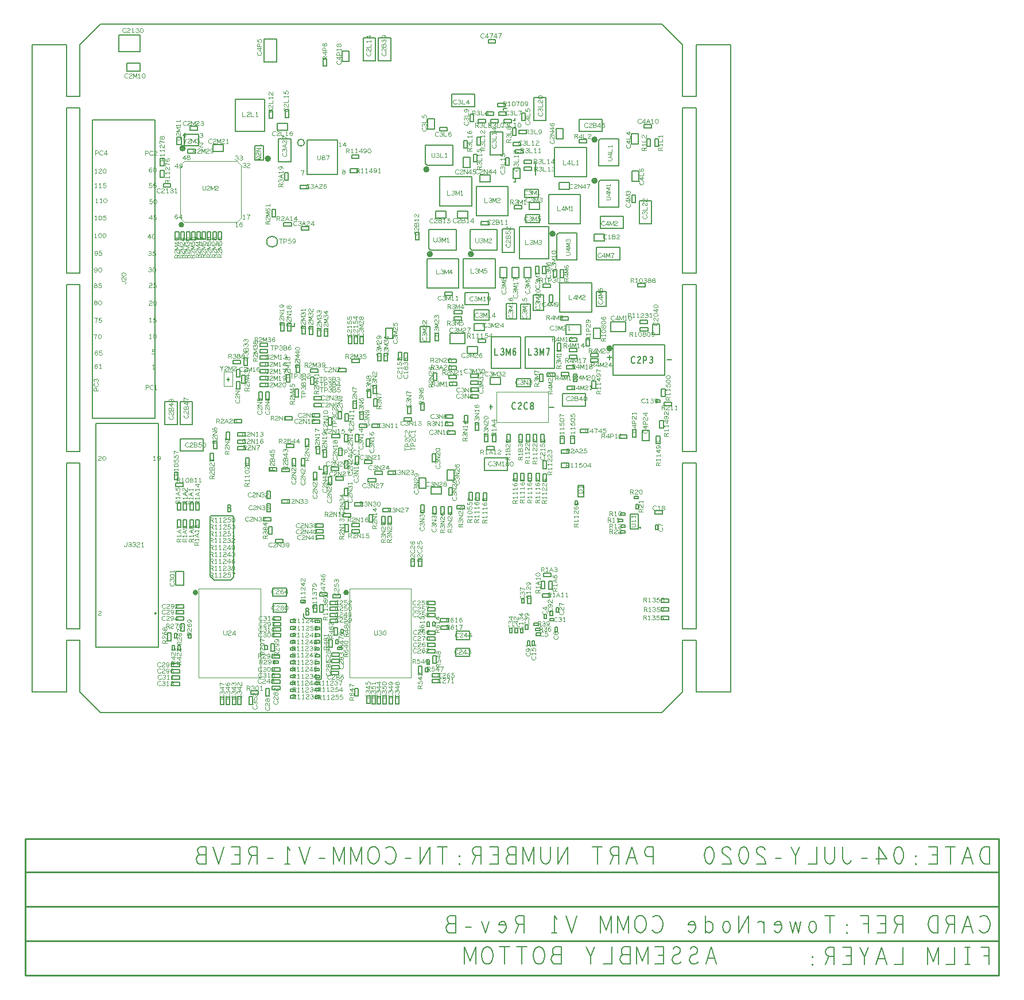
<source format=gbr>
G04 ================== begin FILE IDENTIFICATION RECORD ==================*
G04 Layout Name:  E:/CAD/CAD/FACEBOOK/COM V1/WORK/22-12-20/COM_V1_P2_21-12-2020_4.brd*
G04 Film Name:    COM_V1_P2-ASB.gbr*
G04 File Format:  Gerber RS274X*
G04 File Origin:  Cadence Allegro 16.6-2015-S108*
G04 Origin Date:  Fri Dec 25 11:50:53 2020*
G04 *
G04 Layer:  DRAWING FORMAT/FILM_LABEL_OUTLINE*
G04 Layer:  REF DES/ASSEMBLY_BOTTOM*
G04 Layer:  PACKAGE GEOMETRY/ASSEMBLY_BOTTOM*
G04 Layer:  DRAWING FORMAT/OUTLINE*
G04 Layer:  BOARD GEOMETRY/OUTLINE*
G04 *
G04 Offset:    (0.000 0.000)*
G04 Mirror:    Yes*
G04 Mode:      Positive*
G04 Rotation:  0*
G04 FullContactRelief:  No*
G04 UndefLineWidth:     6.000*
G04 ================== end FILE IDENTIFICATION RECORD ====================*
%FSLAX55Y55*MOIN*%
%IR0*IPPOS*OFA0.00000B0.00000*MIA1B0*SFA1.00000B1.00000*%
%ADD10C,.002*%
%ADD11C,.004*%
%ADD12C,.005*%
%ADD13C,.006*%
%ADD14C,.005906*%
%ADD15C,.007098*%
%ADD16C,.001969*%
%ADD17C,.01*%
%ADD18C,.0157*%
%ADD19C,.015748*%
G75*
%LPD*%
G75*
G36*
G01X306889Y57534D02*
G03I-723J0D01*
G37*
G54D10*
G01X291687Y287328D02*
Y318028D01*
X289317Y320398D01*
X258617D01*
X256247Y318028D01*
Y287328D01*
X258617Y284958D01*
X289317D01*
X291687Y287328D01*
G54D11*
G01X15397Y119971D02*
X15647Y120096D01*
X15939Y120180D01*
X16272D01*
X16647Y120055D01*
X16939Y119846D01*
X17147Y119596D01*
X17314Y119180D01*
X17355Y118805D01*
X17272Y118430D01*
X17147Y118180D01*
X16897Y117930D01*
X16605Y117763D01*
X16314Y117680D01*
X16022D01*
X15730Y117763D01*
X15480Y117888D01*
X15272Y118055D01*
G01X13814Y117680D02*
Y120180D01*
X14314Y119680D01*
G01Y117680D02*
X13314D01*
G01X11314D02*
X11022Y117721D01*
X10689Y117846D01*
X10480Y118055D01*
X10397Y118346D01*
X10480Y118638D01*
X10730Y118888D01*
X11105Y119013D01*
X11522D01*
X11772Y119096D01*
X11980Y119305D01*
X12064Y119596D01*
X11939Y119888D01*
X11647Y120096D01*
X11314Y120180D01*
X10980Y120096D01*
X10689Y119888D01*
X10564Y119596D01*
X10647Y119305D01*
X10855Y119096D01*
X11105Y119013D01*
X11522D01*
X11897Y118888D01*
X12147Y118638D01*
X12230Y118346D01*
X12147Y118055D01*
X11939Y117846D01*
X11605Y117721D01*
X11314Y117680D01*
G01X90572Y68319D02*
X90697Y68069D01*
X90780Y67777D01*
Y67444D01*
X90655Y67069D01*
X90447Y66777D01*
X90197Y66569D01*
X89780Y66402D01*
X89405Y66361D01*
X89030Y66444D01*
X88780Y66569D01*
X88530Y66819D01*
X88364Y67111D01*
X88280Y67402D01*
Y67694D01*
X88364Y67986D01*
X88489Y68236D01*
X88655Y68444D01*
G01X88280Y69902D02*
X90780D01*
X90280Y69402D01*
G01X88280D02*
Y70402D01*
G01X90364Y71611D02*
X90614Y71861D01*
X90739Y72152D01*
X90780Y72486D01*
X90697Y72902D01*
X90489Y73194D01*
X90239Y73277D01*
X89989Y73236D01*
X89780Y73069D01*
X89364Y72236D01*
X89072Y71861D01*
X88655Y71611D01*
X88280Y71527D01*
Y73277D01*
G01X88572Y74194D02*
X88364Y74486D01*
X88280Y74819D01*
X88364Y75152D01*
X88614Y75444D01*
X88989Y75652D01*
X89364Y75736D01*
X89822D01*
X90197Y75652D01*
X90530Y75444D01*
X90697Y75194D01*
X90780Y74902D01*
X90697Y74569D01*
X90530Y74319D01*
X90280Y74152D01*
X89947Y74069D01*
X89655Y74152D01*
X89364Y74361D01*
X89197Y74611D01*
X89155Y74902D01*
X89239Y75236D01*
X89447Y75486D01*
X89822Y75736D01*
G01X73019Y70707D02*
X75519D01*
Y71749D01*
X75394Y72082D01*
X75228Y72290D01*
X74894Y72374D01*
X74561Y72290D01*
X74353Y72040D01*
X74228Y71749D01*
Y70707D01*
G01Y71749D02*
X73019Y72374D01*
G01Y74040D02*
X75519D01*
X75019Y73540D01*
G01X73019D02*
Y74540D01*
G01Y75499D02*
X75519Y76540D01*
X73019Y77582D01*
G01X73894Y77207D02*
Y75874D01*
G01X74061Y78249D02*
X74353Y78540D01*
X74519Y78790D01*
X74602Y79124D01*
X74519Y79415D01*
X74353Y79624D01*
X74102Y79790D01*
X73811Y79832D01*
X73561Y79790D01*
X73311Y79624D01*
X73102Y79374D01*
X73019Y79082D01*
X73102Y78749D01*
X73352Y78457D01*
X73728Y78290D01*
X74144Y78249D01*
X74686Y78332D01*
X74978Y78457D01*
X75269Y78665D01*
X75478Y78957D01*
X75519Y79249D01*
X75436Y79540D01*
X75228Y79749D01*
G01X82198Y81828D02*
Y84328D01*
X81157D01*
X80823Y84203D01*
X80615Y84036D01*
X80532Y83703D01*
X80615Y83370D01*
X80865Y83162D01*
X81157Y83036D01*
X82198D01*
G01X81157D02*
X80532Y81828D01*
G01X78865D02*
Y84328D01*
X79365Y83828D01*
G01Y81828D02*
X78365D01*
G01X77407D02*
X76365Y84328D01*
X75323Y81828D01*
G01X75698Y82703D02*
X77032D01*
G01X74782Y82328D02*
X74532Y82036D01*
X74198Y81870D01*
X73823Y81828D01*
X73490Y81870D01*
X73156Y82078D01*
X72948Y82328D01*
X72907Y82578D01*
X72990Y82870D01*
X73282Y83078D01*
X73573Y83162D01*
X73948D01*
G01X73573D02*
X73323Y83286D01*
X73115Y83495D01*
X73032Y83745D01*
X73115Y83995D01*
X73323Y84203D01*
X73698Y84328D01*
X74073Y84286D01*
X74448Y84120D01*
G01X78142Y67129D02*
Y69629D01*
X77100D01*
X76767Y69504D01*
X76558Y69338D01*
X76475Y69004D01*
X76558Y68671D01*
X76808Y68463D01*
X77100Y68338D01*
X78142D01*
G01X77100D02*
X76475Y67129D01*
G01X74808D02*
Y69629D01*
X75308Y69129D01*
G01Y67129D02*
X74309D01*
G01X73350D02*
X72308Y69629D01*
X71267Y67129D01*
G01X71642Y68004D02*
X72975D01*
G01X69808Y67129D02*
Y69629D01*
X70308Y69129D01*
G01Y67129D02*
X69308D01*
G01X67308D02*
Y69629D01*
X67808Y69129D01*
G01Y67129D02*
X66808D01*
G01X82871Y69457D02*
X85371D01*
Y70499D01*
X85246Y70832D01*
X85079Y71040D01*
X84746Y71124D01*
X84412Y71040D01*
X84204Y70790D01*
X84079Y70499D01*
Y69457D01*
G01Y70499D02*
X82871Y71124D01*
G01Y72790D02*
X85371D01*
X84871Y72290D01*
G01X82871D02*
Y73290D01*
G01Y74249D02*
X85371Y75290D01*
X82871Y76332D01*
G01X83746Y75957D02*
Y74624D01*
G01X82871Y77790D02*
X85371D01*
X84871Y77290D01*
G01X82871D02*
Y78290D01*
G01X85371Y80290D02*
X85288Y79957D01*
X85079Y79707D01*
X84829Y79540D01*
X84496Y79415D01*
X84121Y79374D01*
X83746Y79415D01*
X83412Y79540D01*
X83162Y79707D01*
X82954Y79957D01*
X82871Y80290D01*
X82954Y80624D01*
X83162Y80874D01*
X83412Y81040D01*
X83746Y81165D01*
X84121Y81207D01*
X84496Y81165D01*
X84829Y81040D01*
X85079Y80874D01*
X85288Y80624D01*
X85371Y80290D01*
G01X75998Y138362D02*
X78498D01*
Y139404D01*
X78373Y139737D01*
X78206Y139946D01*
X77873Y140029D01*
X77540Y139946D01*
X77331Y139696D01*
X77206Y139404D01*
Y138362D01*
G01Y139404D02*
X75998Y140029D01*
G01Y141696D02*
X78498D01*
X77998Y141196D01*
G01X75998D02*
Y142196D01*
G01Y144196D02*
X78498D01*
X77998Y143696D01*
G01X75998D02*
Y144696D01*
G01X78081Y145904D02*
X78331Y146154D01*
X78456Y146446D01*
X78498Y146779D01*
X78415Y147196D01*
X78206Y147487D01*
X77956Y147571D01*
X77706Y147529D01*
X77498Y147362D01*
X77081Y146529D01*
X76790Y146154D01*
X76373Y145904D01*
X75998Y145821D01*
Y147571D01*
G01X78081Y148404D02*
X78331Y148654D01*
X78456Y148946D01*
X78498Y149279D01*
X78415Y149696D01*
X78206Y149987D01*
X77956Y150071D01*
X77706Y150029D01*
X77498Y149862D01*
X77081Y149029D01*
X76790Y148654D01*
X76373Y148404D01*
X75998Y148321D01*
Y150071D01*
G01X76498Y150779D02*
X76206Y151029D01*
X76040Y151362D01*
X75998Y151737D01*
X76040Y152071D01*
X76248Y152404D01*
X76498Y152612D01*
X76748Y152654D01*
X77040Y152571D01*
X77248Y152279D01*
X77331Y151987D01*
Y151612D01*
G01Y151987D02*
X77456Y152237D01*
X77665Y152446D01*
X77915Y152529D01*
X78165Y152446D01*
X78373Y152237D01*
X78498Y151862D01*
X78456Y151487D01*
X78290Y151112D01*
G01X91916Y122110D02*
X94416D01*
Y123152D01*
X94291Y123485D01*
X94125Y123693D01*
X93791Y123777D01*
X93458Y123693D01*
X93250Y123443D01*
X93125Y123152D01*
Y122110D01*
G01Y123152D02*
X91916Y123777D01*
G01Y125443D02*
X94416D01*
X93916Y124943D01*
G01X91916D02*
Y125943D01*
G01Y127943D02*
X94416D01*
X93916Y127443D01*
G01X91916D02*
Y128443D01*
G01Y130443D02*
X94416D01*
X93916Y129943D01*
G01X91916D02*
Y130943D01*
G01X92958Y132152D02*
X93250Y132443D01*
X93416Y132693D01*
X93500Y133027D01*
X93416Y133318D01*
X93250Y133527D01*
X93000Y133693D01*
X92708Y133735D01*
X92458Y133693D01*
X92208Y133527D01*
X92000Y133277D01*
X91916Y132985D01*
X92000Y132652D01*
X92250Y132360D01*
X92625Y132193D01*
X93041Y132152D01*
X93583Y132235D01*
X93875Y132360D01*
X94166Y132568D01*
X94375Y132860D01*
X94416Y133152D01*
X94333Y133443D01*
X94125Y133652D01*
G01X91916Y135443D02*
X94416D01*
X93916Y134943D01*
G01X91916D02*
Y135943D01*
G01X87686Y121943D02*
X90186D01*
Y122984D01*
X90061Y123318D01*
X89895Y123526D01*
X89561Y123609D01*
X89228Y123526D01*
X89020Y123276D01*
X88895Y122984D01*
Y121943D01*
G01Y122984D02*
X87686Y123609D01*
G01Y125276D02*
X90186D01*
X89686Y124776D01*
G01X87686D02*
Y125776D01*
G01Y127776D02*
X90186D01*
X89686Y127276D01*
G01X87686D02*
Y128276D01*
G01Y130276D02*
X90186D01*
X89686Y129776D01*
G01X87686D02*
Y130776D01*
G01X88728Y131984D02*
X89020Y132276D01*
X89186Y132526D01*
X89270Y132859D01*
X89186Y133151D01*
X89020Y133359D01*
X88770Y133526D01*
X88478Y133568D01*
X88228Y133526D01*
X87978Y133359D01*
X87770Y133109D01*
X87686Y132818D01*
X87770Y132484D01*
X88020Y132193D01*
X88395Y132026D01*
X88811Y131984D01*
X89353Y132068D01*
X89645Y132193D01*
X89936Y132401D01*
X90145Y132693D01*
X90186Y132984D01*
X90103Y133276D01*
X89895Y133484D01*
G01X90186Y135276D02*
X90103Y134943D01*
X89895Y134693D01*
X89645Y134526D01*
X89311Y134401D01*
X88936Y134359D01*
X88561Y134401D01*
X88228Y134526D01*
X87978Y134693D01*
X87770Y134943D01*
X87686Y135276D01*
X87770Y135609D01*
X87978Y135859D01*
X88228Y136026D01*
X88561Y136151D01*
X88936Y136193D01*
X89311Y136151D01*
X89645Y136026D01*
X89895Y135859D01*
X90103Y135609D01*
X90186Y135276D01*
G01X113874Y110393D02*
X116374D01*
Y111435D01*
X116249Y111768D01*
X116082Y111976D01*
X115749Y112060D01*
X115415Y111976D01*
X115207Y111726D01*
X115082Y111435D01*
Y110393D01*
G01Y111435D02*
X113874Y112060D01*
G01Y113726D02*
X116374D01*
X115874Y113226D01*
G01X113874D02*
Y114226D01*
G01Y116226D02*
X116374D01*
X115874Y115726D01*
G01X113874D02*
Y116726D01*
G01Y118726D02*
X116374D01*
X115874Y118226D01*
G01X113874D02*
Y119226D01*
G01X114915Y120435D02*
X115207Y120726D01*
X115374Y120976D01*
X115457Y121310D01*
X115374Y121601D01*
X115207Y121810D01*
X114957Y121976D01*
X114665Y122018D01*
X114415Y121976D01*
X114165Y121810D01*
X113957Y121560D01*
X113874Y121268D01*
X113957Y120935D01*
X114207Y120643D01*
X114582Y120476D01*
X114999Y120435D01*
X115540Y120518D01*
X115832Y120643D01*
X116124Y120851D01*
X116332Y121143D01*
X116374Y121435D01*
X116290Y121726D01*
X116082Y121935D01*
G01X114248Y122810D02*
X114040Y123060D01*
X113915Y123351D01*
X113874Y123726D01*
X113957Y124101D01*
X114124Y124393D01*
X114415Y124601D01*
X114749Y124643D01*
X115082Y124560D01*
X115290Y124351D01*
X115457Y124060D01*
X115499Y123768D01*
X115457Y123476D01*
X115290Y123101D01*
X116374Y123226D01*
Y124351D01*
G01X79115Y121609D02*
X81615D01*
Y122650D01*
X81490Y122984D01*
X81323Y123192D01*
X80990Y123275D01*
X80656Y123192D01*
X80448Y122942D01*
X80323Y122650D01*
Y121609D01*
G01Y122650D02*
X79115Y123275D01*
G01Y124942D02*
X81615D01*
X81115Y124442D01*
G01X79115D02*
Y125442D01*
G01Y127442D02*
X81615D01*
X81115Y126942D01*
G01X79115D02*
Y127942D01*
G01X81198Y129150D02*
X81448Y129400D01*
X81573Y129692D01*
X81615Y130025D01*
X81532Y130442D01*
X81323Y130734D01*
X81073Y130817D01*
X80823Y130775D01*
X80615Y130609D01*
X80198Y129775D01*
X79906Y129400D01*
X79490Y129150D01*
X79115Y129067D01*
Y130817D01*
G01X81198Y131650D02*
X81448Y131900D01*
X81573Y132192D01*
X81615Y132525D01*
X81532Y132942D01*
X81323Y133234D01*
X81073Y133317D01*
X80823Y133275D01*
X80615Y133109D01*
X80198Y132275D01*
X79906Y131900D01*
X79490Y131650D01*
X79115Y131567D01*
Y133317D01*
G01Y135442D02*
X81615D01*
X79823Y133900D01*
Y135984D01*
G01X96202Y121720D02*
X98702D01*
Y122762D01*
X98577Y123095D01*
X98410Y123304D01*
X98077Y123387D01*
X97744Y123304D01*
X97535Y123054D01*
X97410Y122762D01*
Y121720D01*
G01Y122762D02*
X96202Y123387D01*
G01Y125054D02*
X98702D01*
X98202Y124554D01*
G01X96202D02*
Y125554D01*
G01Y127554D02*
X98702D01*
X98202Y127054D01*
G01X96202D02*
Y128054D01*
G01Y130054D02*
X98702D01*
X98202Y129554D01*
G01X96202D02*
Y130554D01*
G01X97244Y131762D02*
X97535Y132054D01*
X97702Y132304D01*
X97785Y132637D01*
X97702Y132929D01*
X97535Y133137D01*
X97285Y133304D01*
X96994Y133345D01*
X96744Y133304D01*
X96494Y133137D01*
X96285Y132887D01*
X96202Y132595D01*
X96285Y132262D01*
X96535Y131970D01*
X96910Y131804D01*
X97327Y131762D01*
X97869Y131845D01*
X98160Y131970D01*
X98452Y132179D01*
X98660Y132470D01*
X98702Y132762D01*
X98619Y133054D01*
X98410Y133262D01*
G01X96702Y134137D02*
X96410Y134387D01*
X96244Y134720D01*
X96202Y135095D01*
X96244Y135429D01*
X96452Y135762D01*
X96702Y135970D01*
X96952Y136012D01*
X97244Y135929D01*
X97452Y135637D01*
X97535Y135345D01*
Y134970D01*
G01Y135345D02*
X97660Y135595D01*
X97869Y135804D01*
X98119Y135887D01*
X98369Y135804D01*
X98577Y135595D01*
X98702Y135220D01*
X98660Y134845D01*
X98494Y134470D01*
G01X83066Y121832D02*
X85566D01*
Y122873D01*
X85441Y123207D01*
X85275Y123415D01*
X84941Y123498D01*
X84608Y123415D01*
X84400Y123165D01*
X84275Y122873D01*
Y121832D01*
G01Y122873D02*
X83066Y123498D01*
G01Y125165D02*
X85566D01*
X85066Y124665D01*
G01X83066D02*
Y125665D01*
G01Y127665D02*
X85566D01*
X85066Y127165D01*
G01X83066D02*
Y128165D01*
G01Y130165D02*
X85566D01*
X85066Y129665D01*
G01X83066D02*
Y130665D01*
G01X84108Y131873D02*
X84400Y132165D01*
X84566Y132415D01*
X84650Y132748D01*
X84566Y133040D01*
X84400Y133248D01*
X84150Y133415D01*
X83858Y133456D01*
X83608Y133415D01*
X83358Y133248D01*
X83150Y132998D01*
X83066Y132707D01*
X83150Y132373D01*
X83400Y132082D01*
X83775Y131915D01*
X84191Y131873D01*
X84733Y131956D01*
X85025Y132082D01*
X85316Y132290D01*
X85525Y132581D01*
X85566Y132873D01*
X85483Y133165D01*
X85275Y133373D01*
G01X85150Y134373D02*
X85400Y134623D01*
X85525Y134915D01*
X85566Y135248D01*
X85483Y135665D01*
X85275Y135956D01*
X85025Y136040D01*
X84775Y135998D01*
X84566Y135831D01*
X84150Y134998D01*
X83858Y134623D01*
X83441Y134373D01*
X83066Y134290D01*
Y136040D01*
G01X22838Y53913D02*
Y56413D01*
X21797D01*
X21464Y56288D01*
X21255Y56121D01*
X21172Y55788D01*
X21255Y55454D01*
X21505Y55246D01*
X21797Y55121D01*
X22838D01*
G01X21797D02*
X21172Y53913D01*
G01X19505D02*
Y56413D01*
X20005Y55913D01*
G01Y53913D02*
X19005D01*
G01X17922Y54413D02*
X17672Y54121D01*
X17339Y53954D01*
X16964Y53913D01*
X16630Y53954D01*
X16297Y54163D01*
X16088Y54413D01*
X16047Y54663D01*
X16130Y54954D01*
X16422Y55163D01*
X16714Y55246D01*
X17089D01*
G01X16714D02*
X16464Y55371D01*
X16255Y55579D01*
X16172Y55829D01*
X16255Y56079D01*
X16464Y56288D01*
X16838Y56413D01*
X17214Y56371D01*
X17588Y56204D01*
G01X15422Y54288D02*
X15172Y54079D01*
X14880Y53954D01*
X14505Y53913D01*
X14130Y53996D01*
X13839Y54163D01*
X13630Y54454D01*
X13588Y54788D01*
X13672Y55121D01*
X13880Y55330D01*
X14172Y55496D01*
X14463Y55538D01*
X14755Y55496D01*
X15130Y55330D01*
X15005Y56413D01*
X13880D01*
G01X12797Y54954D02*
X12505Y55246D01*
X12255Y55413D01*
X11922Y55496D01*
X11630Y55413D01*
X11422Y55246D01*
X11255Y54996D01*
X11214Y54704D01*
X11255Y54454D01*
X11422Y54204D01*
X11672Y53996D01*
X11964Y53913D01*
X12297Y53996D01*
X12588Y54246D01*
X12755Y54621D01*
X12797Y55038D01*
X12714Y55579D01*
X12588Y55871D01*
X12380Y56163D01*
X12089Y56371D01*
X11797Y56413D01*
X11505Y56330D01*
X11297Y56121D01*
G01X22616Y64265D02*
Y66765D01*
X21575D01*
X21241Y66640D01*
X21033Y66474D01*
X20950Y66140D01*
X21033Y65807D01*
X21283Y65599D01*
X21575Y65474D01*
X22616D01*
G01X21575D02*
X20950Y64265D01*
G01X19283D02*
Y66765D01*
X19783Y66265D01*
G01Y64265D02*
X18783D01*
G01X17700Y64765D02*
X17450Y64474D01*
X17116Y64307D01*
X16741Y64265D01*
X16408Y64307D01*
X16074Y64515D01*
X15866Y64765D01*
X15824Y65015D01*
X15908Y65307D01*
X16200Y65515D01*
X16491Y65599D01*
X16866D01*
G01X16491D02*
X16241Y65724D01*
X16033Y65932D01*
X15950Y66182D01*
X16033Y66432D01*
X16241Y66640D01*
X16616Y66765D01*
X16991Y66724D01*
X17366Y66557D01*
G01X15200Y64640D02*
X14950Y64432D01*
X14658Y64307D01*
X14283Y64265D01*
X13908Y64348D01*
X13616Y64515D01*
X13408Y64807D01*
X13366Y65140D01*
X13450Y65474D01*
X13658Y65682D01*
X13950Y65848D01*
X14241Y65890D01*
X14533Y65848D01*
X14908Y65682D01*
X14783Y66765D01*
X13658D01*
G01X12700Y64640D02*
X12450Y64432D01*
X12158Y64307D01*
X11783Y64265D01*
X11408Y64348D01*
X11116Y64515D01*
X10908Y64807D01*
X10866Y65140D01*
X10950Y65474D01*
X11158Y65682D01*
X11450Y65848D01*
X11741Y65890D01*
X12033Y65848D01*
X12408Y65682D01*
X12283Y66765D01*
X11158D01*
G01X22504Y58699D02*
Y61199D01*
X21463D01*
X21130Y61074D01*
X20921Y60908D01*
X20838Y60574D01*
X20921Y60241D01*
X21171Y60033D01*
X21463Y59908D01*
X22504D01*
G01X21463D02*
X20838Y58699D01*
G01X19171D02*
Y61199D01*
X19671Y60699D01*
G01Y58699D02*
X18671D01*
G01X17588Y59199D02*
X17338Y58908D01*
X17005Y58741D01*
X16630Y58699D01*
X16296Y58741D01*
X15963Y58949D01*
X15754Y59199D01*
X15713Y59449D01*
X15796Y59741D01*
X16088Y59949D01*
X16380Y60033D01*
X16755D01*
G01X16380D02*
X16130Y60158D01*
X15921Y60366D01*
X15838Y60616D01*
X15921Y60866D01*
X16130Y61074D01*
X16504Y61199D01*
X16880Y61158D01*
X17254Y60991D01*
G01X15088Y59074D02*
X14838Y58866D01*
X14546Y58741D01*
X14171Y58699D01*
X13796Y58783D01*
X13505Y58949D01*
X13296Y59241D01*
X13254Y59574D01*
X13338Y59908D01*
X13546Y60116D01*
X13838Y60283D01*
X14130Y60324D01*
X14421Y60283D01*
X14796Y60116D01*
X14671Y61199D01*
X13546D01*
G01X11755Y58699D02*
X11671Y59241D01*
X11546Y59699D01*
X11380Y60116D01*
X11171Y60574D01*
X10838Y61199D01*
X12505D01*
G01X58187Y127745D02*
X60687D01*
Y128578D01*
X60562Y128912D01*
X60396Y129162D01*
X60146Y129370D01*
X59854Y129537D01*
X59437Y129578D01*
X59021Y129537D01*
X58729Y129370D01*
X58479Y129162D01*
X58312Y128912D01*
X58187Y128578D01*
Y127745D01*
G01Y131162D02*
X60687D01*
X60187Y130662D01*
G01X58187D02*
Y131662D01*
G01X29768Y107884D02*
X27977D01*
X27602Y108051D01*
X27352Y108384D01*
X27268Y108801D01*
X27352Y109218D01*
X27602Y109551D01*
X27977Y109718D01*
X29768D01*
G01X27268Y111301D02*
X29768D01*
X29268Y110801D01*
G01X27268D02*
Y111801D01*
G01Y113801D02*
X29768D01*
X29268Y113301D01*
G01X27268D02*
Y114301D01*
G01X84177Y50420D02*
Y52920D01*
X83136D01*
X82802Y52795D01*
X82594Y52628D01*
X82511Y52295D01*
X82594Y51962D01*
X82844Y51754D01*
X83136Y51628D01*
X84177D01*
G01X83136D02*
X82511Y50420D01*
G01X81761Y50920D02*
X81511Y50628D01*
X81177Y50462D01*
X80802Y50420D01*
X80469Y50462D01*
X80136Y50670D01*
X79927Y50920D01*
X79886Y51170D01*
X79969Y51462D01*
X80261Y51670D01*
X80552Y51754D01*
X80927D01*
G01X80552D02*
X80302Y51878D01*
X80094Y52087D01*
X80011Y52337D01*
X80094Y52587D01*
X80302Y52795D01*
X80677Y52920D01*
X81052Y52878D01*
X81427Y52712D01*
G01X79052Y50712D02*
X78761Y50503D01*
X78427Y50420D01*
X78094Y50503D01*
X77802Y50753D01*
X77594Y51128D01*
X77511Y51503D01*
Y51962D01*
X77594Y52337D01*
X77802Y52670D01*
X78052Y52837D01*
X78344Y52920D01*
X78677Y52837D01*
X78927Y52670D01*
X79094Y52420D01*
X79177Y52087D01*
X79094Y51795D01*
X78886Y51503D01*
X78636Y51337D01*
X78344Y51295D01*
X78011Y51378D01*
X77761Y51587D01*
X77511Y51962D01*
G01X83222Y47355D02*
Y49855D01*
X82180D01*
X81847Y49730D01*
X81638Y49564D01*
X81555Y49230D01*
X81638Y48897D01*
X81888Y48689D01*
X82180Y48564D01*
X83222D01*
G01X82180D02*
X81555Y47355D01*
G01X80805Y47855D02*
X80555Y47564D01*
X80222Y47397D01*
X79847Y47355D01*
X79513Y47397D01*
X79180Y47605D01*
X78972Y47855D01*
X78930Y48105D01*
X79013Y48397D01*
X79305Y48605D01*
X79597Y48689D01*
X79972D01*
G01X79597D02*
X79347Y48814D01*
X79138Y49022D01*
X79055Y49272D01*
X79138Y49522D01*
X79347Y49730D01*
X79722Y49855D01*
X80097Y49814D01*
X80472Y49647D01*
G01X78180Y48397D02*
X77888Y48689D01*
X77638Y48855D01*
X77305Y48939D01*
X77013Y48855D01*
X76805Y48689D01*
X76638Y48439D01*
X76597Y48147D01*
X76638Y47897D01*
X76805Y47647D01*
X77055Y47439D01*
X77347Y47355D01*
X77680Y47439D01*
X77972Y47689D01*
X78138Y48064D01*
X78180Y48480D01*
X78097Y49022D01*
X77972Y49314D01*
X77763Y49605D01*
X77472Y49814D01*
X77180Y49855D01*
X76888Y49772D01*
X76680Y49564D01*
G01X42318Y104036D02*
Y106536D01*
X41277D01*
X40944Y106411D01*
X40735Y106244D01*
X40652Y105911D01*
X40735Y105577D01*
X40985Y105369D01*
X41277Y105244D01*
X42318D01*
G01X41277D02*
X40652Y104036D01*
G01X39777Y106119D02*
X39527Y106369D01*
X39235Y106494D01*
X38902Y106536D01*
X38485Y106452D01*
X38194Y106244D01*
X38110Y105994D01*
X38152Y105744D01*
X38319Y105536D01*
X39152Y105119D01*
X39527Y104827D01*
X39777Y104410D01*
X39860Y104036D01*
X38110D01*
G01X37277Y106119D02*
X37027Y106369D01*
X36735Y106494D01*
X36402Y106536D01*
X35985Y106452D01*
X35694Y106244D01*
X35610Y105994D01*
X35652Y105744D01*
X35819Y105536D01*
X36652Y105119D01*
X37027Y104827D01*
X37277Y104410D01*
X37360Y104036D01*
X35610D01*
G01X22971Y116636D02*
X25471D01*
Y117678D01*
X25346Y118011D01*
X25180Y118219D01*
X24846Y118303D01*
X24513Y118219D01*
X24305Y117969D01*
X24180Y117678D01*
Y116636D01*
G01Y117678D02*
X22971Y118303D01*
G01X25054Y119178D02*
X25305Y119428D01*
X25430Y119719D01*
X25471Y120053D01*
X25388Y120469D01*
X25180Y120761D01*
X24930Y120844D01*
X24680Y120803D01*
X24471Y120636D01*
X24054Y119803D01*
X23763Y119428D01*
X23346Y119178D01*
X22971Y119094D01*
Y120844D01*
G01Y122469D02*
X25471D01*
X24971Y121969D01*
G01X22971D02*
Y122969D01*
G01X30296Y126967D02*
Y129467D01*
X29255D01*
X28922Y129342D01*
X28713Y129175D01*
X28630Y128842D01*
X28713Y128508D01*
X28963Y128300D01*
X29255Y128175D01*
X30296D01*
G01X29255D02*
X28630Y126967D01*
G01X27755Y129050D02*
X27505Y129300D01*
X27213Y129425D01*
X26880Y129467D01*
X26463Y129384D01*
X26171Y129175D01*
X26088Y128925D01*
X26130Y128675D01*
X26297Y128467D01*
X27130Y128050D01*
X27505Y127758D01*
X27755Y127342D01*
X27838Y126967D01*
X26088D01*
G01X24463Y129467D02*
X24797Y129384D01*
X25046Y129175D01*
X25213Y128925D01*
X25338Y128592D01*
X25380Y128217D01*
X25338Y127842D01*
X25213Y127508D01*
X25046Y127258D01*
X24797Y127050D01*
X24463Y126967D01*
X24130Y127050D01*
X23880Y127258D01*
X23713Y127508D01*
X23588Y127842D01*
X23546Y128217D01*
X23588Y128592D01*
X23713Y128925D01*
X23880Y129175D01*
X24130Y129384D01*
X24463Y129467D01*
G01X42389Y107238D02*
Y109738D01*
X41347D01*
X41014Y109614D01*
X40806Y109447D01*
X40722Y109114D01*
X40806Y108780D01*
X41056Y108572D01*
X41347Y108447D01*
X42389D01*
G01X41347D02*
X40722Y107238D01*
G01X39056D02*
Y109738D01*
X39556Y109238D01*
G01Y107238D02*
X38556D01*
G01X37347Y109322D02*
X37097Y109572D01*
X36806Y109697D01*
X36472Y109738D01*
X36056Y109655D01*
X35764Y109447D01*
X35681Y109197D01*
X35722Y108947D01*
X35889Y108738D01*
X36722Y108322D01*
X37097Y108030D01*
X37347Y107613D01*
X37431Y107238D01*
X35681D01*
G01X60734Y108105D02*
X63234D01*
Y109147D01*
X63109Y109480D01*
X62942Y109688D01*
X62609Y109772D01*
X62275Y109688D01*
X62067Y109438D01*
X61942Y109147D01*
Y108105D01*
G01Y109147D02*
X60734Y109772D01*
G01Y111438D02*
X63234D01*
X62734Y110938D01*
G01X60734D02*
Y111938D01*
G01Y113938D02*
X63234D01*
X62734Y113438D01*
G01X60734D02*
Y114438D01*
G01X62817Y115647D02*
X63067Y115897D01*
X63192Y116188D01*
X63234Y116522D01*
X63150Y116938D01*
X62942Y117230D01*
X62692Y117313D01*
X62442Y117272D01*
X62234Y117105D01*
X61817Y116272D01*
X61525Y115897D01*
X61109Y115647D01*
X60734Y115563D01*
Y117313D01*
G01X61775Y118147D02*
X62067Y118438D01*
X62234Y118688D01*
X62317Y119022D01*
X62234Y119313D01*
X62067Y119522D01*
X61817Y119688D01*
X61525Y119730D01*
X61275Y119688D01*
X61025Y119522D01*
X60817Y119272D01*
X60734Y118980D01*
X60817Y118647D01*
X61067Y118355D01*
X61442Y118188D01*
X61859Y118147D01*
X62400Y118230D01*
X62692Y118355D01*
X62984Y118563D01*
X63192Y118855D01*
X63234Y119147D01*
X63150Y119438D01*
X62942Y119647D01*
G01X60734Y121438D02*
X63234D01*
X62734Y120938D01*
G01X60734D02*
Y121938D01*
G01X43542Y110633D02*
Y113133D01*
X42501D01*
X42168Y113008D01*
X41959Y112841D01*
X41876Y112508D01*
X41959Y112174D01*
X42209Y111966D01*
X42501Y111841D01*
X43542D01*
G01X42501D02*
X41876Y110633D01*
G01X40209D02*
Y113133D01*
X40709Y112633D01*
G01Y110633D02*
X39709D01*
G01X37709D02*
Y113133D01*
X38209Y112633D01*
G01Y110633D02*
X37209D01*
G01X42318Y114388D02*
Y116888D01*
X41277D01*
X40944Y116763D01*
X40735Y116596D01*
X40652Y116263D01*
X40735Y115930D01*
X40985Y115721D01*
X41277Y115596D01*
X42318D01*
G01X41277D02*
X40652Y114388D01*
G01X38985D02*
Y116888D01*
X39485Y116388D01*
G01Y114388D02*
X38485D01*
G01X36485Y116888D02*
X36819Y116805D01*
X37068Y116596D01*
X37235Y116346D01*
X37360Y116013D01*
X37402Y115638D01*
X37360Y115263D01*
X37235Y114930D01*
X37068Y114680D01*
X36819Y114471D01*
X36485Y114388D01*
X36152Y114471D01*
X35902Y114680D01*
X35735Y114930D01*
X35610Y115263D01*
X35568Y115638D01*
X35610Y116013D01*
X35735Y116346D01*
X35902Y116596D01*
X36152Y116805D01*
X36485Y116888D01*
G01X78050Y60548D02*
X78175Y60298D01*
X78258Y60007D01*
Y59673D01*
X78133Y59298D01*
X77925Y59007D01*
X77675Y58798D01*
X77258Y58632D01*
X76883Y58590D01*
X76508Y58673D01*
X76258Y58798D01*
X76008Y59048D01*
X75841Y59340D01*
X75758Y59632D01*
Y59923D01*
X75841Y60215D01*
X75966Y60465D01*
X76133Y60673D01*
G01X76050Y61423D02*
X75841Y61715D01*
X75758Y62048D01*
X75841Y62382D01*
X76091Y62673D01*
X76466Y62882D01*
X76841Y62965D01*
X77300D01*
X77675Y62882D01*
X78008Y62673D01*
X78175Y62423D01*
X78258Y62132D01*
X78175Y61798D01*
X78008Y61548D01*
X77758Y61382D01*
X77425Y61298D01*
X77133Y61382D01*
X76841Y61590D01*
X76675Y61840D01*
X76633Y62132D01*
X76716Y62465D01*
X76925Y62715D01*
X77300Y62965D01*
G01X77841Y63840D02*
X78091Y64090D01*
X78216Y64382D01*
X78258Y64715D01*
X78175Y65132D01*
X77966Y65423D01*
X77716Y65507D01*
X77466Y65465D01*
X77258Y65298D01*
X76841Y64465D01*
X76550Y64090D01*
X76133Y63840D01*
X75758Y63757D01*
Y65507D01*
G01X90807Y34772D02*
X90932Y34522D01*
X91015Y34230D01*
Y33897D01*
X90890Y33522D01*
X90682Y33230D01*
X90432Y33022D01*
X90015Y32855D01*
X89640Y32814D01*
X89265Y32897D01*
X89015Y33022D01*
X88765Y33272D01*
X88599Y33564D01*
X88515Y33855D01*
Y34147D01*
X88599Y34438D01*
X88724Y34688D01*
X88890Y34897D01*
G01X88807Y35647D02*
X88599Y35938D01*
X88515Y36272D01*
X88599Y36605D01*
X88849Y36897D01*
X89224Y37105D01*
X89599Y37188D01*
X90057D01*
X90432Y37105D01*
X90765Y36897D01*
X90932Y36647D01*
X91015Y36355D01*
X90932Y36022D01*
X90765Y35772D01*
X90515Y35605D01*
X90182Y35522D01*
X89890Y35605D01*
X89599Y35814D01*
X89432Y36064D01*
X89390Y36355D01*
X89474Y36688D01*
X89682Y36938D01*
X90057Y37188D01*
G01X88515Y38855D02*
X91015D01*
X90515Y38355D01*
G01X88515D02*
Y39355D01*
G01X13918Y107324D02*
X14043Y107074D01*
X14126Y106782D01*
Y106449D01*
X14001Y106074D01*
X13793Y105782D01*
X13543Y105574D01*
X13126Y105407D01*
X12751Y105366D01*
X12376Y105449D01*
X12126Y105574D01*
X11876Y105824D01*
X11709Y106116D01*
X11626Y106407D01*
Y106699D01*
X11709Y106991D01*
X11834Y107240D01*
X12001Y107449D01*
G01X11626Y108824D02*
X12168Y108907D01*
X12626Y109032D01*
X13043Y109199D01*
X13501Y109407D01*
X14126Y109740D01*
Y108074D01*
G01X74757Y44558D02*
X74882Y44307D01*
X74965Y44016D01*
Y43682D01*
X74840Y43307D01*
X74632Y43016D01*
X74382Y42808D01*
X73965Y42641D01*
X73590Y42599D01*
X73215Y42682D01*
X72965Y42808D01*
X72715Y43058D01*
X72549Y43349D01*
X72465Y43641D01*
Y43932D01*
X72549Y44224D01*
X72674Y44474D01*
X72840Y44682D01*
G01X73507Y45349D02*
X73799Y45641D01*
X73965Y45891D01*
X74049Y46224D01*
X73965Y46516D01*
X73799Y46724D01*
X73549Y46891D01*
X73257Y46932D01*
X73007Y46891D01*
X72757Y46724D01*
X72549Y46474D01*
X72465Y46182D01*
X72549Y45849D01*
X72799Y45558D01*
X73174Y45391D01*
X73590Y45349D01*
X74132Y45432D01*
X74424Y45558D01*
X74715Y45766D01*
X74924Y46057D01*
X74965Y46349D01*
X74882Y46641D01*
X74674Y46849D01*
G01X80811Y46692D02*
X81061Y46817D01*
X81353Y46900D01*
X81686D01*
X82061Y46775D01*
X82353Y46567D01*
X82561Y46317D01*
X82728Y45900D01*
X82769Y45525D01*
X82686Y45150D01*
X82561Y44900D01*
X82311Y44650D01*
X82019Y44483D01*
X81728Y44400D01*
X81436D01*
X81144Y44483D01*
X80894Y44608D01*
X80686Y44775D01*
G01X80144D02*
X79894Y44567D01*
X79603Y44442D01*
X79228Y44400D01*
X78853Y44483D01*
X78561Y44650D01*
X78353Y44942D01*
X78311Y45275D01*
X78394Y45608D01*
X78603Y45817D01*
X78894Y45983D01*
X79186Y46025D01*
X79478Y45983D01*
X79853Y45817D01*
X79728Y46900D01*
X78603D01*
G01X98020Y50776D02*
X98145Y50526D01*
X98228Y50234D01*
Y49901D01*
X98103Y49526D01*
X97895Y49234D01*
X97645Y49026D01*
X97228Y48859D01*
X96853Y48818D01*
X96478Y48901D01*
X96228Y49026D01*
X95978Y49276D01*
X95811Y49568D01*
X95728Y49859D01*
Y50151D01*
X95811Y50442D01*
X95936Y50693D01*
X96103Y50901D01*
G01X95728Y52859D02*
X98228D01*
X96436Y51317D01*
Y53401D01*
G01X97811Y54068D02*
X98061Y54317D01*
X98186Y54609D01*
X98228Y54943D01*
X98145Y55359D01*
X97936Y55651D01*
X97686Y55734D01*
X97436Y55692D01*
X97228Y55526D01*
X96811Y54692D01*
X96520Y54317D01*
X96103Y54068D01*
X95728Y53984D01*
Y55734D01*
G01X81118Y58993D02*
X81243Y58743D01*
X81326Y58451D01*
Y58118D01*
X81201Y57743D01*
X80993Y57451D01*
X80743Y57243D01*
X80326Y57076D01*
X79951Y57034D01*
X79576Y57118D01*
X79326Y57243D01*
X79076Y57493D01*
X78909Y57784D01*
X78826Y58076D01*
Y58368D01*
X78909Y58659D01*
X79034Y58909D01*
X79201Y59118D01*
G01X78826Y61076D02*
X81326D01*
X79534Y59534D01*
Y61618D01*
G01X91563Y52780D02*
X91688Y52529D01*
X91772Y52238D01*
Y51904D01*
X91647Y51529D01*
X91438Y51238D01*
X91188Y51030D01*
X90772Y50863D01*
X90397Y50821D01*
X90022Y50905D01*
X89772Y51030D01*
X89522Y51280D01*
X89355Y51571D01*
X89272Y51863D01*
Y52154D01*
X89355Y52446D01*
X89480Y52696D01*
X89646Y52904D01*
G01X89772Y53446D02*
X89480Y53696D01*
X89313Y54029D01*
X89272Y54404D01*
X89313Y54738D01*
X89522Y55071D01*
X89772Y55279D01*
X90022Y55321D01*
X90313Y55238D01*
X90522Y54946D01*
X90605Y54654D01*
Y54279D01*
G01Y54654D02*
X90730Y54904D01*
X90938Y55113D01*
X91188Y55196D01*
X91438Y55113D01*
X91647Y54904D01*
X91772Y54530D01*
X91730Y54154D01*
X91563Y53780D01*
G01X89563Y56154D02*
X89355Y56446D01*
X89272Y56779D01*
X89355Y57113D01*
X89605Y57404D01*
X89980Y57613D01*
X90355Y57696D01*
X90813D01*
X91188Y57613D01*
X91522Y57404D01*
X91688Y57154D01*
X91772Y56863D01*
X91688Y56529D01*
X91522Y56279D01*
X91272Y56113D01*
X90938Y56030D01*
X90647Y56113D01*
X90355Y56321D01*
X90188Y56571D01*
X90147Y56863D01*
X90230Y57196D01*
X90438Y57446D01*
X90813Y57696D01*
G01X94136Y67729D02*
X94261Y67479D01*
X94345Y67187D01*
Y66854D01*
X94220Y66479D01*
X94011Y66187D01*
X93761Y65979D01*
X93345Y65812D01*
X92970Y65770D01*
X92594Y65854D01*
X92344Y65979D01*
X92094Y66229D01*
X91928Y66520D01*
X91844Y66812D01*
Y67104D01*
X91928Y67395D01*
X92053Y67645D01*
X92219Y67854D01*
G01X92344Y68395D02*
X92053Y68645D01*
X91886Y68979D01*
X91844Y69354D01*
X91886Y69687D01*
X92094Y70020D01*
X92344Y70229D01*
X92594Y70270D01*
X92886Y70187D01*
X93094Y69895D01*
X93178Y69604D01*
Y69229D01*
G01Y69604D02*
X93303Y69854D01*
X93511Y70062D01*
X93761Y70145D01*
X94011Y70062D01*
X94220Y69854D01*
X94345Y69479D01*
X94303Y69104D01*
X94136Y68729D01*
G01X91844Y71729D02*
X92386Y71812D01*
X92844Y71937D01*
X93261Y72104D01*
X93720Y72312D01*
X94345Y72645D01*
Y70979D01*
G01X100970Y50887D02*
X101095Y50637D01*
X101178Y50345D01*
Y50012D01*
X101053Y49637D01*
X100845Y49345D01*
X100595Y49137D01*
X100178Y48970D01*
X99803Y48929D01*
X99428Y49012D01*
X99178Y49137D01*
X98928Y49387D01*
X98761Y49679D01*
X98678Y49970D01*
Y50262D01*
X98761Y50554D01*
X98886Y50804D01*
X99053Y51012D01*
G01X99178Y51554D02*
X98886Y51804D01*
X98720Y52137D01*
X98678Y52512D01*
X98720Y52845D01*
X98928Y53179D01*
X99178Y53387D01*
X99428Y53429D01*
X99720Y53345D01*
X99928Y53054D01*
X100011Y52762D01*
Y52387D01*
G01Y52762D02*
X100136Y53012D01*
X100345Y53220D01*
X100595Y53304D01*
X100845Y53220D01*
X101053Y53012D01*
X101178Y52637D01*
X101136Y52262D01*
X100970Y51887D01*
G01X98678Y55470D02*
X101178D01*
X99386Y53929D01*
Y56012D01*
G01X72989Y55152D02*
X73239Y55277D01*
X73531Y55360D01*
X73864D01*
X74239Y55235D01*
X74531Y55027D01*
X74739Y54777D01*
X74906Y54360D01*
X74947Y53985D01*
X74864Y53610D01*
X74739Y53360D01*
X74489Y53110D01*
X74197Y52943D01*
X73906Y52860D01*
X73614D01*
X73322Y52943D01*
X73072Y53068D01*
X72864Y53235D01*
G01X72322Y53360D02*
X72072Y53068D01*
X71739Y52902D01*
X71364Y52860D01*
X71031Y52902D01*
X70697Y53110D01*
X70489Y53360D01*
X70447Y53610D01*
X70531Y53902D01*
X70822Y54110D01*
X71114Y54193D01*
X71489D01*
G01X71114D02*
X70864Y54318D01*
X70656Y54527D01*
X70572Y54777D01*
X70656Y55027D01*
X70864Y55235D01*
X71239Y55360D01*
X71614Y55318D01*
X71989Y55152D01*
G01X68906Y52860D02*
Y55360D01*
X69406Y54860D01*
G01Y52860D02*
X68406D01*
G01X71470Y58791D02*
X71596Y58541D01*
X71679Y58249D01*
Y57916D01*
X71554Y57541D01*
X71346Y57249D01*
X71095Y57041D01*
X70679Y56874D01*
X70304Y56832D01*
X69929Y56916D01*
X69679Y57041D01*
X69429Y57291D01*
X69262Y57582D01*
X69179Y57874D01*
Y58166D01*
X69262Y58457D01*
X69387Y58707D01*
X69554Y58916D01*
G01X71262Y59582D02*
X71512Y59832D01*
X71637Y60124D01*
X71679Y60457D01*
X71596Y60874D01*
X71387Y61166D01*
X71137Y61249D01*
X70887Y61207D01*
X70679Y61041D01*
X70262Y60207D01*
X69970Y59832D01*
X69554Y59582D01*
X69179Y59499D01*
Y61249D01*
G01Y62791D02*
X69720Y62874D01*
X70179Y62999D01*
X70596Y63166D01*
X71054Y63374D01*
X71679Y63707D01*
Y62041D01*
G01X87676Y32566D02*
X87801Y32316D01*
X87885Y32024D01*
Y31691D01*
X87760Y31316D01*
X87551Y31024D01*
X87301Y30816D01*
X86885Y30649D01*
X86510Y30608D01*
X86134Y30691D01*
X85885Y30816D01*
X85634Y31066D01*
X85468Y31358D01*
X85385Y31649D01*
Y31941D01*
X85468Y32232D01*
X85593Y32482D01*
X85759Y32691D01*
G01X85385Y34149D02*
X87885D01*
X87385Y33649D01*
G01X85385D02*
Y34649D01*
G01X85759Y35732D02*
X85551Y35982D01*
X85426Y36274D01*
X85385Y36649D01*
X85468Y37024D01*
X85634Y37316D01*
X85926Y37524D01*
X86260Y37566D01*
X86593Y37482D01*
X86801Y37274D01*
X86968Y36982D01*
X87010Y36691D01*
X86968Y36399D01*
X86801Y36024D01*
X87885Y36149D01*
Y37274D01*
G01X85385Y39149D02*
X87885D01*
X87385Y38649D01*
G01X85385D02*
Y39649D01*
G01X94992Y50297D02*
X95118Y50047D01*
X95201Y49755D01*
Y49422D01*
X95076Y49047D01*
X94868Y48755D01*
X94618Y48547D01*
X94201Y48380D01*
X93826Y48338D01*
X93451Y48422D01*
X93201Y48547D01*
X92951Y48797D01*
X92784Y49088D01*
X92701Y49380D01*
Y49672D01*
X92784Y49963D01*
X92909Y50213D01*
X93076Y50422D01*
G01X92701Y51880D02*
X95201D01*
X94701Y51380D01*
G01X92701D02*
Y52380D01*
G01X93201Y53463D02*
X92909Y53713D01*
X92743Y54047D01*
X92701Y54422D01*
X92743Y54755D01*
X92951Y55088D01*
X93201Y55297D01*
X93451Y55338D01*
X93742Y55255D01*
X93951Y54963D01*
X94034Y54672D01*
Y54297D01*
G01Y54672D02*
X94159Y54922D01*
X94368Y55130D01*
X94618Y55213D01*
X94868Y55130D01*
X95076Y54922D01*
X95201Y54547D01*
X95159Y54172D01*
X94992Y53797D01*
G01X92701Y57380D02*
X95201D01*
X93409Y55838D01*
Y57922D01*
G01X67639Y142556D02*
Y145056D01*
X66598D01*
X66264Y144931D01*
X66056Y144764D01*
X65973Y144431D01*
X66056Y144098D01*
X66306Y143890D01*
X66598Y143764D01*
X67639D01*
G01X66598D02*
X65973Y142556D01*
G01X64306D02*
Y145056D01*
X64806Y144556D01*
G01Y142556D02*
X63806D01*
G01X61806D02*
Y145056D01*
X62306Y144556D01*
G01Y142556D02*
X61306D01*
G01X60223Y142931D02*
X59973Y142723D01*
X59681Y142598D01*
X59306Y142556D01*
X58931Y142639D01*
X58639Y142806D01*
X58431Y143098D01*
X58389Y143431D01*
X58473Y143764D01*
X58681Y143973D01*
X58973Y144139D01*
X59264Y144181D01*
X59556Y144139D01*
X59931Y143973D01*
X59806Y145056D01*
X58681D01*
G01X56806D02*
X57139Y144973D01*
X57389Y144764D01*
X57556Y144514D01*
X57681Y144181D01*
X57723Y143806D01*
X57681Y143431D01*
X57556Y143098D01*
X57389Y142848D01*
X57139Y142639D01*
X56806Y142556D01*
X56473Y142639D01*
X56223Y142848D01*
X56056Y143098D01*
X55931Y143431D01*
X55889Y143806D01*
X55931Y144181D01*
X56056Y144514D01*
X56223Y144764D01*
X56473Y144973D01*
X56806Y145056D01*
G01X53806Y142556D02*
Y145056D01*
X55348Y143264D01*
X53264D01*
G01X29245Y164727D02*
X29370Y164477D01*
X29453Y164185D01*
Y163852D01*
X29328Y163477D01*
X29120Y163185D01*
X28870Y162977D01*
X28453Y162810D01*
X28078Y162768D01*
X27703Y162852D01*
X27453Y162977D01*
X27203Y163227D01*
X27037Y163518D01*
X26953Y163810D01*
Y164102D01*
X27037Y164393D01*
X27162Y164643D01*
X27328Y164852D01*
G01X26953Y166810D02*
X29453D01*
X27662Y165268D01*
Y167352D01*
G01X26953Y167977D02*
X29453D01*
Y168977D01*
X29328Y169310D01*
X29037Y169560D01*
X28703Y169643D01*
X28370Y169560D01*
X28120Y169352D01*
X27995Y168977D01*
Y167977D01*
G01X29037Y170518D02*
X29287Y170768D01*
X29412Y171060D01*
X29453Y171393D01*
X29370Y171810D01*
X29162Y172102D01*
X28912Y172185D01*
X28662Y172143D01*
X28453Y171977D01*
X28037Y171143D01*
X27745Y170768D01*
X27328Y170518D01*
X26953Y170435D01*
Y172185D01*
G01Y173810D02*
X29453D01*
X28953Y173310D01*
G01X26953D02*
Y174310D01*
G01X82525Y148709D02*
X82650Y148459D01*
X82734Y148167D01*
Y147834D01*
X82609Y147459D01*
X82400Y147167D01*
X82150Y146959D01*
X81734Y146792D01*
X81359Y146751D01*
X80984Y146834D01*
X80734Y146959D01*
X80484Y147209D01*
X80317Y147501D01*
X80234Y147792D01*
Y148084D01*
X80317Y148376D01*
X80442Y148626D01*
X80608Y148834D01*
G01X82317Y149501D02*
X82567Y149751D01*
X82692Y150042D01*
X82734Y150376D01*
X82650Y150792D01*
X82442Y151084D01*
X82192Y151167D01*
X81942Y151126D01*
X81734Y150959D01*
X81317Y150126D01*
X81025Y149751D01*
X80608Y149501D01*
X80234Y149417D01*
Y151167D01*
G01Y152792D02*
X82734D01*
X82234Y152292D01*
G01X80234D02*
Y153292D01*
G01X80608Y154376D02*
X80400Y154626D01*
X80275Y154917D01*
X80234Y155292D01*
X80317Y155667D01*
X80484Y155959D01*
X80775Y156167D01*
X81109Y156209D01*
X81442Y156126D01*
X81650Y155917D01*
X81817Y155626D01*
X81859Y155334D01*
X81817Y155042D01*
X81650Y154667D01*
X82734Y154792D01*
Y155917D01*
G01X82317Y157001D02*
X82567Y157251D01*
X82692Y157542D01*
X82734Y157876D01*
X82650Y158292D01*
X82442Y158584D01*
X82192Y158667D01*
X81942Y158626D01*
X81734Y158459D01*
X81317Y157626D01*
X81025Y157251D01*
X80608Y157001D01*
X80234Y156917D01*
Y158667D01*
G01X54544Y164834D02*
X54794Y164959D01*
X55086Y165042D01*
X55419D01*
X55794Y164917D01*
X56086Y164709D01*
X56294Y164459D01*
X56461Y164042D01*
X56502Y163667D01*
X56419Y163292D01*
X56294Y163042D01*
X56044Y162792D01*
X55752Y162625D01*
X55461Y162542D01*
X55169D01*
X54878Y162625D01*
X54627Y162750D01*
X54419Y162917D01*
G01X52461Y162542D02*
Y165042D01*
X54002Y163250D01*
X51919D01*
G01X50544Y162542D02*
X50461Y163084D01*
X50336Y163542D01*
X50169Y163959D01*
X49961Y164417D01*
X49628Y165042D01*
X51294D01*
G01X47461Y162542D02*
Y165042D01*
X49002Y163250D01*
X46919D01*
G01X46378Y162917D02*
X46128Y162709D01*
X45836Y162584D01*
X45461Y162542D01*
X45086Y162625D01*
X44794Y162792D01*
X44586Y163084D01*
X44544Y163417D01*
X44628Y163750D01*
X44836Y163959D01*
X45128Y164125D01*
X45419Y164167D01*
X45711Y164125D01*
X46086Y163959D01*
X45961Y165042D01*
X44836D01*
G01X46933Y159509D02*
Y162009D01*
X45891D01*
X45558Y161884D01*
X45350Y161717D01*
X45266Y161384D01*
X45350Y161050D01*
X45600Y160842D01*
X45891Y160717D01*
X46933D01*
G01X45891D02*
X45266Y159509D01*
G01X43100D02*
Y162009D01*
X44641Y160217D01*
X42558D01*
G01X41933Y159509D02*
Y162009D01*
X40933D01*
X40600Y161884D01*
X40350Y161592D01*
X40266Y161259D01*
X40350Y160926D01*
X40558Y160676D01*
X40933Y160551D01*
X41933D01*
G01X38600Y159509D02*
Y162009D01*
X39100Y161509D01*
G01Y159509D02*
X38100D01*
G01X36100D02*
Y162009D01*
X36600Y161509D01*
G01Y159509D02*
X35600D01*
G01X64254Y187540D02*
Y190040D01*
X63213D01*
X62879Y189915D01*
X62671Y189748D01*
X62587Y189415D01*
X62671Y189082D01*
X62921Y188873D01*
X63213Y188748D01*
X64254D01*
G01X63213D02*
X62587Y187540D01*
G01X60421D02*
Y190040D01*
X61962Y188248D01*
X59879D01*
G01X59504Y187540D02*
Y190040D01*
X58421Y187957D01*
X57337Y190040D01*
Y187540D01*
G01X56712Y189623D02*
X56463Y189873D01*
X56171Y189998D01*
X55837Y190040D01*
X55421Y189957D01*
X55129Y189748D01*
X55046Y189498D01*
X55088Y189248D01*
X55254Y189040D01*
X56088Y188623D01*
X56463Y188332D01*
X56712Y187915D01*
X56796Y187540D01*
X55046D01*
G01X53421D02*
Y190040D01*
X53921Y189540D01*
G01Y187540D02*
X52921D01*
G01X113066Y160540D02*
X115566D01*
Y161582D01*
X115441Y161915D01*
X115275Y162123D01*
X114941Y162206D01*
X114608Y162123D01*
X114400Y161873D01*
X114275Y161582D01*
Y160540D01*
G01Y161582D02*
X113066Y162206D01*
G01X113566Y162957D02*
X113275Y163206D01*
X113108Y163540D01*
X113066Y163915D01*
X113108Y164248D01*
X113316Y164582D01*
X113566Y164790D01*
X113816Y164832D01*
X114108Y164748D01*
X114316Y164456D01*
X114400Y164165D01*
Y163790D01*
G01Y164165D02*
X114525Y164415D01*
X114733Y164623D01*
X114983Y164706D01*
X115233Y164623D01*
X115441Y164415D01*
X115566Y164040D01*
X115525Y163665D01*
X115358Y163290D01*
G01X113066Y165415D02*
X115566D01*
X113066Y167332D01*
X115566D01*
G01X115150Y168082D02*
X115400Y168332D01*
X115525Y168623D01*
X115566Y168957D01*
X115483Y169373D01*
X115275Y169665D01*
X115025Y169748D01*
X114775Y169706D01*
X114566Y169540D01*
X114150Y168706D01*
X113858Y168332D01*
X113441Y168082D01*
X113066Y167998D01*
Y169748D01*
G01X115566Y171373D02*
X115483Y171040D01*
X115275Y170790D01*
X115025Y170623D01*
X114691Y170498D01*
X114316Y170456D01*
X113941Y170498D01*
X113608Y170623D01*
X113358Y170790D01*
X113150Y171040D01*
X113066Y171373D01*
X113150Y171706D01*
X113358Y171956D01*
X113608Y172123D01*
X113941Y172248D01*
X114316Y172290D01*
X114691Y172248D01*
X115025Y172123D01*
X115275Y171956D01*
X115483Y171706D01*
X115566Y171373D01*
G01X100265Y146792D02*
X102765D01*
Y147834D01*
X102640Y148167D01*
X102473Y148376D01*
X102140Y148459D01*
X101806Y148376D01*
X101598Y148126D01*
X101473Y147834D01*
Y146792D01*
G01Y147834D02*
X100265Y148459D01*
G01Y150126D02*
X102765D01*
X102265Y149626D01*
G01X100265D02*
Y150626D01*
G01X101598Y152959D02*
X101723Y153126D01*
X101931Y153251D01*
X102223Y153334D01*
X102473Y153251D01*
X102640Y153084D01*
X102765Y152792D01*
Y151667D01*
X100265D01*
Y153042D01*
X100431Y153334D01*
X100682Y153501D01*
X100973Y153584D01*
X101265Y153501D01*
X101515Y153251D01*
X101598Y152959D01*
Y151667D01*
G01X102348Y154334D02*
X102598Y154584D01*
X102723Y154876D01*
X102765Y155209D01*
X102682Y155626D01*
X102473Y155917D01*
X102223Y156001D01*
X101973Y155959D01*
X101765Y155792D01*
X101348Y154959D01*
X101057Y154584D01*
X100640Y154334D01*
X100265Y154251D01*
Y156001D01*
G01X100556Y156917D02*
X100348Y157209D01*
X100265Y157542D01*
X100348Y157876D01*
X100598Y158167D01*
X100973Y158376D01*
X101348Y158459D01*
X101806D01*
X102181Y158376D01*
X102515Y158167D01*
X102682Y157917D01*
X102765Y157626D01*
X102682Y157292D01*
X102515Y157042D01*
X102265Y156876D01*
X101931Y156792D01*
X101640Y156876D01*
X101348Y157084D01*
X101181Y157334D01*
X101140Y157626D01*
X101223Y157959D01*
X101431Y158209D01*
X101806Y158459D01*
G01X108558Y161011D02*
X111058D01*
Y162052D01*
X110933Y162386D01*
X110766Y162594D01*
X110433Y162677D01*
X110100Y162594D01*
X109891Y162344D01*
X109766Y162052D01*
Y161011D01*
G01Y162052D02*
X108558Y162677D01*
G01Y164344D02*
X111058D01*
X110558Y163844D01*
G01X108558D02*
Y164844D01*
G01Y165802D02*
X111058Y166844D01*
X108558Y167886D01*
G01X109433Y167511D02*
Y166177D01*
G01X108558Y169844D02*
X111058D01*
X109266Y168302D01*
Y170386D01*
G01X117286Y150232D02*
Y152732D01*
X116244D01*
X115911Y152607D01*
X115702Y152441D01*
X115619Y152107D01*
X115702Y151774D01*
X115952Y151566D01*
X116244Y151441D01*
X117286D01*
G01X116244D02*
X115619Y150232D01*
G01X113952D02*
Y152732D01*
X114452Y152232D01*
G01Y150232D02*
X113452D01*
G01X112494D02*
X111452Y152732D01*
X110411Y150232D01*
G01X110786Y151107D02*
X112119D01*
G01X108952Y150232D02*
Y152732D01*
X109452Y152232D01*
G01Y150232D02*
X108453D01*
G01X107244Y152316D02*
X106994Y152566D01*
X106702Y152691D01*
X106369Y152732D01*
X105952Y152649D01*
X105661Y152441D01*
X105577Y152191D01*
X105619Y151941D01*
X105786Y151732D01*
X106619Y151316D01*
X106994Y151024D01*
X107244Y150607D01*
X107327Y150232D01*
X105577D01*
G01X88972Y144986D02*
X91472D01*
Y146027D01*
X91347Y146360D01*
X91180Y146569D01*
X90847Y146652D01*
X90514Y146569D01*
X90305Y146319D01*
X90180Y146027D01*
Y144986D01*
G01Y146027D02*
X88972Y146652D01*
G01Y148319D02*
X91472D01*
X90972Y147819D01*
G01X88972D02*
Y148819D01*
G01Y150819D02*
X91472D01*
X90972Y150319D01*
G01X88972D02*
Y151319D01*
G01X91055Y152527D02*
X91305Y152777D01*
X91430Y153069D01*
X91472Y153402D01*
X91389Y153819D01*
X91180Y154110D01*
X90930Y154194D01*
X90680Y154152D01*
X90472Y153985D01*
X90055Y153152D01*
X89764Y152777D01*
X89347Y152527D01*
X88972Y152444D01*
Y154194D01*
G01X91055Y155027D02*
X91305Y155277D01*
X91430Y155569D01*
X91472Y155902D01*
X91389Y156319D01*
X91180Y156610D01*
X90930Y156694D01*
X90680Y156652D01*
X90472Y156485D01*
X90055Y155652D01*
X89764Y155277D01*
X89347Y155027D01*
X88972Y154944D01*
Y156694D01*
G01Y158319D02*
X91472D01*
X90972Y157819D01*
G01X88972D02*
Y158819D01*
G01X84686Y144596D02*
X87186D01*
Y145638D01*
X87061Y145971D01*
X86895Y146179D01*
X86561Y146262D01*
X86228Y146179D01*
X86020Y145929D01*
X85895Y145638D01*
Y144596D01*
G01Y145638D02*
X84686Y146262D01*
G01Y147929D02*
X87186D01*
X86686Y147429D01*
G01X84686D02*
Y148429D01*
G01Y150429D02*
X87186D01*
X86686Y149929D01*
G01X84686D02*
Y150929D01*
G01X86770Y152138D02*
X87020Y152388D01*
X87145Y152679D01*
X87186Y153013D01*
X87103Y153429D01*
X86895Y153721D01*
X86645Y153804D01*
X86395Y153762D01*
X86186Y153596D01*
X85770Y152762D01*
X85478Y152388D01*
X85061Y152138D01*
X84686Y152054D01*
Y153804D01*
G01X86770Y154638D02*
X87020Y154888D01*
X87145Y155179D01*
X87186Y155513D01*
X87103Y155929D01*
X86895Y156221D01*
X86645Y156304D01*
X86395Y156262D01*
X86186Y156096D01*
X85770Y155262D01*
X85478Y154888D01*
X85061Y154638D01*
X84686Y154554D01*
Y156304D01*
G01X86770Y157138D02*
X87020Y157388D01*
X87145Y157679D01*
X87186Y158013D01*
X87103Y158429D01*
X86895Y158721D01*
X86645Y158804D01*
X86395Y158762D01*
X86186Y158596D01*
X85770Y157762D01*
X85478Y157388D01*
X85061Y157138D01*
X84686Y157054D01*
Y158804D01*
G01X52928Y200906D02*
Y203406D01*
X51886D01*
X51553Y203281D01*
X51345Y203114D01*
X51262Y202781D01*
X51345Y202448D01*
X51595Y202240D01*
X51886Y202114D01*
X52928D01*
G01X51886D02*
X51262Y200906D01*
G01X49095D02*
Y203406D01*
X50637Y201614D01*
X48553D01*
G01X48178Y200906D02*
Y203406D01*
X47095Y201323D01*
X46011Y203406D01*
Y200906D01*
G01X45386Y202989D02*
X45136Y203239D01*
X44845Y203364D01*
X44511Y203406D01*
X44095Y203323D01*
X43803Y203114D01*
X43720Y202864D01*
X43762Y202614D01*
X43928Y202406D01*
X44762Y201989D01*
X45136Y201698D01*
X45386Y201281D01*
X45470Y200906D01*
X43720D01*
G01X41595D02*
Y203406D01*
X43136Y201614D01*
X41053D01*
G01X62813Y193445D02*
Y195945D01*
X61771D01*
X61438Y195820D01*
X61230Y195654D01*
X61146Y195320D01*
X61230Y194987D01*
X61480Y194779D01*
X61771Y194654D01*
X62813D01*
G01X61771D02*
X61146Y193445D01*
G01X58980D02*
Y195945D01*
X60521Y194154D01*
X58438D01*
G01X58063Y193445D02*
Y195945D01*
X56980Y193862D01*
X55896Y195945D01*
Y193445D01*
G01X55271Y195529D02*
X55021Y195778D01*
X54730Y195904D01*
X54396Y195945D01*
X53980Y195862D01*
X53688Y195654D01*
X53605Y195404D01*
X53646Y195154D01*
X53813Y194945D01*
X54646Y194529D01*
X55021Y194237D01*
X55271Y193820D01*
X55355Y193445D01*
X53605D01*
G01X51980Y195945D02*
X52313Y195862D01*
X52563Y195654D01*
X52730Y195404D01*
X52855Y195070D01*
X52896Y194695D01*
X52855Y194320D01*
X52730Y193987D01*
X52563Y193737D01*
X52313Y193528D01*
X51980Y193445D01*
X51646Y193528D01*
X51396Y193737D01*
X51230Y193987D01*
X51105Y194320D01*
X51063Y194695D01*
X51105Y195070D01*
X51230Y195404D01*
X51396Y195654D01*
X51646Y195862D01*
X51980Y195945D01*
G01X68044Y203294D02*
Y205794D01*
X67002D01*
X66669Y205669D01*
X66461Y205502D01*
X66378Y205169D01*
X66461Y204835D01*
X66711Y204627D01*
X67002Y204502D01*
X68044D01*
G01X67002D02*
X66378Y203294D01*
G01X64211D02*
Y205794D01*
X65752Y204002D01*
X63669D01*
G01X63294Y203294D02*
Y205794D01*
X62211Y203710D01*
X61127Y205794D01*
Y203294D01*
G01X59711D02*
Y205794D01*
X60211Y205294D01*
G01Y203294D02*
X59211D01*
G01X57294D02*
X57211Y203835D01*
X57086Y204294D01*
X56919Y204710D01*
X56711Y205169D01*
X56378Y205794D01*
X58044D01*
G01X83494Y189589D02*
X85994D01*
Y190631D01*
X85869Y190964D01*
X85702Y191172D01*
X85369Y191256D01*
X85035Y191172D01*
X84827Y190922D01*
X84702Y190631D01*
Y189589D01*
G01Y190631D02*
X83494Y191256D01*
G01X83994Y192006D02*
X83702Y192256D01*
X83535Y192589D01*
X83494Y192964D01*
X83535Y193297D01*
X83744Y193631D01*
X83994Y193839D01*
X84244Y193881D01*
X84535Y193797D01*
X84744Y193506D01*
X84827Y193214D01*
Y192839D01*
G01Y193214D02*
X84952Y193464D01*
X85160Y193672D01*
X85410Y193756D01*
X85660Y193672D01*
X85869Y193464D01*
X85994Y193089D01*
X85952Y192714D01*
X85785Y192339D01*
G01X83494Y194339D02*
X85994D01*
X83910Y195422D01*
X85994Y196506D01*
X83494D01*
G01Y197839D02*
X84035Y197922D01*
X84494Y198047D01*
X84910Y198214D01*
X85369Y198422D01*
X85994Y198756D01*
Y197089D01*
G01X70805Y199940D02*
X73305D01*
Y200982D01*
X73180Y201315D01*
X73014Y201523D01*
X72680Y201607D01*
X72347Y201523D01*
X72139Y201273D01*
X72014Y200982D01*
Y199940D01*
G01Y200982D02*
X70805Y201607D01*
G01X71305Y202356D02*
X71014Y202606D01*
X70847Y202940D01*
X70805Y203315D01*
X70847Y203648D01*
X71055Y203982D01*
X71305Y204190D01*
X71555Y204232D01*
X71847Y204148D01*
X72055Y203857D01*
X72139Y203565D01*
Y203190D01*
G01Y203565D02*
X72264Y203815D01*
X72472Y204023D01*
X72722Y204106D01*
X72972Y204023D01*
X73180Y203815D01*
X73305Y203440D01*
X73264Y203065D01*
X73097Y202690D01*
G01X70805Y204690D02*
X73305D01*
X71222Y205773D01*
X73305Y206857D01*
X70805D01*
G01Y208273D02*
X73305D01*
X72805Y207773D01*
G01X70805D02*
Y208773D01*
G01Y210773D02*
X73305D01*
X72805Y210273D01*
G01X70805D02*
Y211273D01*
G01X54367Y209025D02*
Y211525D01*
X53325D01*
X52992Y211400D01*
X52784Y211233D01*
X52700Y210900D01*
X52784Y210566D01*
X53034Y210358D01*
X53325Y210233D01*
X54367D01*
G01X53325D02*
X52700Y209025D01*
G01X50534D02*
Y211525D01*
X52075Y209733D01*
X49992D01*
G01X49617Y209025D02*
Y211525D01*
X48534Y209442D01*
X47450Y211525D01*
Y209025D01*
G01X46825Y211108D02*
X46575Y211358D01*
X46284Y211483D01*
X45950Y211525D01*
X45534Y211442D01*
X45242Y211233D01*
X45159Y210983D01*
X45200Y210733D01*
X45367Y210525D01*
X46200Y210108D01*
X46575Y209817D01*
X46825Y209400D01*
X46909Y209025D01*
X45159D01*
G01X44450Y209525D02*
X44200Y209233D01*
X43867Y209067D01*
X43492Y209025D01*
X43159Y209067D01*
X42825Y209275D01*
X42617Y209525D01*
X42575Y209775D01*
X42659Y210067D01*
X42950Y210275D01*
X43242Y210358D01*
X43617D01*
G01X43242D02*
X42992Y210483D01*
X42784Y210692D01*
X42700Y210941D01*
X42784Y211192D01*
X42992Y211400D01*
X43367Y211525D01*
X43742Y211483D01*
X44117Y211316D01*
G01X75650Y185142D02*
X78150D01*
Y186184D01*
X78025Y186517D01*
X77858Y186725D01*
X77525Y186808D01*
X77191Y186725D01*
X76983Y186475D01*
X76858Y186184D01*
Y185142D01*
G01Y186184D02*
X75650Y186808D01*
G01Y188975D02*
X78150D01*
X76358Y187434D01*
Y189517D01*
G01X75650Y189892D02*
X78150D01*
X76066Y190975D01*
X78150Y192059D01*
X75650D01*
G01X77733Y192684D02*
X77983Y192934D01*
X78108Y193225D01*
X78150Y193559D01*
X78066Y193975D01*
X77858Y194267D01*
X77608Y194350D01*
X77358Y194309D01*
X77150Y194142D01*
X76733Y193309D01*
X76441Y192934D01*
X76025Y192684D01*
X75650Y192600D01*
Y194350D01*
G01X77733Y195184D02*
X77983Y195434D01*
X78108Y195725D01*
X78150Y196059D01*
X78066Y196475D01*
X77858Y196767D01*
X77608Y196850D01*
X77358Y196808D01*
X77150Y196642D01*
X76733Y195808D01*
X76441Y195434D01*
X76025Y195184D01*
X75650Y195100D01*
Y196850D01*
G01X73943Y193209D02*
Y195709D01*
X72902D01*
X72568Y195584D01*
X72360Y195417D01*
X72277Y195084D01*
X72360Y194750D01*
X72610Y194542D01*
X72902Y194417D01*
X73943D01*
G01X72902D02*
X72277Y193209D01*
G01X70110D02*
Y195709D01*
X71652Y193917D01*
X69568D01*
G01X69193Y193209D02*
Y195709D01*
X68110Y193626D01*
X67027Y195709D01*
Y193209D01*
G01X65610D02*
Y195709D01*
X66110Y195209D01*
G01Y193209D02*
X65110D01*
G01X63818Y193500D02*
X63527Y193292D01*
X63193Y193209D01*
X62860Y193292D01*
X62568Y193542D01*
X62360Y193917D01*
X62277Y194292D01*
Y194750D01*
X62360Y195126D01*
X62568Y195459D01*
X62818Y195626D01*
X63110Y195709D01*
X63443Y195626D01*
X63693Y195459D01*
X63860Y195209D01*
X63943Y194876D01*
X63860Y194584D01*
X63652Y194292D01*
X63402Y194126D01*
X63110Y194084D01*
X62777Y194167D01*
X62527Y194376D01*
X62277Y194750D01*
G01X64238Y199754D02*
Y202254D01*
X63196D01*
X62863Y202129D01*
X62654Y201962D01*
X62571Y201629D01*
X62654Y201296D01*
X62904Y201087D01*
X63196Y200962D01*
X64238D01*
G01X63196D02*
X62571Y199754D01*
G01X60404D02*
Y202254D01*
X61946Y200462D01*
X59863D01*
G01X59488Y199754D02*
Y202254D01*
X58404Y200171D01*
X57321Y202254D01*
Y199754D01*
G01X55904D02*
Y202254D01*
X56404Y201754D01*
G01Y199754D02*
X55404D01*
G01X53404D02*
X53113Y199796D01*
X52779Y199921D01*
X52571Y200129D01*
X52488Y200421D01*
X52571Y200712D01*
X52821Y200962D01*
X53196Y201087D01*
X53613D01*
X53863Y201171D01*
X54071Y201379D01*
X54154Y201671D01*
X54029Y201962D01*
X53738Y202171D01*
X53404Y202254D01*
X53071Y202171D01*
X52779Y201962D01*
X52654Y201671D01*
X52738Y201379D01*
X52946Y201171D01*
X53196Y201087D01*
X53613D01*
X53988Y200962D01*
X54238Y200712D01*
X54321Y200421D01*
X54238Y200129D01*
X54029Y199921D01*
X53696Y199796D01*
X53404Y199754D01*
G01X68960Y212108D02*
Y214608D01*
X67919D01*
X67586Y214483D01*
X67377Y214316D01*
X67294Y213983D01*
X67377Y213650D01*
X67627Y213442D01*
X67919Y213316D01*
X68960D01*
G01X67919D02*
X67294Y212108D01*
G01X65127D02*
Y214608D01*
X66669Y212816D01*
X64586D01*
G01X64211Y212108D02*
Y214608D01*
X63127Y212525D01*
X62044Y214608D01*
Y212108D01*
G01X60627D02*
Y214608D01*
X61127Y214108D01*
G01Y212108D02*
X60127D01*
G01X57627D02*
Y214608D01*
X59169Y212816D01*
X57086D01*
G01X30193Y249833D02*
Y252333D01*
X29152D01*
X28818Y252208D01*
X28610Y252041D01*
X28527Y251708D01*
X28610Y251374D01*
X28860Y251166D01*
X29152Y251041D01*
X30193D01*
G01X29152D02*
X28527Y249833D01*
G01X26860D02*
Y252333D01*
X27360Y251833D01*
G01Y249833D02*
X26360D01*
G01X24360Y252333D02*
X24693Y252250D01*
X24943Y252041D01*
X25110Y251791D01*
X25235Y251458D01*
X25277Y251083D01*
X25235Y250708D01*
X25110Y250374D01*
X24943Y250124D01*
X24693Y249916D01*
X24360Y249833D01*
X24027Y249916D01*
X23777Y250124D01*
X23610Y250374D01*
X23485Y250708D01*
X23443Y251083D01*
X23485Y251458D01*
X23610Y251791D01*
X23777Y252041D01*
X24027Y252250D01*
X24360Y252333D01*
G01X22777Y250333D02*
X22527Y250041D01*
X22193Y249875D01*
X21818Y249833D01*
X21485Y249875D01*
X21152Y250083D01*
X20943Y250333D01*
X20902Y250583D01*
X20985Y250874D01*
X21277Y251083D01*
X21568Y251166D01*
X21943D01*
G01X21568D02*
X21318Y251291D01*
X21110Y251500D01*
X21027Y251749D01*
X21110Y252000D01*
X21318Y252208D01*
X21693Y252333D01*
X22068Y252291D01*
X22443Y252124D01*
G01X19360Y249833D02*
X19068Y249875D01*
X18735Y249999D01*
X18527Y250208D01*
X18443Y250500D01*
X18527Y250791D01*
X18777Y251041D01*
X19152Y251166D01*
X19568D01*
X19818Y251250D01*
X20027Y251458D01*
X20110Y251749D01*
X19985Y252041D01*
X19693Y252250D01*
X19360Y252333D01*
X19027Y252250D01*
X18735Y252041D01*
X18610Y251749D01*
X18693Y251458D01*
X18902Y251250D01*
X19152Y251166D01*
X19568D01*
X19943Y251041D01*
X20193Y250791D01*
X20277Y250500D01*
X20193Y250208D01*
X19985Y249999D01*
X19652Y249875D01*
X19360Y249833D01*
G01X16860D02*
X16568Y249875D01*
X16235Y249999D01*
X16027Y250208D01*
X15943Y250500D01*
X16027Y250791D01*
X16277Y251041D01*
X16652Y251166D01*
X17068D01*
X17318Y251250D01*
X17527Y251458D01*
X17610Y251749D01*
X17485Y252041D01*
X17193Y252250D01*
X16860Y252333D01*
X16527Y252250D01*
X16235Y252041D01*
X16110Y251749D01*
X16193Y251458D01*
X16402Y251250D01*
X16652Y251166D01*
X17068D01*
X17443Y251041D01*
X17693Y250791D01*
X17777Y250500D01*
X17693Y250208D01*
X17485Y249999D01*
X17152Y249875D01*
X16860Y249833D01*
G01X30707Y218590D02*
Y221090D01*
X29665D01*
X29332Y220965D01*
X29124Y220798D01*
X29040Y220465D01*
X29124Y220132D01*
X29374Y219924D01*
X29665Y219798D01*
X30707D01*
G01X29665D02*
X29040Y218590D01*
G01X27374D02*
Y221090D01*
X27874Y220590D01*
G01Y218590D02*
X26874D01*
G01X24874Y221090D02*
X25207Y221007D01*
X25457Y220798D01*
X25624Y220549D01*
X25749Y220215D01*
X25790Y219840D01*
X25749Y219465D01*
X25624Y219132D01*
X25457Y218882D01*
X25207Y218673D01*
X24874Y218590D01*
X24540Y218673D01*
X24290Y218882D01*
X24124Y219132D01*
X23999Y219465D01*
X23957Y219840D01*
X23999Y220215D01*
X24124Y220549D01*
X24290Y220798D01*
X24540Y221007D01*
X24874Y221090D01*
G01X22374Y218590D02*
X22082Y218632D01*
X21749Y218757D01*
X21540Y218965D01*
X21457Y219257D01*
X21540Y219548D01*
X21790Y219798D01*
X22165Y219924D01*
X22582D01*
X22832Y220007D01*
X23040Y220215D01*
X23124Y220507D01*
X22999Y220798D01*
X22707Y221007D01*
X22374Y221090D01*
X22040Y221007D01*
X21749Y220798D01*
X21624Y220507D01*
X21707Y220215D01*
X21915Y220007D01*
X22165Y219924D01*
X22582D01*
X22957Y219798D01*
X23207Y219548D01*
X23290Y219257D01*
X23207Y218965D01*
X22999Y218757D01*
X22665Y218632D01*
X22374Y218590D01*
G01X19874Y221090D02*
X20207Y221007D01*
X20457Y220798D01*
X20624Y220549D01*
X20749Y220215D01*
X20790Y219840D01*
X20749Y219465D01*
X20624Y219132D01*
X20457Y218882D01*
X20207Y218673D01*
X19874Y218590D01*
X19540Y218673D01*
X19290Y218882D01*
X19124Y219132D01*
X18999Y219465D01*
X18957Y219840D01*
X18999Y220215D01*
X19124Y220549D01*
X19290Y220798D01*
X19540Y221007D01*
X19874Y221090D01*
G01X18082Y218882D02*
X17790Y218673D01*
X17457Y218590D01*
X17124Y218673D01*
X16832Y218923D01*
X16624Y219298D01*
X16540Y219673D01*
Y220132D01*
X16624Y220507D01*
X16832Y220840D01*
X17082Y221007D01*
X17374Y221090D01*
X17707Y221007D01*
X17957Y220840D01*
X18124Y220590D01*
X18207Y220257D01*
X18124Y219965D01*
X17915Y219673D01*
X17665Y219507D01*
X17374Y219465D01*
X17040Y219548D01*
X16790Y219757D01*
X16540Y220132D01*
G01X124963Y217775D02*
Y220275D01*
X123922D01*
X123588Y220150D01*
X123380Y219983D01*
X123297Y219650D01*
X123380Y219316D01*
X123630Y219108D01*
X123922Y218983D01*
X124963D01*
G01X123922D02*
X123297Y217775D01*
G01X121630D02*
Y220275D01*
X122130Y219775D01*
G01Y217775D02*
X121130D01*
G01X119130D02*
Y220275D01*
X119630Y219775D01*
G01Y217775D02*
X118630D01*
G01X116630D02*
Y220275D01*
X117130Y219775D01*
G01Y217775D02*
X116130D01*
G01X115047Y218150D02*
X114797Y217941D01*
X114505Y217816D01*
X114130Y217775D01*
X113755Y217858D01*
X113463Y218025D01*
X113255Y218316D01*
X113213Y218650D01*
X113297Y218983D01*
X113505Y219191D01*
X113797Y219358D01*
X114088Y219400D01*
X114380Y219358D01*
X114755Y219191D01*
X114630Y220275D01*
X113505D01*
G01X111130Y217775D02*
Y220275D01*
X112672Y218483D01*
X110588D01*
G01X31837Y229484D02*
Y231984D01*
X30796D01*
X30462Y231859D01*
X30254Y231692D01*
X30171Y231359D01*
X30254Y231026D01*
X30504Y230818D01*
X30796Y230692D01*
X31837D01*
G01X30796D02*
X30171Y229484D01*
G01X28504D02*
Y231984D01*
X29004Y231484D01*
G01Y229484D02*
X28004D01*
G01X26004D02*
Y231984D01*
X26504Y231484D01*
G01Y229484D02*
X25504D01*
G01X24296Y231567D02*
X24046Y231817D01*
X23754Y231942D01*
X23421Y231984D01*
X23004Y231901D01*
X22712Y231692D01*
X22629Y231443D01*
X22671Y231192D01*
X22837Y230984D01*
X23671Y230567D01*
X24046Y230276D01*
X24296Y229859D01*
X24379Y229484D01*
X22629D01*
G01X21921Y229984D02*
X21671Y229692D01*
X21337Y229526D01*
X20962Y229484D01*
X20629Y229526D01*
X20296Y229734D01*
X20087Y229984D01*
X20046Y230234D01*
X20129Y230526D01*
X20421Y230734D01*
X20712Y230818D01*
X21087D01*
G01X20712D02*
X20462Y230942D01*
X20254Y231151D01*
X20171Y231401D01*
X20254Y231651D01*
X20462Y231859D01*
X20837Y231984D01*
X21212Y231942D01*
X21587Y231776D01*
G01X18504Y229484D02*
Y231984D01*
X19004Y231484D01*
G01Y229484D02*
X18004D01*
G01X53725Y216499D02*
X56225D01*
Y217541D01*
X56100Y217874D01*
X55933Y218082D01*
X55600Y218166D01*
X55266Y218082D01*
X55058Y217832D01*
X54933Y217541D01*
Y216499D01*
G01Y217541D02*
X53725Y218166D01*
G01Y219832D02*
X56225D01*
X55725Y219332D01*
G01X53725D02*
Y220332D01*
G01Y221499D02*
X56225D01*
Y222499D01*
X56100Y222832D01*
X55808Y223082D01*
X55475Y223166D01*
X55142Y223082D01*
X54891Y222874D01*
X54766Y222499D01*
Y221499D01*
G01X55808Y224041D02*
X56058Y224291D01*
X56183Y224582D01*
X56225Y224916D01*
X56142Y225332D01*
X55933Y225624D01*
X55683Y225707D01*
X55433Y225666D01*
X55225Y225499D01*
X54808Y224666D01*
X54517Y224291D01*
X54100Y224041D01*
X53725Y223957D01*
Y225707D01*
G01X54016Y226624D02*
X53808Y226916D01*
X53725Y227249D01*
X53808Y227582D01*
X54058Y227874D01*
X54433Y228082D01*
X54808Y228166D01*
X55266D01*
X55642Y228082D01*
X55975Y227874D01*
X56142Y227624D01*
X56225Y227332D01*
X56142Y226999D01*
X55975Y226749D01*
X55725Y226582D01*
X55391Y226499D01*
X55100Y226582D01*
X54808Y226791D01*
X54642Y227041D01*
X54600Y227332D01*
X54683Y227666D01*
X54891Y227916D01*
X55266Y228166D01*
G01X83057Y250024D02*
Y252524D01*
X82015D01*
X81682Y252399D01*
X81474Y252233D01*
X81390Y251899D01*
X81474Y251566D01*
X81724Y251358D01*
X82015Y251233D01*
X83057D01*
G01X82015D02*
X81390Y250024D01*
G01X79724D02*
Y252524D01*
X80224Y252024D01*
G01Y250024D02*
X79224D01*
G01X78057D02*
Y252524D01*
X77057D01*
X76724Y252399D01*
X76474Y252108D01*
X76390Y251774D01*
X76474Y251441D01*
X76682Y251191D01*
X77057Y251066D01*
X78057D01*
G01X75640Y250524D02*
X75390Y250233D01*
X75057Y250066D01*
X74682Y250024D01*
X74349Y250066D01*
X74015Y250274D01*
X73807Y250524D01*
X73765Y250774D01*
X73849Y251066D01*
X74140Y251274D01*
X74432Y251358D01*
X74807D01*
G01X74432D02*
X74182Y251483D01*
X73974Y251691D01*
X73890Y251941D01*
X73974Y252191D01*
X74182Y252399D01*
X74557Y252524D01*
X74932Y252483D01*
X75307Y252316D01*
G01X72224Y252524D02*
X72557Y252441D01*
X72807Y252233D01*
X72974Y251983D01*
X73099Y251649D01*
X73140Y251274D01*
X73099Y250899D01*
X72974Y250566D01*
X72807Y250316D01*
X72557Y250108D01*
X72224Y250024D01*
X71890Y250108D01*
X71640Y250316D01*
X71474Y250566D01*
X71349Y250899D01*
X71307Y251274D01*
X71349Y251649D01*
X71474Y251983D01*
X71640Y252233D01*
X71890Y252441D01*
X72224Y252524D01*
G01X75903Y215660D02*
Y218160D01*
X74861D01*
X74528Y218035D01*
X74320Y217868D01*
X74236Y217535D01*
X74320Y217202D01*
X74570Y216993D01*
X74861Y216868D01*
X75903D01*
G01X74861D02*
X74236Y215660D01*
G01X72070D02*
Y218160D01*
X73611Y216368D01*
X71528D01*
G01X71153Y215660D02*
Y218160D01*
X70070Y216077D01*
X68986Y218160D01*
Y215660D01*
G01X67570D02*
Y218160D01*
X68070Y217660D01*
G01Y215660D02*
X67070D01*
G01X65861Y217743D02*
X65611Y217993D01*
X65320Y218118D01*
X64986Y218160D01*
X64570Y218077D01*
X64278Y217868D01*
X64195Y217618D01*
X64236Y217368D01*
X64403Y217160D01*
X65236Y216743D01*
X65611Y216452D01*
X65861Y216035D01*
X65945Y215660D01*
X64195D01*
G01X79026Y228263D02*
Y230763D01*
X77984D01*
X77651Y230638D01*
X77442Y230472D01*
X77359Y230138D01*
X77442Y229805D01*
X77692Y229597D01*
X77984Y229472D01*
X79026D01*
G01X77984D02*
X77359Y228263D01*
G01X75192D02*
Y230763D01*
X76734Y228972D01*
X74651D01*
G01X74276Y228263D02*
Y230763D01*
X73192Y228680D01*
X72109Y230763D01*
Y228263D01*
G01X71401Y228555D02*
X71109Y228347D01*
X70776Y228263D01*
X70442Y228347D01*
X70151Y228597D01*
X69942Y228972D01*
X69859Y229347D01*
Y229805D01*
X69942Y230180D01*
X70151Y230513D01*
X70401Y230680D01*
X70692Y230763D01*
X71026Y230680D01*
X71276Y230513D01*
X71442Y230263D01*
X71526Y229930D01*
X71442Y229638D01*
X71234Y229347D01*
X70984Y229180D01*
X70692Y229138D01*
X70359Y229222D01*
X70109Y229430D01*
X69859Y229805D01*
G01X66315Y250784D02*
X68815D01*
Y251826D01*
X68690Y252159D01*
X68523Y252368D01*
X68190Y252451D01*
X67856Y252368D01*
X67648Y252118D01*
X67523Y251826D01*
Y250784D01*
G01Y251826D02*
X66315Y252451D01*
G01Y254618D02*
X68815D01*
X67023Y253076D01*
Y255159D01*
G01X66315Y255534D02*
X68815D01*
X66732Y256618D01*
X68815Y257701D01*
X66315D01*
G01X67356Y258326D02*
X67648Y258618D01*
X67815Y258868D01*
X67898Y259201D01*
X67815Y259493D01*
X67648Y259701D01*
X67398Y259868D01*
X67106Y259909D01*
X66856Y259868D01*
X66606Y259701D01*
X66398Y259451D01*
X66315Y259159D01*
X66398Y258826D01*
X66648Y258534D01*
X67023Y258368D01*
X67440Y258326D01*
X67981Y258409D01*
X68273Y258534D01*
X68565Y258743D01*
X68773Y259034D01*
X68815Y259326D01*
X68732Y259618D01*
X68523Y259826D01*
G01X75953Y258409D02*
X76078Y258159D01*
X76162Y257867D01*
Y257534D01*
X76037Y257159D01*
X75828Y256867D01*
X75578Y256659D01*
X75162Y256492D01*
X74787Y256450D01*
X74412Y256534D01*
X74162Y256659D01*
X73912Y256909D01*
X73745Y257200D01*
X73662Y257492D01*
Y257784D01*
X73745Y258075D01*
X73870Y258325D01*
X74036Y258534D01*
G01X74162Y259075D02*
X73870Y259325D01*
X73703Y259659D01*
X73662Y260034D01*
X73703Y260367D01*
X73912Y260700D01*
X74162Y260909D01*
X74412Y260950D01*
X74703Y260867D01*
X74912Y260575D01*
X74995Y260284D01*
Y259909D01*
G01Y260284D02*
X75120Y260534D01*
X75328Y260742D01*
X75578Y260825D01*
X75828Y260742D01*
X76037Y260534D01*
X76162Y260159D01*
X76120Y259784D01*
X75953Y259409D01*
G01X73662Y261409D02*
X76162D01*
X74078Y262492D01*
X76162Y263575D01*
X73662D01*
G01Y264992D02*
X76162D01*
X75662Y264492D01*
G01X73662D02*
Y265492D01*
G01X76162Y267492D02*
X76078Y267159D01*
X75870Y266909D01*
X75620Y266742D01*
X75287Y266617D01*
X74912Y266575D01*
X74537Y266617D01*
X74203Y266742D01*
X73953Y266909D01*
X73745Y267159D01*
X73662Y267492D01*
X73745Y267825D01*
X73953Y268075D01*
X74203Y268242D01*
X74537Y268367D01*
X74912Y268409D01*
X75287Y268367D01*
X75620Y268242D01*
X75870Y268075D01*
X76078Y267825D01*
X76162Y267492D01*
G01X85304Y248304D02*
X85429Y248054D01*
X85512Y247763D01*
Y247429D01*
X85387Y247054D01*
X85179Y246763D01*
X84929Y246554D01*
X84512Y246388D01*
X84137Y246346D01*
X83762Y246429D01*
X83512Y246554D01*
X83262Y246804D01*
X83095Y247096D01*
X83012Y247388D01*
Y247679D01*
X83095Y247971D01*
X83220Y248221D01*
X83387Y248429D01*
G01X83512Y248971D02*
X83220Y249221D01*
X83054Y249554D01*
X83012Y249929D01*
X83054Y250263D01*
X83262Y250596D01*
X83512Y250804D01*
X83762Y250846D01*
X84054Y250763D01*
X84262Y250471D01*
X84345Y250179D01*
Y249804D01*
G01Y250179D02*
X84470Y250429D01*
X84679Y250638D01*
X84929Y250721D01*
X85179Y250638D01*
X85387Y250429D01*
X85512Y250054D01*
X85470Y249679D01*
X85304Y249304D01*
G01X83012Y251304D02*
X85512D01*
X83429Y252388D01*
X85512Y253471D01*
X83012D01*
G01Y254804D02*
X83554Y254888D01*
X84012Y255013D01*
X84429Y255179D01*
X84887Y255388D01*
X85512Y255721D01*
Y254054D01*
G01X79070Y254316D02*
X79195Y254065D01*
X79278Y253774D01*
Y253441D01*
X79153Y253065D01*
X78945Y252774D01*
X78695Y252566D01*
X78278Y252399D01*
X77903Y252357D01*
X77528Y252441D01*
X77278Y252566D01*
X77028Y252816D01*
X76862Y253107D01*
X76778Y253399D01*
Y253690D01*
X76862Y253982D01*
X76987Y254232D01*
X77153Y254441D01*
G01X77278Y254982D02*
X76987Y255232D01*
X76820Y255565D01*
X76778Y255941D01*
X76820Y256274D01*
X77028Y256607D01*
X77278Y256816D01*
X77528Y256857D01*
X77820Y256774D01*
X78028Y256482D01*
X78112Y256190D01*
Y255815D01*
G01Y256190D02*
X78237Y256441D01*
X78445Y256649D01*
X78695Y256732D01*
X78945Y256649D01*
X79153Y256441D01*
X79278Y256066D01*
X79237Y255691D01*
X79070Y255316D01*
G01X76778Y257315D02*
X79278D01*
X77195Y258399D01*
X79278Y259482D01*
X76778D01*
G01X77820Y260107D02*
X78112Y260399D01*
X78278Y260649D01*
X78362Y260982D01*
X78278Y261274D01*
X78112Y261482D01*
X77862Y261649D01*
X77570Y261690D01*
X77320Y261649D01*
X77070Y261482D01*
X76862Y261232D01*
X76778Y260941D01*
X76862Y260607D01*
X77112Y260316D01*
X77487Y260149D01*
X77903Y260107D01*
X78445Y260190D01*
X78737Y260316D01*
X79028Y260524D01*
X79237Y260815D01*
X79278Y261107D01*
X79195Y261399D01*
X78987Y261607D01*
G01X79723Y238179D02*
X79973Y238304D01*
X80265Y238387D01*
X80598D01*
X80973Y238262D01*
X81265Y238054D01*
X81473Y237804D01*
X81640Y237387D01*
X81681Y237012D01*
X81598Y236637D01*
X81473Y236387D01*
X81223Y236137D01*
X80931Y235970D01*
X80640Y235887D01*
X80348D01*
X80056Y235970D01*
X79806Y236096D01*
X79598Y236262D01*
G01X77640Y235887D02*
Y238387D01*
X79181Y236596D01*
X77098D01*
G01X76723Y235887D02*
Y238387D01*
X75640Y236304D01*
X74556Y238387D01*
Y235887D01*
G01X73848Y236179D02*
X73556Y235970D01*
X73223Y235887D01*
X72890Y235970D01*
X72598Y236220D01*
X72390Y236596D01*
X72306Y236971D01*
Y237429D01*
X72390Y237804D01*
X72598Y238137D01*
X72848Y238304D01*
X73140Y238387D01*
X73473Y238304D01*
X73723Y238137D01*
X73890Y237887D01*
X73973Y237554D01*
X73890Y237262D01*
X73681Y236971D01*
X73431Y236804D01*
X73140Y236762D01*
X72806Y236846D01*
X72556Y237054D01*
X72306Y237429D01*
G01X66017Y242555D02*
Y240055D01*
X64351D01*
G01X62184D02*
Y242555D01*
X63726Y240763D01*
X61642D01*
G01X61267Y240055D02*
Y242555D01*
X60184Y240472D01*
X59100Y242555D01*
Y240055D01*
G01X58476Y242138D02*
X58226Y242388D01*
X57934Y242513D01*
X57600Y242555D01*
X57184Y242472D01*
X56892Y242263D01*
X56809Y242014D01*
X56851Y241763D01*
X57017Y241555D01*
X57851Y241138D01*
X58226Y240847D01*
X58476Y240430D01*
X58559Y240055D01*
X56809D01*
G01X123017Y257876D02*
Y255376D01*
X121351D01*
G01X120601Y255876D02*
X120351Y255584D01*
X120017Y255417D01*
X119642Y255376D01*
X119309Y255417D01*
X118976Y255626D01*
X118767Y255876D01*
X118726Y256126D01*
X118809Y256417D01*
X119101Y256626D01*
X119392Y256709D01*
X119767D01*
G01X119392D02*
X119142Y256834D01*
X118934Y257042D01*
X118851Y257292D01*
X118934Y257542D01*
X119142Y257751D01*
X119517Y257876D01*
X119892Y257834D01*
X120267Y257667D01*
G01X118267Y255376D02*
Y257876D01*
X117184Y255792D01*
X116100Y257876D01*
Y255376D01*
G01X115601Y255751D02*
X115351Y255542D01*
X115059Y255417D01*
X114684Y255376D01*
X114309Y255459D01*
X114017Y255626D01*
X113809Y255917D01*
X113767Y256251D01*
X113851Y256584D01*
X114059Y256792D01*
X114351Y256959D01*
X114642Y257001D01*
X114934Y256959D01*
X115309Y256792D01*
X115184Y257876D01*
X114059D01*
G01X95166Y193017D02*
X95416Y193142D01*
X95708Y193225D01*
X96041D01*
X96416Y193100D01*
X96708Y192892D01*
X96916Y192642D01*
X97083Y192225D01*
X97124Y191850D01*
X97041Y191475D01*
X96916Y191225D01*
X96666Y190975D01*
X96374Y190808D01*
X96083Y190725D01*
X95791D01*
X95500Y190808D01*
X95250Y190934D01*
X95041Y191100D01*
G01X94500Y191225D02*
X94250Y190934D01*
X93916Y190767D01*
X93541Y190725D01*
X93208Y190767D01*
X92874Y190975D01*
X92666Y191225D01*
X92624Y191475D01*
X92708Y191767D01*
X93000Y191975D01*
X93291Y192059D01*
X93666D01*
G01X93291D02*
X93041Y192184D01*
X92833Y192392D01*
X92750Y192642D01*
X92833Y192892D01*
X93041Y193100D01*
X93416Y193225D01*
X93791Y193184D01*
X94166Y193017D01*
G01X92041Y190725D02*
Y193225D01*
X90125Y190725D01*
Y193225D01*
G01X89500Y191225D02*
X89250Y190934D01*
X88916Y190767D01*
X88541Y190725D01*
X88208Y190767D01*
X87874Y190975D01*
X87666Y191225D01*
X87624Y191475D01*
X87708Y191767D01*
X88000Y191975D01*
X88291Y192059D01*
X88666D01*
G01X88291D02*
X88041Y192184D01*
X87833Y192392D01*
X87750Y192642D01*
X87833Y192892D01*
X88041Y193100D01*
X88416Y193225D01*
X88791Y193184D01*
X89166Y193017D01*
G01X110955Y145622D02*
X111205Y145747D01*
X111497Y145830D01*
X111830D01*
X112205Y145705D01*
X112497Y145497D01*
X112705Y145247D01*
X112872Y144830D01*
X112914Y144455D01*
X112830Y144080D01*
X112705Y143830D01*
X112455Y143580D01*
X112164Y143414D01*
X111872Y143330D01*
X111580D01*
X111289Y143414D01*
X111039Y143539D01*
X110830Y143705D01*
G01X110289Y143830D02*
X110039Y143539D01*
X109705Y143372D01*
X109330Y143330D01*
X108997Y143372D01*
X108664Y143580D01*
X108455Y143830D01*
X108414Y144080D01*
X108497Y144372D01*
X108789Y144580D01*
X109080Y144664D01*
X109455D01*
G01X109080D02*
X108830Y144789D01*
X108622Y144997D01*
X108539Y145247D01*
X108622Y145497D01*
X108830Y145705D01*
X109205Y145830D01*
X109580Y145789D01*
X109955Y145622D01*
G01X107955Y143330D02*
Y145830D01*
X106872Y143747D01*
X105789Y145830D01*
Y143330D01*
G01X104372D02*
Y145830D01*
X104872Y145330D01*
G01Y143330D02*
X103872D01*
G01X101872D02*
X101580Y143372D01*
X101247Y143497D01*
X101039Y143705D01*
X100955Y143997D01*
X101039Y144289D01*
X101289Y144539D01*
X101664Y144664D01*
X102080D01*
X102330Y144747D01*
X102539Y144955D01*
X102622Y145247D01*
X102497Y145539D01*
X102205Y145747D01*
X101872Y145830D01*
X101539Y145747D01*
X101247Y145539D01*
X101122Y145247D01*
X101205Y144955D01*
X101414Y144747D01*
X101664Y144664D01*
X102080D01*
X102455Y144539D01*
X102705Y144289D01*
X102789Y143997D01*
X102705Y143705D01*
X102497Y143497D01*
X102164Y143372D01*
X101872Y143330D01*
G01X99372Y145830D02*
X99705Y145747D01*
X99955Y145539D01*
X100122Y145289D01*
X100247Y144955D01*
X100289Y144580D01*
X100247Y144205D01*
X100122Y143872D01*
X99955Y143622D01*
X99705Y143414D01*
X99372Y143330D01*
X99039Y143414D01*
X98789Y143622D01*
X98622Y143872D01*
X98497Y144205D01*
X98455Y144580D01*
X98497Y144955D01*
X98622Y145289D01*
X98789Y145539D01*
X99039Y145747D01*
X99372Y145830D01*
G01X65724Y183465D02*
X65975Y183590D01*
X66266Y183674D01*
X66600D01*
X66975Y183549D01*
X67266Y183340D01*
X67474Y183090D01*
X67641Y182674D01*
X67683Y182299D01*
X67600Y181924D01*
X67474Y181674D01*
X67224Y181424D01*
X66933Y181257D01*
X66641Y181174D01*
X66350D01*
X66058Y181257D01*
X65808Y181382D01*
X65600Y181549D01*
G01X64933Y183257D02*
X64683Y183507D01*
X64391Y183632D01*
X64058Y183674D01*
X63641Y183590D01*
X63350Y183382D01*
X63266Y183132D01*
X63308Y182882D01*
X63475Y182674D01*
X64308Y182257D01*
X64683Y181965D01*
X64933Y181549D01*
X65016Y181174D01*
X63266D01*
G01X61308Y182507D02*
X61141Y182632D01*
X61016Y182840D01*
X60933Y183132D01*
X61016Y183382D01*
X61183Y183549D01*
X61474Y183674D01*
X62600D01*
Y181174D01*
X61225D01*
X60933Y181340D01*
X60766Y181590D01*
X60683Y181882D01*
X60766Y182174D01*
X61016Y182424D01*
X61308Y182507D01*
X62600D01*
G01X58641Y181174D02*
Y183674D01*
X60183Y181882D01*
X58100D01*
G01X56641Y183674D02*
X56975Y183590D01*
X57224Y183382D01*
X57391Y183132D01*
X57516Y182799D01*
X57558Y182424D01*
X57516Y182049D01*
X57391Y181715D01*
X57224Y181465D01*
X56975Y181257D01*
X56641Y181174D01*
X56308Y181257D01*
X56058Y181465D01*
X55891Y181715D01*
X55766Y182049D01*
X55724Y182424D01*
X55766Y182799D01*
X55891Y183132D01*
X56058Y183382D01*
X56308Y183590D01*
X56641Y183674D01*
G01X121810Y241546D02*
X122060Y241672D01*
X122351Y241755D01*
X122685D01*
X123060Y241630D01*
X123351Y241422D01*
X123560Y241171D01*
X123726Y240755D01*
X123768Y240380D01*
X123685Y240005D01*
X123560Y239755D01*
X123310Y239505D01*
X123018Y239338D01*
X122726Y239255D01*
X122435D01*
X122143Y239338D01*
X121893Y239463D01*
X121685Y239630D01*
G01X121143Y239755D02*
X120893Y239463D01*
X120560Y239297D01*
X120185Y239255D01*
X119851Y239297D01*
X119518Y239505D01*
X119310Y239755D01*
X119268Y240005D01*
X119351Y240296D01*
X119643Y240505D01*
X119935Y240588D01*
X120310D01*
G01X119935D02*
X119685Y240713D01*
X119476Y240921D01*
X119393Y241171D01*
X119476Y241422D01*
X119685Y241630D01*
X120060Y241755D01*
X120435Y241713D01*
X120810Y241546D01*
G01X118810Y239255D02*
Y241755D01*
X117726Y239672D01*
X116643Y241755D01*
Y239255D01*
G01X115226D02*
Y241755D01*
X115726Y241255D01*
G01Y239255D02*
X114727D01*
G01X113435Y239546D02*
X113143Y239338D01*
X112810Y239255D01*
X112476Y239338D01*
X112185Y239588D01*
X111976Y239963D01*
X111893Y240338D01*
Y240796D01*
X111976Y241171D01*
X112185Y241505D01*
X112435Y241672D01*
X112726Y241755D01*
X113060Y241672D01*
X113310Y241505D01*
X113476Y241255D01*
X113560Y240921D01*
X113476Y240630D01*
X113268Y240338D01*
X113018Y240171D01*
X112726Y240130D01*
X112393Y240213D01*
X112143Y240421D01*
X111893Y240796D01*
G01X100944Y231041D02*
X101069Y230791D01*
X101152Y230499D01*
Y230166D01*
X101027Y229791D01*
X100819Y229499D01*
X100569Y229291D01*
X100152Y229124D01*
X99777Y229083D01*
X99402Y229166D01*
X99152Y229291D01*
X98902Y229541D01*
X98735Y229833D01*
X98652Y230124D01*
Y230416D01*
X98735Y230708D01*
X98860Y230958D01*
X99027Y231166D01*
G01X99152Y231708D02*
X98860Y231958D01*
X98694Y232291D01*
X98652Y232666D01*
X98694Y232999D01*
X98902Y233333D01*
X99152Y233541D01*
X99402Y233583D01*
X99694Y233499D01*
X99902Y233208D01*
X99985Y232916D01*
Y232541D01*
G01Y232916D02*
X100110Y233166D01*
X100319Y233374D01*
X100569Y233458D01*
X100819Y233374D01*
X101027Y233166D01*
X101152Y232791D01*
X101110Y232416D01*
X100944Y232041D01*
G01X98652Y234041D02*
X101152D01*
X99069Y235124D01*
X101152Y236208D01*
X98652D01*
G01Y237624D02*
X101152D01*
X100652Y237124D01*
G01X98652D02*
Y238124D01*
G01Y240124D02*
X98694Y240416D01*
X98819Y240749D01*
X99027Y240958D01*
X99319Y241041D01*
X99610Y240958D01*
X99860Y240708D01*
X99985Y240333D01*
Y239916D01*
X100069Y239666D01*
X100277Y239458D01*
X100569Y239374D01*
X100860Y239499D01*
X101069Y239791D01*
X101152Y240124D01*
X101069Y240458D01*
X100860Y240749D01*
X100569Y240874D01*
X100277Y240791D01*
X100069Y240583D01*
X99985Y240333D01*
Y239916D01*
X99860Y239541D01*
X99610Y239291D01*
X99319Y239208D01*
X99027Y239291D01*
X98819Y239499D01*
X98694Y239833D01*
X98652Y240124D01*
G01X85192Y236050D02*
X85318Y235800D01*
X85401Y235509D01*
Y235175D01*
X85276Y234800D01*
X85068Y234509D01*
X84817Y234300D01*
X84401Y234134D01*
X84026Y234092D01*
X83651Y234175D01*
X83401Y234300D01*
X83151Y234550D01*
X82984Y234842D01*
X82901Y235134D01*
Y235425D01*
X82984Y235717D01*
X83109Y235967D01*
X83276Y236175D01*
G01X83401Y236717D02*
X83109Y236967D01*
X82942Y237300D01*
X82901Y237675D01*
X82942Y238009D01*
X83151Y238342D01*
X83401Y238550D01*
X83651Y238592D01*
X83942Y238509D01*
X84151Y238217D01*
X84234Y237925D01*
Y237550D01*
G01Y237925D02*
X84359Y238175D01*
X84567Y238384D01*
X84817Y238467D01*
X85068Y238384D01*
X85276Y238175D01*
X85401Y237800D01*
X85359Y237425D01*
X85192Y237050D01*
G01X82901Y239050D02*
X85401D01*
X83318Y240134D01*
X85401Y241217D01*
X82901D01*
G01X84984Y241842D02*
X85234Y242092D01*
X85359Y242384D01*
X85401Y242717D01*
X85318Y243134D01*
X85109Y243425D01*
X84859Y243509D01*
X84609Y243467D01*
X84401Y243300D01*
X83984Y242467D01*
X83692Y242092D01*
X83276Y241842D01*
X82901Y241759D01*
Y243509D01*
G01X85401Y245134D02*
X85318Y244800D01*
X85109Y244550D01*
X84859Y244384D01*
X84526Y244259D01*
X84151Y244217D01*
X83776Y244259D01*
X83442Y244384D01*
X83192Y244550D01*
X82984Y244800D01*
X82901Y245134D01*
X82984Y245467D01*
X83192Y245717D01*
X83442Y245884D01*
X83776Y246009D01*
X84151Y246050D01*
X84526Y246009D01*
X84859Y245884D01*
X85109Y245717D01*
X85318Y245467D01*
X85401Y245134D01*
G01X92865Y230870D02*
X92990Y230620D01*
X93073Y230328D01*
Y229995D01*
X92948Y229620D01*
X92740Y229328D01*
X92490Y229120D01*
X92073Y228953D01*
X91698Y228911D01*
X91323Y228995D01*
X91073Y229120D01*
X90823Y229370D01*
X90656Y229662D01*
X90573Y229953D01*
Y230245D01*
X90656Y230536D01*
X90782Y230786D01*
X90948Y230995D01*
G01X91073Y231536D02*
X90782Y231786D01*
X90615Y232120D01*
X90573Y232495D01*
X90615Y232828D01*
X90823Y233162D01*
X91073Y233370D01*
X91323Y233411D01*
X91615Y233328D01*
X91823Y233036D01*
X91907Y232745D01*
Y232370D01*
G01Y232745D02*
X92032Y232995D01*
X92240Y233203D01*
X92490Y233286D01*
X92740Y233203D01*
X92948Y232995D01*
X93073Y232620D01*
X93032Y232245D01*
X92865Y231870D01*
G01X90573Y233870D02*
X93073D01*
X90990Y234953D01*
X93073Y236037D01*
X90573D01*
G01Y237453D02*
X93073D01*
X92573Y236953D01*
G01X90573D02*
Y237953D01*
G01X90948Y239036D02*
X90740Y239286D01*
X90615Y239578D01*
X90573Y239953D01*
X90656Y240328D01*
X90823Y240620D01*
X91115Y240828D01*
X91448Y240870D01*
X91782Y240786D01*
X91990Y240578D01*
X92157Y240286D01*
X92198Y239995D01*
X92157Y239703D01*
X91990Y239328D01*
X93073Y239453D01*
Y240578D01*
G01X118860Y232029D02*
X119110Y232154D01*
X119402Y232237D01*
X119735D01*
X120110Y232112D01*
X120402Y231904D01*
X120610Y231654D01*
X120777Y231237D01*
X120818Y230862D01*
X120735Y230487D01*
X120610Y230237D01*
X120360Y229987D01*
X120068Y229820D01*
X119777Y229737D01*
X119485D01*
X119194Y229820D01*
X118944Y229946D01*
X118735Y230112D01*
G01X118194Y230237D02*
X117944Y229946D01*
X117610Y229779D01*
X117235Y229737D01*
X116902Y229779D01*
X116568Y229987D01*
X116360Y230237D01*
X116318Y230487D01*
X116402Y230779D01*
X116694Y230987D01*
X116985Y231071D01*
X117360D01*
G01X116985D02*
X116735Y231195D01*
X116527Y231404D01*
X116443Y231654D01*
X116527Y231904D01*
X116735Y232112D01*
X117110Y232237D01*
X117485Y232196D01*
X117860Y232029D01*
G01X115860Y229737D02*
Y232237D01*
X114777Y230154D01*
X113693Y232237D01*
Y229737D01*
G01X112277D02*
Y232237D01*
X112777Y231737D01*
G01Y229737D02*
X111777D01*
G01X109277D02*
Y232237D01*
X110818Y230446D01*
X108735D01*
G01X75138Y224519D02*
X75389Y224644D01*
X75680Y224728D01*
X76014D01*
X76389Y224603D01*
X76680Y224394D01*
X76888Y224144D01*
X77055Y223728D01*
X77097Y223353D01*
X77014Y222978D01*
X76888Y222728D01*
X76638Y222478D01*
X76347Y222311D01*
X76055Y222228D01*
X75764D01*
X75472Y222311D01*
X75222Y222436D01*
X75014Y222602D01*
G01X74472Y222728D02*
X74222Y222436D01*
X73889Y222269D01*
X73514Y222228D01*
X73180Y222269D01*
X72847Y222478D01*
X72638Y222728D01*
X72597Y222978D01*
X72680Y223269D01*
X72972Y223478D01*
X73264Y223561D01*
X73639D01*
G01X73264D02*
X73014Y223686D01*
X72805Y223894D01*
X72722Y224144D01*
X72805Y224394D01*
X73014Y224603D01*
X73388Y224728D01*
X73764Y224686D01*
X74138Y224519D01*
G01X72139Y222228D02*
Y224728D01*
X71055Y222644D01*
X69972Y224728D01*
Y222228D01*
G01X69347Y224311D02*
X69097Y224561D01*
X68805Y224686D01*
X68472Y224728D01*
X68055Y224644D01*
X67764Y224436D01*
X67680Y224186D01*
X67722Y223936D01*
X67889Y223728D01*
X68722Y223311D01*
X69097Y223019D01*
X69347Y222602D01*
X69430Y222228D01*
X67680D01*
G01X66055D02*
Y224728D01*
X66555Y224228D01*
G01Y222228D02*
X65555D01*
G01X39734Y230247D02*
X39984Y230372D01*
X40275Y230455D01*
X40609D01*
X40984Y230330D01*
X41275Y230122D01*
X41484Y229872D01*
X41650Y229455D01*
X41692Y229080D01*
X41609Y228705D01*
X41484Y228455D01*
X41234Y228205D01*
X40942Y228038D01*
X40650Y227955D01*
X40359D01*
X40067Y228038D01*
X39817Y228163D01*
X39609Y228330D01*
G01X37650Y227955D02*
Y230455D01*
X39192Y228663D01*
X37109D01*
G01X36734Y227955D02*
Y230455D01*
X35650Y228372D01*
X34567Y230455D01*
Y227955D01*
G01X33150D02*
Y230455D01*
X33650Y229955D01*
G01Y227955D02*
X32650D01*
G01X30650Y230455D02*
X30984Y230372D01*
X31234Y230163D01*
X31400Y229913D01*
X31525Y229580D01*
X31567Y229205D01*
X31525Y228830D01*
X31400Y228496D01*
X31234Y228247D01*
X30984Y228038D01*
X30650Y227955D01*
X30317Y228038D01*
X30067Y228247D01*
X29900Y228496D01*
X29775Y228830D01*
X29734Y229205D01*
X29775Y229580D01*
X29900Y229913D01*
X30067Y230163D01*
X30317Y230372D01*
X30650Y230455D01*
G01X48783Y239244D02*
X48908Y238994D01*
X48992Y238703D01*
Y238369D01*
X48867Y237994D01*
X48658Y237703D01*
X48408Y237494D01*
X47992Y237328D01*
X47617Y237286D01*
X47242Y237369D01*
X46992Y237494D01*
X46742Y237744D01*
X46575Y238036D01*
X46492Y238328D01*
Y238619D01*
X46575Y238911D01*
X46700Y239161D01*
X46867Y239369D01*
G01X46492Y241328D02*
X48992D01*
X47200Y239786D01*
Y241869D01*
G01X46492Y242244D02*
X48992D01*
X46908Y243328D01*
X48992Y244411D01*
X46492D01*
G01X47533Y245036D02*
X47825Y245328D01*
X47992Y245578D01*
X48075Y245911D01*
X47992Y246203D01*
X47825Y246411D01*
X47575Y246578D01*
X47283Y246619D01*
X47033Y246578D01*
X46783Y246411D01*
X46575Y246161D01*
X46492Y245869D01*
X46575Y245536D01*
X46825Y245244D01*
X47200Y245078D01*
X47617Y245036D01*
X48158Y245119D01*
X48450Y245244D01*
X48742Y245453D01*
X48950Y245744D01*
X48992Y246036D01*
X48908Y246328D01*
X48700Y246536D01*
G01X93034Y146796D02*
X95534D01*
Y147838D01*
X95409Y148171D01*
X95242Y148380D01*
X94909Y148463D01*
X94576Y148380D01*
X94368Y148130D01*
X94242Y147838D01*
Y146796D01*
G01Y147838D02*
X93034Y148463D01*
G01Y150130D02*
X95534D01*
X95034Y149630D01*
G01X93034D02*
Y150630D01*
G01X94368Y152963D02*
X94492Y153130D01*
X94701Y153255D01*
X94992Y153338D01*
X95242Y153255D01*
X95409Y153088D01*
X95534Y152796D01*
Y151671D01*
X93034D01*
Y153046D01*
X93201Y153338D01*
X93451Y153505D01*
X93742Y153588D01*
X94034Y153505D01*
X94284Y153255D01*
X94368Y152963D01*
Y151671D01*
G01X93534Y154213D02*
X93242Y154463D01*
X93076Y154796D01*
X93034Y155171D01*
X93076Y155505D01*
X93284Y155838D01*
X93534Y156046D01*
X93784Y156088D01*
X94076Y156005D01*
X94284Y155713D01*
X94368Y155421D01*
Y155046D01*
G01Y155421D02*
X94492Y155671D01*
X94701Y155880D01*
X94951Y155963D01*
X95201Y155880D01*
X95409Y155671D01*
X95534Y155296D01*
X95492Y154921D01*
X95326Y154546D01*
G01X95534Y157630D02*
X95451Y157296D01*
X95242Y157046D01*
X94992Y156880D01*
X94659Y156755D01*
X94284Y156713D01*
X93909Y156755D01*
X93576Y156880D01*
X93326Y157046D01*
X93117Y157296D01*
X93034Y157630D01*
X93117Y157963D01*
X93326Y158213D01*
X93576Y158380D01*
X93909Y158505D01*
X94284Y158546D01*
X94659Y158505D01*
X94992Y158380D01*
X95242Y158213D01*
X95451Y157963D01*
X95534Y157630D01*
G01X12100Y175921D02*
Y178421D01*
X11058D01*
X10725Y178296D01*
X10516Y178129D01*
X10433Y177796D01*
X10516Y177462D01*
X10766Y177254D01*
X11058Y177129D01*
X12100D01*
G01X11058D02*
X10433Y175921D01*
G01X9558Y178004D02*
X9308Y178254D01*
X9016Y178379D01*
X8683Y178421D01*
X8266Y178338D01*
X7975Y178129D01*
X7891Y177879D01*
X7933Y177629D01*
X8100Y177421D01*
X8933Y177004D01*
X9308Y176713D01*
X9558Y176296D01*
X9641Y175921D01*
X7891D01*
G01X6266D02*
Y178421D01*
X6766Y177921D01*
G01Y175921D02*
X5766D01*
G01X3766D02*
Y178421D01*
X4266Y177921D01*
G01Y175921D02*
X3266D01*
G01X67441Y150810D02*
Y153310D01*
X66399D01*
X66066Y153185D01*
X65858Y153018D01*
X65774Y152685D01*
X65858Y152351D01*
X66108Y152143D01*
X66399Y152018D01*
X67441D01*
G01X66399D02*
X65774Y150810D01*
G01X64899Y152893D02*
X64649Y153143D01*
X64358Y153268D01*
X64024Y153310D01*
X63608Y153226D01*
X63316Y153018D01*
X63233Y152768D01*
X63274Y152518D01*
X63441Y152310D01*
X64274Y151893D01*
X64649Y151601D01*
X64899Y151185D01*
X64983Y150810D01*
X63233D01*
G01X62649D02*
X61608Y153310D01*
X60566Y150810D01*
G01X60941Y151685D02*
X62274D01*
G01X59899Y152893D02*
X59649Y153143D01*
X59358Y153268D01*
X59024Y153310D01*
X58608Y153226D01*
X58316Y153018D01*
X58233Y152768D01*
X58274Y152518D01*
X58441Y152310D01*
X59274Y151893D01*
X59649Y151601D01*
X59899Y151185D01*
X59983Y150810D01*
X58233D01*
G01X57524Y151185D02*
X57274Y150976D01*
X56983Y150851D01*
X56608Y150810D01*
X56233Y150893D01*
X55941Y151060D01*
X55733Y151351D01*
X55691Y151685D01*
X55774Y152018D01*
X55983Y152226D01*
X56274Y152393D01*
X56566Y152435D01*
X56858Y152393D01*
X57233Y152226D01*
X57108Y153310D01*
X55983D01*
G01X113007Y197822D02*
X113257Y197947D01*
X113549Y198030D01*
X113882D01*
X114257Y197905D01*
X114549Y197697D01*
X114757Y197447D01*
X114924Y197030D01*
X114966Y196655D01*
X114882Y196280D01*
X114757Y196030D01*
X114507Y195780D01*
X114216Y195613D01*
X113924Y195530D01*
X113632D01*
X113341Y195613D01*
X113091Y195738D01*
X112882Y195905D01*
G01X112341Y196030D02*
X112091Y195738D01*
X111757Y195572D01*
X111382Y195530D01*
X111049Y195572D01*
X110716Y195780D01*
X110507Y196030D01*
X110466Y196280D01*
X110549Y196572D01*
X110841Y196780D01*
X111132Y196863D01*
X111507D01*
G01X111132D02*
X110882Y196988D01*
X110674Y197197D01*
X110591Y197447D01*
X110674Y197697D01*
X110882Y197905D01*
X111257Y198030D01*
X111632Y197988D01*
X112007Y197822D01*
G01X110007Y195530D02*
Y198030D01*
X108924Y195947D01*
X107841Y198030D01*
Y195530D01*
G01X107341Y196030D02*
X107091Y195738D01*
X106757Y195572D01*
X106382Y195530D01*
X106049Y195572D01*
X105716Y195780D01*
X105507Y196030D01*
X105466Y196280D01*
X105549Y196572D01*
X105841Y196780D01*
X106132Y196863D01*
X106507D01*
G01X106132D02*
X105882Y196988D01*
X105674Y197197D01*
X105591Y197447D01*
X105674Y197697D01*
X105882Y197905D01*
X106257Y198030D01*
X106632Y197988D01*
X107007Y197822D01*
G01X104716Y197613D02*
X104466Y197863D01*
X104174Y197988D01*
X103841Y198030D01*
X103424Y197947D01*
X103132Y197738D01*
X103049Y197488D01*
X103091Y197238D01*
X103257Y197030D01*
X104091Y196613D01*
X104466Y196322D01*
X104716Y195905D01*
X104799Y195530D01*
X103049D01*
G01X22851Y164298D02*
X22976Y164048D01*
X23060Y163757D01*
Y163423D01*
X22935Y163048D01*
X22726Y162757D01*
X22476Y162548D01*
X22060Y162382D01*
X21685Y162340D01*
X21310Y162423D01*
X21060Y162548D01*
X20810Y162798D01*
X20643Y163090D01*
X20560Y163382D01*
Y163673D01*
X20643Y163965D01*
X20768Y164215D01*
X20935Y164423D01*
G01X20560Y166382D02*
X23060D01*
X21268Y164840D01*
Y166923D01*
G01X20560Y167548D02*
X23060D01*
Y168548D01*
X22935Y168882D01*
X22643Y169132D01*
X22310Y169215D01*
X21976Y169132D01*
X21726Y168923D01*
X21601Y168548D01*
Y167548D01*
G01X22643Y170090D02*
X22893Y170340D01*
X23018Y170632D01*
X23060Y170965D01*
X22976Y171382D01*
X22768Y171673D01*
X22518Y171757D01*
X22268Y171715D01*
X22060Y171548D01*
X21643Y170715D01*
X21351Y170340D01*
X20935Y170090D01*
X20560Y170007D01*
Y171757D01*
G01Y173882D02*
X23060D01*
X21268Y172340D01*
Y174423D01*
G01X98176Y242792D02*
X98301Y242542D01*
X98384Y242251D01*
Y241917D01*
X98259Y241542D01*
X98051Y241251D01*
X97800Y241042D01*
X97384Y240876D01*
X97009Y240834D01*
X96634Y240917D01*
X96384Y241042D01*
X96134Y241292D01*
X95967Y241584D01*
X95884Y241876D01*
Y242167D01*
X95967Y242459D01*
X96092Y242709D01*
X96259Y242917D01*
G01X96384Y243459D02*
X96092Y243709D01*
X95926Y244042D01*
X95884Y244417D01*
X95926Y244751D01*
X96134Y245084D01*
X96384Y245292D01*
X96634Y245334D01*
X96926Y245251D01*
X97134Y244959D01*
X97217Y244667D01*
Y244292D01*
G01Y244667D02*
X97342Y244917D01*
X97550Y245126D01*
X97800Y245209D01*
X98051Y245126D01*
X98259Y244917D01*
X98384Y244542D01*
X98342Y244167D01*
X98176Y243792D01*
G01X95884Y245792D02*
X98384D01*
X96301Y246876D01*
X98384Y247959D01*
X95884D01*
G01Y249376D02*
X98384D01*
X97884Y248876D01*
G01X95884D02*
Y249876D01*
G01Y251792D02*
X96426Y251876D01*
X96884Y252001D01*
X97301Y252167D01*
X97759Y252376D01*
X98384Y252709D01*
Y251042D01*
G01X104976Y245142D02*
X105101Y244892D01*
X105184Y244601D01*
Y244267D01*
X105059Y243892D01*
X104851Y243601D01*
X104601Y243392D01*
X104184Y243226D01*
X103809Y243184D01*
X103434Y243267D01*
X103184Y243392D01*
X102934Y243642D01*
X102767Y243934D01*
X102684Y244226D01*
Y244517D01*
X102767Y244809D01*
X102892Y245059D01*
X103059Y245267D01*
G01X103184Y245809D02*
X102892Y246059D01*
X102726Y246392D01*
X102684Y246767D01*
X102726Y247101D01*
X102934Y247434D01*
X103184Y247642D01*
X103434Y247684D01*
X103726Y247601D01*
X103934Y247309D01*
X104017Y247017D01*
Y246642D01*
G01Y247017D02*
X104142Y247267D01*
X104351Y247476D01*
X104601Y247559D01*
X104851Y247476D01*
X105059Y247267D01*
X105184Y246892D01*
X105142Y246517D01*
X104976Y246142D01*
G01X102684Y248142D02*
X105184D01*
X103101Y249226D01*
X105184Y250309D01*
X102684D01*
G01Y251726D02*
X102726Y252017D01*
X102851Y252351D01*
X103059Y252559D01*
X103351Y252642D01*
X103642Y252559D01*
X103892Y252309D01*
X104017Y251934D01*
Y251517D01*
X104101Y251267D01*
X104309Y251059D01*
X104601Y250976D01*
X104892Y251101D01*
X105101Y251392D01*
X105184Y251726D01*
X105101Y252059D01*
X104892Y252351D01*
X104601Y252476D01*
X104309Y252392D01*
X104101Y252184D01*
X104017Y251934D01*
Y251517D01*
X103892Y251142D01*
X103642Y250892D01*
X103351Y250809D01*
X103059Y250892D01*
X102851Y251101D01*
X102726Y251434D01*
X102684Y251726D01*
G01X91120Y245340D02*
X91245Y245090D01*
X91328Y244798D01*
Y244465D01*
X91203Y244090D01*
X90995Y243798D01*
X90745Y243590D01*
X90328Y243423D01*
X89953Y243382D01*
X89578Y243465D01*
X89328Y243590D01*
X89078Y243840D01*
X88912Y244132D01*
X88828Y244423D01*
Y244715D01*
X88912Y245006D01*
X89037Y245256D01*
X89203Y245465D01*
G01X89328Y246007D02*
X89037Y246256D01*
X88870Y246590D01*
X88828Y246965D01*
X88870Y247298D01*
X89078Y247632D01*
X89328Y247840D01*
X89578Y247882D01*
X89870Y247798D01*
X90078Y247507D01*
X90162Y247215D01*
Y246840D01*
G01Y247215D02*
X90287Y247465D01*
X90495Y247673D01*
X90745Y247757D01*
X90995Y247673D01*
X91203Y247465D01*
X91328Y247090D01*
X91287Y246715D01*
X91120Y246340D01*
G01X88828Y248340D02*
X91328D01*
X89245Y249423D01*
X91328Y250507D01*
X88828D01*
G01X89120Y251215D02*
X88912Y251507D01*
X88828Y251840D01*
X88912Y252173D01*
X89162Y252465D01*
X89537Y252673D01*
X89912Y252756D01*
X90370D01*
X90745Y252673D01*
X91078Y252465D01*
X91245Y252215D01*
X91328Y251923D01*
X91245Y251590D01*
X91078Y251340D01*
X90828Y251173D01*
X90495Y251090D01*
X90203Y251173D01*
X89912Y251382D01*
X89745Y251632D01*
X89703Y251923D01*
X89787Y252257D01*
X89995Y252506D01*
X90370Y252756D01*
G01X44784Y215866D02*
X47284D01*
Y216908D01*
X47159Y217241D01*
X46992Y217449D01*
X46659Y217532D01*
X46326Y217449D01*
X46118Y217199D01*
X45992Y216908D01*
Y215866D01*
G01Y216908D02*
X44784Y217532D01*
G01Y219199D02*
X47284D01*
X46784Y218699D01*
G01X44784D02*
Y219699D01*
G01X47284Y221699D02*
X47201Y221366D01*
X46992Y221116D01*
X46742Y220949D01*
X46409Y220824D01*
X46034Y220782D01*
X45659Y220824D01*
X45326Y220949D01*
X45076Y221116D01*
X44867Y221366D01*
X44784Y221699D01*
X44867Y222032D01*
X45076Y222282D01*
X45326Y222449D01*
X45659Y222574D01*
X46034Y222616D01*
X46409Y222574D01*
X46742Y222449D01*
X46992Y222282D01*
X47201Y222032D01*
X47284Y221699D01*
G01X44784Y224199D02*
X44826Y224491D01*
X44951Y224824D01*
X45159Y225032D01*
X45451Y225116D01*
X45742Y225032D01*
X45992Y224782D01*
X46118Y224408D01*
Y223991D01*
X46201Y223741D01*
X46409Y223532D01*
X46701Y223449D01*
X46992Y223574D01*
X47201Y223866D01*
X47284Y224199D01*
X47201Y224532D01*
X46992Y224824D01*
X46701Y224949D01*
X46409Y224866D01*
X46201Y224658D01*
X46118Y224408D01*
Y223991D01*
X45992Y223616D01*
X45742Y223366D01*
X45451Y223282D01*
X45159Y223366D01*
X44951Y223574D01*
X44826Y223908D01*
X44784Y224199D01*
G01X47284Y226699D02*
X47201Y226366D01*
X46992Y226116D01*
X46742Y225949D01*
X46409Y225824D01*
X46034Y225782D01*
X45659Y225824D01*
X45326Y225949D01*
X45076Y226116D01*
X44867Y226366D01*
X44784Y226699D01*
X44867Y227032D01*
X45076Y227282D01*
X45326Y227449D01*
X45659Y227574D01*
X46034Y227616D01*
X46409Y227574D01*
X46742Y227449D01*
X46992Y227282D01*
X47201Y227032D01*
X47284Y226699D01*
G01X45826Y228408D02*
X46118Y228699D01*
X46284Y228949D01*
X46367Y229283D01*
X46284Y229574D01*
X46118Y229782D01*
X45867Y229949D01*
X45576Y229991D01*
X45326Y229949D01*
X45076Y229782D01*
X44867Y229532D01*
X44784Y229241D01*
X44867Y228908D01*
X45117Y228616D01*
X45492Y228449D01*
X45909Y228408D01*
X46451Y228491D01*
X46742Y228616D01*
X47034Y228824D01*
X47242Y229116D01*
X47284Y229408D01*
X47201Y229699D01*
X46992Y229908D01*
G01X16718Y226992D02*
X16844Y226742D01*
X16927Y226451D01*
Y226117D01*
X16802Y225742D01*
X16594Y225451D01*
X16344Y225242D01*
X15927Y225076D01*
X15552Y225034D01*
X15177Y225117D01*
X14927Y225242D01*
X14677Y225492D01*
X14510Y225784D01*
X14427Y226076D01*
Y226367D01*
X14510Y226659D01*
X14635Y226909D01*
X14802Y227117D01*
G01X16510Y227784D02*
X16760Y228034D01*
X16885Y228326D01*
X16927Y228659D01*
X16844Y229076D01*
X16635Y229367D01*
X16385Y229451D01*
X16135Y229409D01*
X15927Y229242D01*
X15510Y228409D01*
X15219Y228034D01*
X14802Y227784D01*
X14427Y227701D01*
Y229451D01*
G01X16927Y231076D02*
X16844Y230742D01*
X16635Y230492D01*
X16385Y230326D01*
X16052Y230201D01*
X15677Y230159D01*
X15302Y230201D01*
X14969Y230326D01*
X14719Y230492D01*
X14510Y230742D01*
X14427Y231076D01*
X14510Y231409D01*
X14719Y231659D01*
X14969Y231826D01*
X15302Y231951D01*
X15677Y231992D01*
X16052Y231951D01*
X16385Y231826D01*
X16635Y231659D01*
X16844Y231409D01*
X16927Y231076D01*
G01X14427Y234076D02*
X16927D01*
X15135Y232534D01*
Y234617D01*
G01X16927Y236076D02*
X16844Y235742D01*
X16635Y235492D01*
X16385Y235326D01*
X16052Y235201D01*
X15677Y235159D01*
X15302Y235201D01*
X14969Y235326D01*
X14719Y235492D01*
X14510Y235742D01*
X14427Y236076D01*
X14510Y236409D01*
X14719Y236659D01*
X14969Y236826D01*
X15302Y236951D01*
X15677Y236992D01*
X16052Y236951D01*
X16385Y236826D01*
X16635Y236659D01*
X16844Y236409D01*
X16927Y236076D01*
G01X114035Y226112D02*
X114285Y226237D01*
X114577Y226320D01*
X114910D01*
X115285Y226196D01*
X115577Y225987D01*
X115785Y225737D01*
X115952Y225320D01*
X115993Y224945D01*
X115910Y224570D01*
X115785Y224320D01*
X115535Y224070D01*
X115243Y223904D01*
X114952Y223820D01*
X114660D01*
X114368Y223904D01*
X114118Y224029D01*
X113910Y224195D01*
G01X113368Y224320D02*
X113118Y224029D01*
X112785Y223862D01*
X112410Y223820D01*
X112077Y223862D01*
X111743Y224070D01*
X111535Y224320D01*
X111493Y224570D01*
X111577Y224862D01*
X111868Y225070D01*
X112160Y225154D01*
X112535D01*
G01X112160D02*
X111910Y225279D01*
X111702Y225487D01*
X111618Y225737D01*
X111702Y225987D01*
X111910Y226196D01*
X112285Y226320D01*
X112660Y226279D01*
X113035Y226112D01*
G01X111035Y223820D02*
Y226320D01*
X109952Y224237D01*
X108868Y226320D01*
Y223820D01*
G01X108243Y225904D02*
X107993Y226154D01*
X107702Y226279D01*
X107368Y226320D01*
X106952Y226237D01*
X106660Y226029D01*
X106577Y225779D01*
X106618Y225529D01*
X106785Y225320D01*
X107618Y224904D01*
X107993Y224612D01*
X108243Y224195D01*
X108327Y223820D01*
X106577D01*
G01X104452D02*
Y226320D01*
X105993Y224529D01*
X103910D01*
G01X22016Y182233D02*
X22267Y182358D01*
X22558Y182442D01*
X22892D01*
X23267Y182317D01*
X23558Y182108D01*
X23766Y181858D01*
X23933Y181442D01*
X23975Y181067D01*
X23892Y180692D01*
X23766Y180442D01*
X23516Y180192D01*
X23225Y180025D01*
X22933Y179942D01*
X22642D01*
X22350Y180025D01*
X22100Y180150D01*
X21892Y180317D01*
G01X20433Y179942D02*
Y182442D01*
X20933Y181942D01*
G01Y179942D02*
X19933D01*
G01X18850Y180442D02*
X18600Y180150D01*
X18267Y179983D01*
X17892Y179942D01*
X17558Y179983D01*
X17225Y180192D01*
X17016Y180442D01*
X16975Y180692D01*
X17058Y180983D01*
X17350Y181192D01*
X17642Y181275D01*
X18017D01*
G01X17642D02*
X17392Y181400D01*
X17183Y181608D01*
X17100Y181858D01*
X17183Y182108D01*
X17392Y182317D01*
X17766Y182442D01*
X18142Y182400D01*
X18516Y182233D01*
G01X16142Y180233D02*
X15850Y180025D01*
X15517Y179942D01*
X15183Y180025D01*
X14892Y180275D01*
X14683Y180650D01*
X14600Y181025D01*
Y181483D01*
X14683Y181858D01*
X14892Y182192D01*
X15142Y182358D01*
X15433Y182442D01*
X15767Y182358D01*
X16016Y182192D01*
X16183Y181942D01*
X16266Y181608D01*
X16183Y181317D01*
X15975Y181025D01*
X15725Y180858D01*
X15433Y180817D01*
X15100Y180900D01*
X14850Y181108D01*
X14600Y181483D01*
G01X8384Y160624D02*
X10884D01*
Y161666D01*
X10760Y161999D01*
X10593Y162208D01*
X10260Y162291D01*
X9926Y162208D01*
X9718Y161958D01*
X9593Y161666D01*
Y160624D01*
G01Y161666D02*
X8384Y162291D01*
G01Y163958D02*
X10884D01*
X10384Y163458D01*
G01X8384D02*
Y164458D01*
G01Y166458D02*
X10884D01*
X10384Y165958D01*
G01X8384D02*
Y166958D01*
G01Y169458D02*
X10884D01*
X9093Y167916D01*
Y169999D01*
G01X8676Y170749D02*
X8468Y171041D01*
X8384Y171374D01*
X8468Y171708D01*
X8718Y171999D01*
X9093Y172208D01*
X9468Y172291D01*
X9926D01*
X10301Y172208D01*
X10634Y171999D01*
X10801Y171749D01*
X10884Y171458D01*
X10801Y171124D01*
X10634Y170874D01*
X10384Y170708D01*
X10051Y170624D01*
X9760Y170708D01*
X9468Y170916D01*
X9301Y171166D01*
X9260Y171458D01*
X9343Y171791D01*
X9551Y172041D01*
X9926Y172291D01*
G01X10468Y173166D02*
X10718Y173416D01*
X10843Y173708D01*
X10884Y174041D01*
X10801Y174458D01*
X10593Y174749D01*
X10343Y174833D01*
X10093Y174791D01*
X9884Y174624D01*
X9468Y173791D01*
X9176Y173416D01*
X8759Y173166D01*
X8384Y173083D01*
Y174833D01*
G01X12946Y143567D02*
X15447D01*
Y144609D01*
X15322Y144942D01*
X15155Y145150D01*
X14822Y145234D01*
X14488Y145150D01*
X14280Y144900D01*
X14155Y144609D01*
Y143567D01*
G01Y144609D02*
X12946Y145234D01*
G01Y146900D02*
X15447D01*
X14947Y146400D01*
G01X12946D02*
Y147400D01*
G01Y149400D02*
X15447D01*
X14947Y148900D01*
G01X12946D02*
Y149900D01*
G01Y152400D02*
X15447D01*
X13655Y150859D01*
Y152942D01*
G01X13238Y153692D02*
X13030Y153984D01*
X12946Y154317D01*
X13030Y154650D01*
X13280Y154942D01*
X13655Y155150D01*
X14030Y155234D01*
X14488D01*
X14863Y155150D01*
X15197Y154942D01*
X15363Y154692D01*
X15447Y154400D01*
X15363Y154067D01*
X15197Y153817D01*
X14947Y153650D01*
X14613Y153567D01*
X14322Y153650D01*
X14030Y153859D01*
X13863Y154109D01*
X13822Y154400D01*
X13905Y154734D01*
X14113Y154984D01*
X14488Y155234D01*
G01X13446Y155984D02*
X13155Y156234D01*
X12988Y156567D01*
X12946Y156942D01*
X12988Y157275D01*
X13196Y157609D01*
X13446Y157817D01*
X13696Y157859D01*
X13988Y157775D01*
X14196Y157484D01*
X14280Y157192D01*
Y156817D01*
G01Y157192D02*
X14405Y157442D01*
X14613Y157650D01*
X14863Y157734D01*
X15113Y157650D01*
X15322Y157442D01*
X15447Y157067D01*
X15405Y156692D01*
X15238Y156317D01*
G01X47618Y185258D02*
X50118D01*
Y186300D01*
X49993Y186633D01*
X49826Y186841D01*
X49493Y186924D01*
X49159Y186841D01*
X48951Y186591D01*
X48826Y186300D01*
Y185258D01*
G01Y186300D02*
X47618Y186924D01*
G01Y188591D02*
X50118D01*
X49618Y188091D01*
G01X47618D02*
Y189091D01*
G01Y191091D02*
X50118D01*
X49618Y190591D01*
G01X47618D02*
Y191591D01*
G01Y194091D02*
X50118D01*
X48326Y192550D01*
Y194633D01*
G01X47909Y195383D02*
X47701Y195674D01*
X47618Y196008D01*
X47701Y196341D01*
X47951Y196633D01*
X48326Y196841D01*
X48701Y196924D01*
X49159D01*
X49534Y196841D01*
X49868Y196633D01*
X50034Y196383D01*
X50118Y196091D01*
X50034Y195758D01*
X49868Y195508D01*
X49618Y195341D01*
X49284Y195258D01*
X48993Y195341D01*
X48701Y195550D01*
X48534Y195800D01*
X48493Y196091D01*
X48576Y196424D01*
X48784Y196674D01*
X49159Y196924D01*
G01X47618Y198508D02*
X48159Y198591D01*
X48618Y198716D01*
X49034Y198883D01*
X49493Y199091D01*
X50118Y199424D01*
Y197758D01*
G01X7245Y181666D02*
X9745D01*
Y182707D01*
X9620Y183040D01*
X9454Y183249D01*
X9120Y183332D01*
X8787Y183249D01*
X8579Y182999D01*
X8454Y182707D01*
Y181666D01*
G01Y182707D02*
X7245Y183332D01*
G01Y184999D02*
X9745D01*
X9245Y184499D01*
G01X7245D02*
Y185499D01*
G01Y187499D02*
X9745D01*
X9245Y186999D01*
G01X7245D02*
Y187999D01*
G01X7620Y189082D02*
X7412Y189332D01*
X7287Y189624D01*
X7245Y189999D01*
X7329Y190374D01*
X7495Y190665D01*
X7787Y190874D01*
X8120Y190916D01*
X8454Y190832D01*
X8662Y190624D01*
X8829Y190332D01*
X8870Y190040D01*
X8829Y189749D01*
X8662Y189374D01*
X9745Y189499D01*
Y190624D01*
G01Y192499D02*
X9662Y192165D01*
X9454Y191916D01*
X9204Y191749D01*
X8870Y191624D01*
X8495Y191582D01*
X8120Y191624D01*
X7787Y191749D01*
X7537Y191916D01*
X7329Y192165D01*
X7245Y192499D01*
X7329Y192832D01*
X7537Y193082D01*
X7787Y193249D01*
X8120Y193374D01*
X8495Y193416D01*
X8870Y193374D01*
X9204Y193249D01*
X9454Y193082D01*
X9662Y192832D01*
X9745Y192499D01*
G01Y194999D02*
X9662Y194665D01*
X9454Y194416D01*
X9204Y194249D01*
X8870Y194124D01*
X8495Y194082D01*
X8120Y194124D01*
X7787Y194249D01*
X7537Y194416D01*
X7329Y194665D01*
X7245Y194999D01*
X7329Y195332D01*
X7537Y195582D01*
X7787Y195749D01*
X8120Y195874D01*
X8495Y195916D01*
X8870Y195874D01*
X9204Y195749D01*
X9454Y195582D01*
X9662Y195332D01*
X9745Y194999D01*
G01X68975Y159256D02*
X71475D01*
Y160298D01*
X71350Y160631D01*
X71183Y160840D01*
X70850Y160923D01*
X70516Y160840D01*
X70308Y160590D01*
X70183Y160298D01*
Y159256D01*
G01Y160298D02*
X68975Y160923D01*
G01Y162590D02*
X71475D01*
X70975Y162090D01*
G01X68975D02*
Y163090D01*
G01Y165090D02*
X71475D01*
X70975Y164590D01*
G01X68975D02*
Y165590D01*
G01X69350Y166673D02*
X69142Y166923D01*
X69017Y167215D01*
X68975Y167590D01*
X69058Y167965D01*
X69225Y168256D01*
X69516Y168465D01*
X69850Y168506D01*
X70183Y168423D01*
X70392Y168215D01*
X70558Y167923D01*
X70600Y167631D01*
X70558Y167340D01*
X70392Y166965D01*
X71475Y167090D01*
Y168215D01*
G01Y170090D02*
X71392Y169756D01*
X71183Y169506D01*
X70933Y169340D01*
X70600Y169215D01*
X70225Y169173D01*
X69850Y169215D01*
X69516Y169340D01*
X69266Y169506D01*
X69058Y169756D01*
X68975Y170090D01*
X69058Y170423D01*
X69266Y170673D01*
X69516Y170840D01*
X69850Y170965D01*
X70225Y171006D01*
X70600Y170965D01*
X70933Y170840D01*
X71183Y170673D01*
X71392Y170423D01*
X71475Y170090D01*
G01X68975Y172506D02*
X69516Y172590D01*
X69975Y172715D01*
X70392Y172881D01*
X70850Y173090D01*
X71475Y173423D01*
Y171756D01*
G01X62680Y159289D02*
X65180D01*
Y160331D01*
X65055Y160664D01*
X64888Y160872D01*
X64555Y160956D01*
X64222Y160872D01*
X64014Y160622D01*
X63888Y160331D01*
Y159289D01*
G01Y160331D02*
X62680Y160956D01*
G01Y162622D02*
X65180D01*
X64680Y162122D01*
G01X62680D02*
Y163122D01*
G01Y165122D02*
X65180D01*
X64680Y164622D01*
G01X62680D02*
Y165622D01*
G01X63055Y166706D02*
X62847Y166956D01*
X62722Y167247D01*
X62680Y167622D01*
X62763Y167997D01*
X62930Y168289D01*
X63222Y168497D01*
X63555Y168539D01*
X63888Y168456D01*
X64097Y168247D01*
X64263Y167956D01*
X64305Y167664D01*
X64263Y167372D01*
X64097Y166997D01*
X65180Y167122D01*
Y168247D01*
G01Y170122D02*
X65097Y169789D01*
X64888Y169539D01*
X64638Y169372D01*
X64305Y169247D01*
X63930Y169206D01*
X63555Y169247D01*
X63222Y169372D01*
X62972Y169539D01*
X62763Y169789D01*
X62680Y170122D01*
X62763Y170456D01*
X62972Y170706D01*
X63222Y170872D01*
X63555Y170997D01*
X63930Y171039D01*
X64305Y170997D01*
X64638Y170872D01*
X64888Y170706D01*
X65097Y170456D01*
X65180Y170122D01*
G01X63055Y171706D02*
X62847Y171956D01*
X62722Y172247D01*
X62680Y172622D01*
X62763Y172997D01*
X62930Y173289D01*
X63222Y173497D01*
X63555Y173539D01*
X63888Y173456D01*
X64097Y173247D01*
X64263Y172956D01*
X64305Y172664D01*
X64263Y172372D01*
X64097Y171997D01*
X65180Y172122D01*
Y173247D01*
G01X100036Y295412D02*
Y297912D01*
X98995D01*
X98662Y297787D01*
X98453Y297620D01*
X98370Y297287D01*
X98453Y296953D01*
X98703Y296745D01*
X98995Y296620D01*
X100036D01*
G01X98995D02*
X98370Y295412D01*
G01X97620Y295912D02*
X97370Y295620D01*
X97037Y295453D01*
X96662Y295412D01*
X96328Y295453D01*
X95995Y295662D01*
X95787Y295912D01*
X95745Y296162D01*
X95828Y296453D01*
X96120Y296662D01*
X96412Y296745D01*
X96787D01*
G01X96412D02*
X96162Y296870D01*
X95953Y297078D01*
X95870Y297328D01*
X95953Y297578D01*
X96162Y297787D01*
X96536Y297912D01*
X96912Y297870D01*
X97286Y297703D01*
G01X95287Y295412D02*
Y297912D01*
X94203Y295828D01*
X93120Y297912D01*
Y295412D01*
G01X91703D02*
Y297912D01*
X92203Y297412D01*
G01Y295412D02*
X91203D01*
G01X62690Y333593D02*
Y336093D01*
X61648D01*
X61315Y335968D01*
X61106Y335801D01*
X61023Y335468D01*
X61106Y335134D01*
X61356Y334926D01*
X61648Y334801D01*
X62690D01*
G01X61648D02*
X61023Y333593D01*
G01X58856D02*
Y336093D01*
X60398Y334301D01*
X58315D01*
G01X57690Y336093D02*
Y333593D01*
X56023D01*
G01X55148Y335676D02*
X54898Y335926D01*
X54606Y336051D01*
X54273Y336093D01*
X53856Y336010D01*
X53565Y335801D01*
X53481Y335551D01*
X53523Y335301D01*
X53690Y335093D01*
X54523Y334676D01*
X54898Y334384D01*
X55148Y333968D01*
X55231Y333593D01*
X53481D01*
G01X122215Y347147D02*
Y349647D01*
X121174D01*
X120840Y349522D01*
X120632Y349356D01*
X120549Y349022D01*
X120632Y348689D01*
X120882Y348481D01*
X121174Y348356D01*
X122215D01*
G01X121174D02*
X120549Y347147D01*
G01X119799Y347647D02*
X119549Y347356D01*
X119215Y347189D01*
X118840Y347147D01*
X118507Y347189D01*
X118174Y347397D01*
X117965Y347647D01*
X117924Y347897D01*
X118007Y348189D01*
X118299Y348397D01*
X118590Y348481D01*
X118965D01*
G01X118590D02*
X118340Y348606D01*
X118132Y348814D01*
X118049Y349064D01*
X118132Y349314D01*
X118340Y349522D01*
X118715Y349647D01*
X119090Y349605D01*
X119465Y349439D01*
G01X117215Y349647D02*
Y347147D01*
X115549D01*
G01X113382D02*
Y349647D01*
X114924Y347856D01*
X112840D01*
G01X120434Y340023D02*
Y342523D01*
X119392D01*
X119059Y342398D01*
X118851Y342232D01*
X118768Y341898D01*
X118851Y341565D01*
X119101Y341357D01*
X119392Y341232D01*
X120434D01*
G01X119392D02*
X118768Y340023D01*
G01X118018Y340523D02*
X117768Y340232D01*
X117434Y340065D01*
X117059Y340023D01*
X116726Y340065D01*
X116392Y340273D01*
X116184Y340523D01*
X116142Y340773D01*
X116226Y341065D01*
X116518Y341273D01*
X116809Y341357D01*
X117184D01*
G01X116809D02*
X116559Y341482D01*
X116351Y341690D01*
X116267Y341940D01*
X116351Y342190D01*
X116559Y342398D01*
X116934Y342523D01*
X117309Y342482D01*
X117684Y342315D01*
G01X115434Y342523D02*
Y340023D01*
X113768D01*
G01X112892Y341065D02*
X112601Y341357D01*
X112351Y341523D01*
X112017Y341606D01*
X111726Y341523D01*
X111518Y341357D01*
X111351Y341106D01*
X111309Y340815D01*
X111351Y340565D01*
X111518Y340315D01*
X111768Y340106D01*
X112059Y340023D01*
X112392Y340106D01*
X112684Y340356D01*
X112851Y340732D01*
X112892Y341148D01*
X112809Y341690D01*
X112684Y341982D01*
X112476Y342273D01*
X112184Y342482D01*
X111892Y342523D01*
X111601Y342440D01*
X111392Y342232D01*
G01X93911Y325329D02*
Y327829D01*
X92869D01*
X92536Y327704D01*
X92327Y327538D01*
X92244Y327204D01*
X92327Y326871D01*
X92577Y326663D01*
X92869Y326538D01*
X93911D01*
G01X92869D02*
X92244Y325329D01*
G01X91494Y325829D02*
X91244Y325538D01*
X90911Y325371D01*
X90536Y325329D01*
X90202Y325371D01*
X89869Y325579D01*
X89660Y325829D01*
X89619Y326079D01*
X89702Y326371D01*
X89994Y326579D01*
X90286Y326663D01*
X90661D01*
G01X90286D02*
X90036Y326788D01*
X89827Y326996D01*
X89744Y327246D01*
X89827Y327496D01*
X90036Y327704D01*
X90410Y327829D01*
X90786Y327788D01*
X91160Y327621D01*
G01X88910Y327829D02*
Y325329D01*
X87244D01*
G01X85577D02*
Y327829D01*
X86077Y327329D01*
G01Y325329D02*
X85077D01*
G01X83077D02*
Y327829D01*
X83577Y327329D01*
G01Y325329D02*
X82577D01*
G01X86035Y314615D02*
Y317115D01*
X84993D01*
X84660Y316990D01*
X84452Y316824D01*
X84368Y316490D01*
X84452Y316157D01*
X84702Y315949D01*
X84993Y315824D01*
X86035D01*
G01X84993D02*
X84368Y314615D01*
G01X83618Y315115D02*
X83368Y314824D01*
X83035Y314657D01*
X82660Y314615D01*
X82327Y314657D01*
X81993Y314865D01*
X81785Y315115D01*
X81743Y315365D01*
X81827Y315657D01*
X82118Y315865D01*
X82410Y315949D01*
X82785D01*
G01X82410D02*
X82160Y316074D01*
X81952Y316282D01*
X81868Y316532D01*
X81952Y316782D01*
X82160Y316990D01*
X82535Y317115D01*
X82910Y317074D01*
X83285Y316907D01*
G01X81035Y317115D02*
Y314615D01*
X79368D01*
G01X77702D02*
Y317115D01*
X78202Y316615D01*
G01Y314615D02*
X77202D01*
G01X76118Y315115D02*
X75868Y314824D01*
X75535Y314657D01*
X75160Y314615D01*
X74827Y314657D01*
X74493Y314865D01*
X74285Y315115D01*
X74243Y315365D01*
X74327Y315657D01*
X74618Y315865D01*
X74910Y315949D01*
X75285D01*
G01X74910D02*
X74660Y316074D01*
X74452Y316282D01*
X74368Y316532D01*
X74452Y316782D01*
X74660Y316990D01*
X75035Y317115D01*
X75410Y317074D01*
X75785Y316907D01*
G01X99794Y331431D02*
X102294D01*
Y332472D01*
X102169Y332806D01*
X102003Y333014D01*
X101669Y333097D01*
X101336Y333014D01*
X101128Y332764D01*
X101003Y332472D01*
Y331431D01*
G01Y332472D02*
X99794Y333097D01*
G01X100294Y333847D02*
X100003Y334097D01*
X99836Y334431D01*
X99794Y334806D01*
X99836Y335139D01*
X100044Y335472D01*
X100294Y335681D01*
X100544Y335722D01*
X100836Y335639D01*
X101044Y335347D01*
X101128Y335056D01*
Y334681D01*
G01Y335056D02*
X101253Y335306D01*
X101461Y335514D01*
X101711Y335597D01*
X101961Y335514D01*
X102169Y335306D01*
X102294Y334931D01*
X102253Y334556D01*
X102086Y334181D01*
G01X102294Y336431D02*
X99794D01*
Y338097D01*
G01Y339764D02*
X99836Y340056D01*
X99961Y340389D01*
X100169Y340597D01*
X100461Y340681D01*
X100753Y340597D01*
X101003Y340347D01*
X101128Y339972D01*
Y339556D01*
X101211Y339306D01*
X101419Y339097D01*
X101711Y339014D01*
X102003Y339139D01*
X102211Y339431D01*
X102294Y339764D01*
X102211Y340097D01*
X102003Y340389D01*
X101711Y340514D01*
X101419Y340431D01*
X101211Y340222D01*
X101128Y339972D01*
Y339556D01*
X101003Y339181D01*
X100753Y338931D01*
X100461Y338847D01*
X100169Y338931D01*
X99961Y339139D01*
X99836Y339472D01*
X99794Y339764D01*
G01X91214Y336238D02*
Y338738D01*
X90172D01*
X89839Y338613D01*
X89630Y338447D01*
X89547Y338113D01*
X89630Y337780D01*
X89880Y337572D01*
X90172Y337447D01*
X91214D01*
G01X90172D02*
X89547Y336238D01*
G01X88797Y336738D02*
X88547Y336447D01*
X88214Y336280D01*
X87839Y336238D01*
X87505Y336280D01*
X87172Y336488D01*
X86964Y336738D01*
X86922Y336988D01*
X87005Y337280D01*
X87297Y337488D01*
X87589Y337572D01*
X87964D01*
G01X87589D02*
X87339Y337697D01*
X87130Y337905D01*
X87047Y338155D01*
X87130Y338405D01*
X87339Y338613D01*
X87714Y338738D01*
X88089Y338697D01*
X88464Y338530D01*
G01X86214Y338738D02*
Y336238D01*
X84547D01*
G01X83589Y336530D02*
X83297Y336322D01*
X82964Y336238D01*
X82630Y336322D01*
X82339Y336572D01*
X82130Y336947D01*
X82047Y337322D01*
Y337780D01*
X82130Y338155D01*
X82339Y338488D01*
X82589Y338655D01*
X82880Y338738D01*
X83214Y338655D01*
X83464Y338488D01*
X83630Y338238D01*
X83714Y337905D01*
X83630Y337613D01*
X83422Y337322D01*
X83172Y337155D01*
X82880Y337113D01*
X82547Y337197D01*
X82297Y337405D01*
X82047Y337780D01*
G01X93496Y332018D02*
X93747Y332143D01*
X94038Y332226D01*
X94372D01*
X94747Y332101D01*
X95038Y331893D01*
X95246Y331643D01*
X95413Y331226D01*
X95455Y330851D01*
X95372Y330476D01*
X95246Y330226D01*
X94996Y329976D01*
X94705Y329810D01*
X94413Y329726D01*
X94122D01*
X93830Y329810D01*
X93580Y329935D01*
X93372Y330101D01*
G01X92830Y330226D02*
X92580Y329935D01*
X92247Y329768D01*
X91872Y329726D01*
X91538Y329768D01*
X91205Y329976D01*
X90996Y330226D01*
X90955Y330476D01*
X91038Y330768D01*
X91330Y330976D01*
X91622Y331060D01*
X91997D01*
G01X91622D02*
X91372Y331185D01*
X91163Y331393D01*
X91080Y331643D01*
X91163Y331893D01*
X91372Y332101D01*
X91747Y332226D01*
X92122Y332185D01*
X92496Y332018D01*
G01X90246Y332226D02*
Y329726D01*
X88580D01*
G01X86913D02*
Y332226D01*
X87413Y331726D01*
G01Y329726D02*
X86413D01*
G01X85205Y331810D02*
X84955Y332060D01*
X84663Y332185D01*
X84330Y332226D01*
X83913Y332143D01*
X83622Y331935D01*
X83538Y331685D01*
X83580Y331435D01*
X83747Y331226D01*
X84580Y330810D01*
X84955Y330518D01*
X85205Y330101D01*
X85288Y329726D01*
X83538D01*
G01X91066Y343422D02*
X91191Y343172D01*
X91274Y342880D01*
Y342547D01*
X91149Y342172D01*
X90941Y341880D01*
X90691Y341672D01*
X90274Y341505D01*
X89899Y341464D01*
X89524Y341547D01*
X89274Y341672D01*
X89024Y341922D01*
X88857Y342214D01*
X88774Y342505D01*
Y342797D01*
X88857Y343089D01*
X88982Y343339D01*
X89149Y343547D01*
G01X88774Y345505D02*
X91274D01*
X89482Y343964D01*
Y346047D01*
G01X91274Y346672D02*
X88774D01*
Y348338D01*
G01X89149Y349089D02*
X88941Y349339D01*
X88816Y349630D01*
X88774Y350005D01*
X88857Y350380D01*
X89024Y350672D01*
X89316Y350880D01*
X89649Y350922D01*
X89982Y350838D01*
X90191Y350630D01*
X90357Y350338D01*
X90399Y350047D01*
X90357Y349755D01*
X90191Y349380D01*
X91274Y349505D01*
Y350630D01*
G01X101096Y349439D02*
X101346Y349564D01*
X101638Y349647D01*
X101971D01*
X102346Y349522D01*
X102638Y349314D01*
X102846Y349064D01*
X103013Y348647D01*
X103054Y348272D01*
X102971Y347897D01*
X102846Y347647D01*
X102596Y347397D01*
X102304Y347230D01*
X102013Y347147D01*
X101721D01*
X101430Y347230D01*
X101180Y347356D01*
X100971Y347522D01*
G01X100430Y347647D02*
X100180Y347356D01*
X99846Y347189D01*
X99471Y347147D01*
X99138Y347189D01*
X98804Y347397D01*
X98596Y347647D01*
X98554Y347897D01*
X98638Y348189D01*
X98929Y348397D01*
X99221Y348481D01*
X99596D01*
G01X99221D02*
X98971Y348606D01*
X98763Y348814D01*
X98680Y349064D01*
X98763Y349314D01*
X98971Y349522D01*
X99346Y349647D01*
X99721Y349605D01*
X100096Y349439D01*
G01X97846Y349647D02*
Y347147D01*
X96180D01*
G01X94596D02*
X94513Y347689D01*
X94388Y348147D01*
X94221Y348564D01*
X94013Y349022D01*
X93680Y349647D01*
X95346D01*
G01X24228Y344626D02*
X24478Y344752D01*
X24770Y344835D01*
X25103D01*
X25478Y344710D01*
X25770Y344502D01*
X25978Y344251D01*
X26145Y343835D01*
X26186Y343460D01*
X26103Y343085D01*
X25978Y342835D01*
X25728Y342585D01*
X25436Y342418D01*
X25145Y342335D01*
X24853D01*
X24562Y342418D01*
X24312Y342543D01*
X24103Y342710D01*
G01X22145Y342335D02*
Y344835D01*
X23687Y343043D01*
X21603D01*
G01X21187Y342335D02*
X20145Y344835D01*
X19103Y342335D01*
G01X19478Y343210D02*
X20812D01*
G01X17645Y342335D02*
Y344835D01*
X18145Y344335D01*
G01Y342335D02*
X17145D01*
G01X15145Y344835D02*
X15478Y344752D01*
X15728Y344543D01*
X15895Y344293D01*
X16020Y343960D01*
X16062Y343585D01*
X16020Y343210D01*
X15895Y342876D01*
X15728Y342626D01*
X15478Y342418D01*
X15145Y342335D01*
X14812Y342418D01*
X14562Y342626D01*
X14395Y342876D01*
X14270Y343210D01*
X14228Y343585D01*
X14270Y343960D01*
X14395Y344293D01*
X14562Y344543D01*
X14812Y344752D01*
X15145Y344835D01*
G01X32707Y295641D02*
X32832Y295391D01*
X32916Y295099D01*
Y294766D01*
X32791Y294391D01*
X32582Y294099D01*
X32332Y293891D01*
X31916Y293724D01*
X31541Y293682D01*
X31166Y293766D01*
X30916Y293891D01*
X30665Y294141D01*
X30499Y294432D01*
X30416Y294724D01*
Y295016D01*
X30499Y295307D01*
X30624Y295557D01*
X30790Y295766D01*
G01X30416Y297724D02*
X32916D01*
X31124Y296182D01*
Y298266D01*
G01X30416Y298641D02*
X32916D01*
X30832Y299724D01*
X32916Y300807D01*
X30416D01*
G01X30916Y301307D02*
X30624Y301557D01*
X30457Y301891D01*
X30416Y302266D01*
X30457Y302599D01*
X30665Y302932D01*
X30916Y303141D01*
X31166Y303182D01*
X31457Y303099D01*
X31666Y302807D01*
X31749Y302516D01*
Y302141D01*
G01Y302516D02*
X31874Y302766D01*
X32082Y302974D01*
X32332Y303057D01*
X32582Y302974D01*
X32791Y302766D01*
X32916Y302391D01*
X32874Y302016D01*
X32707Y301641D01*
G01X105619Y314901D02*
X105744Y314651D01*
X105828Y314359D01*
Y314026D01*
X105703Y313651D01*
X105494Y313359D01*
X105244Y313151D01*
X104828Y312984D01*
X104453Y312943D01*
X104078Y313026D01*
X103828Y313151D01*
X103578Y313401D01*
X103411Y313693D01*
X103328Y313984D01*
Y314276D01*
X103411Y314568D01*
X103536Y314818D01*
X103703Y315026D01*
G01X103828Y315568D02*
X103536Y315818D01*
X103369Y316151D01*
X103328Y316526D01*
X103369Y316859D01*
X103578Y317193D01*
X103828Y317401D01*
X104078Y317443D01*
X104369Y317359D01*
X104578Y317068D01*
X104661Y316776D01*
Y316401D01*
G01Y316776D02*
X104786Y317026D01*
X104994Y317234D01*
X105244Y317318D01*
X105494Y317234D01*
X105703Y317026D01*
X105828Y316651D01*
X105786Y316276D01*
X105619Y315901D01*
G01X105828Y318151D02*
X103328D01*
Y319818D01*
G01Y321484D02*
X105828D01*
X105328Y320984D01*
G01X103328D02*
Y321984D01*
G01X103703Y323068D02*
X103494Y323318D01*
X103369Y323609D01*
X103328Y323984D01*
X103411Y324359D01*
X103578Y324651D01*
X103869Y324859D01*
X104203Y324901D01*
X104536Y324818D01*
X104744Y324609D01*
X104911Y324318D01*
X104953Y324026D01*
X104911Y323734D01*
X104744Y323359D01*
X105828Y323484D01*
Y324609D01*
G01X104016Y342426D02*
X104266Y342551D01*
X104558Y342634D01*
X104891D01*
X105266Y342509D01*
X105558Y342301D01*
X105766Y342051D01*
X105933Y341634D01*
X105974Y341259D01*
X105891Y340884D01*
X105766Y340634D01*
X105516Y340384D01*
X105224Y340218D01*
X104933Y340134D01*
X104641D01*
X104349Y340218D01*
X104099Y340343D01*
X103891Y340509D01*
G01X103349Y340634D02*
X103099Y340343D01*
X102766Y340176D01*
X102391Y340134D01*
X102058Y340176D01*
X101724Y340384D01*
X101516Y340634D01*
X101474Y340884D01*
X101558Y341176D01*
X101850Y341384D01*
X102141Y341468D01*
X102516D01*
G01X102141D02*
X101891Y341593D01*
X101683Y341801D01*
X101600Y342051D01*
X101683Y342301D01*
X101891Y342509D01*
X102266Y342634D01*
X102641Y342593D01*
X103016Y342426D01*
G01X100766Y342634D02*
Y340134D01*
X99100D01*
G01X97433D02*
Y342634D01*
X97933Y342134D01*
G01Y340134D02*
X96933D01*
G01X94933Y342634D02*
X95266Y342551D01*
X95516Y342343D01*
X95683Y342093D01*
X95808Y341759D01*
X95850Y341384D01*
X95808Y341009D01*
X95683Y340676D01*
X95516Y340426D01*
X95266Y340218D01*
X94933Y340134D01*
X94600Y340218D01*
X94350Y340426D01*
X94183Y340676D01*
X94058Y341009D01*
X94016Y341384D01*
X94058Y341759D01*
X94183Y342093D01*
X94350Y342343D01*
X94600Y342551D01*
X94933Y342634D01*
G01X111558Y286072D02*
X111808Y286197D01*
X112100Y286280D01*
X112433D01*
X112808Y286155D01*
X113100Y285947D01*
X113308Y285697D01*
X113475Y285280D01*
X113516Y284905D01*
X113433Y284530D01*
X113308Y284280D01*
X113058Y284030D01*
X112766Y283863D01*
X112475Y283780D01*
X112183D01*
X111891Y283863D01*
X111642Y283988D01*
X111433Y284155D01*
G01X110766Y285863D02*
X110516Y286113D01*
X110225Y286238D01*
X109891Y286280D01*
X109475Y286197D01*
X109183Y285988D01*
X109100Y285738D01*
X109142Y285488D01*
X109308Y285280D01*
X110142Y284863D01*
X110516Y284572D01*
X110766Y284155D01*
X110850Y283780D01*
X109100D01*
G01X107142Y285113D02*
X106975Y285238D01*
X106850Y285447D01*
X106766Y285738D01*
X106850Y285988D01*
X107016Y286155D01*
X107308Y286280D01*
X108433D01*
Y283780D01*
X107058D01*
X106766Y283947D01*
X106600Y284197D01*
X106516Y284488D01*
X106600Y284780D01*
X106850Y285030D01*
X107142Y285113D01*
X108433D01*
G01X104975Y283780D02*
Y286280D01*
X105475Y285780D01*
G01Y283780D02*
X104475D01*
G01X102475D02*
Y286280D01*
X102975Y285780D01*
G01Y283780D02*
X101975D01*
G01X104122Y352546D02*
Y355046D01*
X103080D01*
X102747Y354921D01*
X102538Y354755D01*
X102455Y354421D01*
X102538Y354088D01*
X102788Y353880D01*
X103080Y353755D01*
X104122D01*
G01X103080D02*
X102455Y352546D01*
G01X100788D02*
Y355046D01*
X101288Y354546D01*
G01Y352546D02*
X100288D01*
G01X98288Y355046D02*
X98622Y354963D01*
X98872Y354755D01*
X99038Y354505D01*
X99163Y354171D01*
X99205Y353796D01*
X99163Y353421D01*
X99038Y353088D01*
X98872Y352838D01*
X98622Y352630D01*
X98288Y352546D01*
X97955Y352630D01*
X97705Y352838D01*
X97538Y353088D01*
X97413Y353421D01*
X97372Y353796D01*
X97413Y354171D01*
X97538Y354505D01*
X97705Y354755D01*
X97955Y354963D01*
X98288Y355046D01*
G01X95872Y352546D02*
X95788Y353088D01*
X95663Y353546D01*
X95497Y353963D01*
X95288Y354421D01*
X94955Y355046D01*
X96622D01*
G01X93288D02*
X93622Y354963D01*
X93872Y354755D01*
X94038Y354505D01*
X94163Y354171D01*
X94205Y353796D01*
X94163Y353421D01*
X94038Y353088D01*
X93872Y352838D01*
X93622Y352630D01*
X93288Y352546D01*
X92955Y352630D01*
X92705Y352838D01*
X92538Y353088D01*
X92413Y353421D01*
X92372Y353796D01*
X92413Y354171D01*
X92538Y354505D01*
X92705Y354755D01*
X92955Y354963D01*
X93288Y355046D01*
G01X91497Y352838D02*
X91205Y352630D01*
X90872Y352546D01*
X90538Y352630D01*
X90247Y352880D01*
X90038Y353255D01*
X89955Y353630D01*
Y354088D01*
X90038Y354463D01*
X90247Y354796D01*
X90497Y354963D01*
X90788Y355046D01*
X91122Y354963D01*
X91372Y354796D01*
X91538Y354546D01*
X91622Y354213D01*
X91538Y353921D01*
X91330Y353630D01*
X91080Y353463D01*
X90788Y353421D01*
X90455Y353505D01*
X90205Y353713D01*
X89955Y354088D01*
G01X11648Y326508D02*
X14148D01*
Y327549D01*
X14023Y327882D01*
X13857Y328091D01*
X13523Y328174D01*
X13190Y328091D01*
X12982Y327841D01*
X12857Y327549D01*
Y326508D01*
G01Y327549D02*
X11648Y328174D01*
G01Y329841D02*
X14148D01*
X13648Y329341D01*
G01X11648D02*
Y330341D01*
G01X14148Y331508D02*
X11648D01*
Y333174D01*
G01Y334841D02*
X14148D01*
X13648Y334341D01*
G01X11648D02*
Y335341D01*
G01X21213Y326533D02*
X23713D01*
Y327575D01*
X23588Y327908D01*
X23422Y328116D01*
X23088Y328200D01*
X22755Y328116D01*
X22547Y327866D01*
X22422Y327575D01*
Y326533D01*
G01Y327575D02*
X21213Y328200D01*
G01Y329866D02*
X23713D01*
X23213Y329366D01*
G01X21213D02*
Y330366D01*
G01X23713Y331533D02*
X21213D01*
Y333200D01*
G01X23296Y334075D02*
X23546Y334325D01*
X23672Y334616D01*
X23713Y334950D01*
X23630Y335366D01*
X23422Y335658D01*
X23172Y335741D01*
X22922Y335700D01*
X22713Y335533D01*
X22296Y334700D01*
X22005Y334325D01*
X21588Y334075D01*
X21213Y333991D01*
Y335741D01*
G01X86313Y319012D02*
Y321512D01*
X85272D01*
X84938Y321387D01*
X84730Y321221D01*
X84647Y320887D01*
X84730Y320554D01*
X84980Y320346D01*
X85272Y320221D01*
X86313D01*
G01X85272D02*
X84647Y319012D01*
G01X83897Y319512D02*
X83647Y319221D01*
X83313Y319054D01*
X82938Y319012D01*
X82605Y319054D01*
X82272Y319262D01*
X82063Y319512D01*
X82022Y319762D01*
X82105Y320054D01*
X82397Y320262D01*
X82688Y320346D01*
X83063D01*
G01X82688D02*
X82438Y320471D01*
X82230Y320679D01*
X82147Y320929D01*
X82230Y321179D01*
X82438Y321387D01*
X82813Y321512D01*
X83188Y321471D01*
X83563Y321304D01*
G01X81313Y321512D02*
Y319012D01*
X79647D01*
G01X77980D02*
Y321512D01*
X78480Y321012D01*
G01Y319012D02*
X77480D01*
G01X74980D02*
Y321512D01*
X76522Y319721D01*
X74438D01*
G01X112865Y340023D02*
Y342523D01*
X111823D01*
X111490Y342398D01*
X111282Y342232D01*
X111198Y341898D01*
X111282Y341565D01*
X111532Y341357D01*
X111823Y341232D01*
X112865D01*
G01X111823D02*
X111198Y340023D01*
G01X110448Y340523D02*
X110198Y340232D01*
X109865Y340065D01*
X109490Y340023D01*
X109157Y340065D01*
X108823Y340273D01*
X108615Y340523D01*
X108573Y340773D01*
X108657Y341065D01*
X108948Y341273D01*
X109240Y341357D01*
X109615D01*
G01X109240D02*
X108990Y341482D01*
X108782Y341690D01*
X108698Y341940D01*
X108782Y342190D01*
X108990Y342398D01*
X109365Y342523D01*
X109740Y342482D01*
X110115Y342315D01*
G01X107865Y342523D02*
Y340023D01*
X106198D01*
G01X104615D02*
X104532Y340565D01*
X104407Y341023D01*
X104240Y341440D01*
X104032Y341898D01*
X103698Y342523D01*
X105365D01*
G01X69517Y320876D02*
Y318376D01*
X67851D01*
G01X65684D02*
Y320876D01*
X67226Y319084D01*
X65142D01*
G01X64517Y320876D02*
Y318376D01*
X62851D01*
G01X61184D02*
Y320876D01*
X61684Y320376D01*
G01Y318376D02*
X60684D01*
G01X72817Y294226D02*
Y291726D01*
X71151D01*
G01X68984D02*
Y294226D01*
X70526Y292434D01*
X68442D01*
G01X68067Y291726D02*
Y294226D01*
X66984Y292142D01*
X65900Y294226D01*
Y291726D01*
G01X64484D02*
Y294226D01*
X64984Y293726D01*
G01Y291726D02*
X63984D01*
G01X91275Y274470D02*
Y271970D01*
X89608D01*
G01X88858Y272470D02*
X88608Y272178D01*
X88275Y272011D01*
X87900Y271970D01*
X87566Y272011D01*
X87233Y272220D01*
X87025Y272470D01*
X86983Y272720D01*
X87066Y273011D01*
X87358Y273220D01*
X87650Y273303D01*
X88025D01*
G01X87650D02*
X87400Y273428D01*
X87191Y273636D01*
X87108Y273886D01*
X87191Y274136D01*
X87400Y274345D01*
X87775Y274470D01*
X88150Y274428D01*
X88525Y274261D01*
G01X86525Y271970D02*
Y274470D01*
X85441Y272386D01*
X84358Y274470D01*
Y271970D01*
G01X83858Y272470D02*
X83608Y272178D01*
X83275Y272011D01*
X82900Y271970D01*
X82566Y272011D01*
X82233Y272220D01*
X82025Y272470D01*
X81983Y272720D01*
X82066Y273011D01*
X82358Y273220D01*
X82650Y273303D01*
X83025D01*
G01X82650D02*
X82400Y273428D01*
X82191Y273636D01*
X82108Y273886D01*
X82191Y274136D01*
X82400Y274345D01*
X82775Y274470D01*
X83150Y274428D01*
X83525Y274261D01*
G01X115217Y298926D02*
Y296426D01*
X113551D01*
G01X112801Y296926D02*
X112551Y296634D01*
X112217Y296467D01*
X111842Y296426D01*
X111509Y296467D01*
X111176Y296676D01*
X110967Y296926D01*
X110926Y297176D01*
X111009Y297467D01*
X111301Y297676D01*
X111592Y297759D01*
X111967D01*
G01X111592D02*
X111342Y297884D01*
X111134Y298092D01*
X111051Y298342D01*
X111134Y298592D01*
X111342Y298801D01*
X111717Y298926D01*
X112092Y298884D01*
X112467Y298717D01*
G01X110467Y296426D02*
Y298926D01*
X109384Y296842D01*
X108301Y298926D01*
Y296426D01*
G01X107676Y298509D02*
X107426Y298759D01*
X107134Y298884D01*
X106801Y298926D01*
X106384Y298842D01*
X106092Y298634D01*
X106009Y298384D01*
X106051Y298134D01*
X106217Y297926D01*
X107051Y297509D01*
X107426Y297217D01*
X107676Y296800D01*
X107759Y296426D01*
X106009D01*
G01X43464Y320689D02*
X41672D01*
X41297Y320856D01*
X41047Y321189D01*
X40964Y321606D01*
X41047Y322022D01*
X41297Y322356D01*
X41672Y322522D01*
X43464D01*
G01X40964Y324606D02*
X43464D01*
X41672Y323064D01*
Y325147D01*
G01X43464Y325772D02*
X40964D01*
Y327439D01*
G01Y329106D02*
X43464D01*
X42964Y328606D01*
G01X40964D02*
Y329606D01*
G01X44493Y297926D02*
X42701D01*
X42326Y298092D01*
X42076Y298426D01*
X41993Y298842D01*
X42076Y299259D01*
X42326Y299592D01*
X42701Y299759D01*
X44493D01*
G01X41993Y301842D02*
X44493D01*
X42701Y300301D01*
Y302384D01*
G01X41993Y302759D02*
X44493D01*
X42410Y303842D01*
X44493Y304926D01*
X41993D01*
G01Y306342D02*
X44493D01*
X43993Y305842D01*
G01X41993D02*
Y306842D01*
G01X120401Y275476D02*
Y273684D01*
X120234Y273309D01*
X119901Y273059D01*
X119484Y272976D01*
X119067Y273059D01*
X118734Y273309D01*
X118567Y273684D01*
Y275476D01*
G01X117901Y273476D02*
X117651Y273184D01*
X117317Y273017D01*
X116942Y272976D01*
X116609Y273017D01*
X116276Y273226D01*
X116067Y273476D01*
X116026Y273726D01*
X116109Y274017D01*
X116401Y274226D01*
X116692Y274309D01*
X117067D01*
G01X116692D02*
X116442Y274434D01*
X116234Y274642D01*
X116151Y274892D01*
X116234Y275142D01*
X116442Y275351D01*
X116817Y275476D01*
X117192Y275434D01*
X117567Y275267D01*
G01X115567Y272976D02*
Y275476D01*
X114484Y273392D01*
X113401Y275476D01*
Y272976D01*
G01X112776Y275059D02*
X112526Y275309D01*
X112234Y275434D01*
X111900Y275476D01*
X111484Y275392D01*
X111192Y275184D01*
X111109Y274934D01*
X111151Y274684D01*
X111317Y274476D01*
X112151Y274059D01*
X112526Y273767D01*
X112776Y273350D01*
X112859Y272976D01*
X111109D01*
G01X67841Y265783D02*
X66050D01*
X65674Y265950D01*
X65424Y266283D01*
X65341Y266700D01*
X65424Y267117D01*
X65674Y267450D01*
X66050Y267617D01*
X67841D01*
G01X65341Y269700D02*
X67841D01*
X66050Y268158D01*
Y270242D01*
G01X65341Y270617D02*
X67841D01*
X65758Y271700D01*
X67841Y272783D01*
X65341D01*
G01X65841Y273283D02*
X65550Y273533D01*
X65383Y273867D01*
X65341Y274242D01*
X65383Y274575D01*
X65591Y274908D01*
X65841Y275117D01*
X66091Y275158D01*
X66383Y275075D01*
X66591Y274783D01*
X66675Y274492D01*
Y274117D01*
G01Y274492D02*
X66800Y274742D01*
X67008Y274950D01*
X67258Y275033D01*
X67508Y274950D01*
X67716Y274742D01*
X67841Y274367D01*
X67800Y273992D01*
X67633Y273617D01*
G01X90077Y287963D02*
X90327Y288088D01*
X90619Y288172D01*
X90952D01*
X91327Y288047D01*
X91619Y287838D01*
X91827Y287588D01*
X91994Y287172D01*
X92035Y286797D01*
X91952Y286422D01*
X91827Y286172D01*
X91577Y285922D01*
X91285Y285755D01*
X90994Y285672D01*
X90702D01*
X90410Y285755D01*
X90160Y285880D01*
X89952Y286046D01*
G01X89410Y286172D02*
X89160Y285880D01*
X88827Y285713D01*
X88452Y285672D01*
X88119Y285713D01*
X87785Y285922D01*
X87577Y286172D01*
X87535Y286422D01*
X87619Y286713D01*
X87910Y286922D01*
X88202Y287005D01*
X88577D01*
G01X88202D02*
X87952Y287130D01*
X87744Y287338D01*
X87660Y287588D01*
X87744Y287838D01*
X87952Y288047D01*
X88327Y288172D01*
X88702Y288130D01*
X89077Y287963D01*
G01X87077Y285672D02*
Y288172D01*
X85994Y286088D01*
X84910Y288172D01*
Y285672D01*
G01X84410Y286046D02*
X84160Y285838D01*
X83869Y285713D01*
X83494Y285672D01*
X83119Y285755D01*
X82827Y285922D01*
X82619Y286213D01*
X82577Y286547D01*
X82660Y286880D01*
X82869Y287088D01*
X83160Y287255D01*
X83452Y287297D01*
X83744Y287255D01*
X84119Y287088D01*
X83994Y288172D01*
X82869D01*
G01X90272Y303102D02*
X90522Y303228D01*
X90813Y303311D01*
X91147D01*
X91522Y303186D01*
X91813Y302978D01*
X92022Y302727D01*
X92188Y302311D01*
X92230Y301936D01*
X92147Y301561D01*
X92022Y301311D01*
X91772Y301061D01*
X91480Y300894D01*
X91188Y300811D01*
X90897D01*
X90605Y300894D01*
X90355Y301019D01*
X90147Y301186D01*
G01X89605Y301311D02*
X89355Y301019D01*
X89022Y300852D01*
X88647Y300811D01*
X88313Y300852D01*
X87980Y301061D01*
X87772Y301311D01*
X87730Y301561D01*
X87813Y301852D01*
X88105Y302061D01*
X88397Y302144D01*
X88772D01*
G01X88397D02*
X88147Y302269D01*
X87938Y302477D01*
X87855Y302727D01*
X87938Y302978D01*
X88147Y303186D01*
X88522Y303311D01*
X88897Y303269D01*
X89272Y303102D01*
G01X87272Y300811D02*
Y303311D01*
X86188Y301228D01*
X85105Y303311D01*
Y300811D01*
G01X83688D02*
Y303311D01*
X84188Y302811D01*
G01Y300811D02*
X83188D01*
G01X55216Y342285D02*
X55466Y342410D01*
X55758Y342494D01*
X56091D01*
X56466Y342369D01*
X56758Y342160D01*
X56966Y341910D01*
X57133Y341494D01*
X57175Y341119D01*
X57091Y340744D01*
X56966Y340494D01*
X56716Y340244D01*
X56424Y340077D01*
X56133Y339994D01*
X55841D01*
X55549Y340077D01*
X55300Y340202D01*
X55091Y340368D01*
G01X54424Y342077D02*
X54174Y342327D01*
X53883Y342452D01*
X53549Y342494D01*
X53133Y342410D01*
X52841Y342202D01*
X52758Y341952D01*
X52800Y341702D01*
X52966Y341494D01*
X53800Y341077D01*
X54174Y340785D01*
X54424Y340368D01*
X54508Y339994D01*
X52758D01*
G01X50800Y341327D02*
X50633Y341452D01*
X50508Y341660D01*
X50424Y341952D01*
X50508Y342202D01*
X50674Y342369D01*
X50966Y342494D01*
X52091D01*
Y339994D01*
X50716D01*
X50424Y340160D01*
X50258Y340410D01*
X50174Y340702D01*
X50258Y340994D01*
X50508Y341244D01*
X50800Y341327D01*
X52091D01*
G01X48133Y339994D02*
Y342494D01*
X49674Y340702D01*
X47591D01*
G01X46924Y341035D02*
X46633Y341327D01*
X46383Y341494D01*
X46049Y341577D01*
X45758Y341494D01*
X45550Y341327D01*
X45383Y341077D01*
X45341Y340785D01*
X45383Y340535D01*
X45550Y340285D01*
X45800Y340077D01*
X46091Y339994D01*
X46424Y340077D01*
X46716Y340327D01*
X46883Y340702D01*
X46924Y341119D01*
X46841Y341660D01*
X46716Y341952D01*
X46508Y342244D01*
X46216Y342452D01*
X45924Y342494D01*
X45633Y342410D01*
X45424Y342202D01*
G01X102420Y272366D02*
X102545Y272116D01*
X102628Y271825D01*
Y271491D01*
X102503Y271116D01*
X102295Y270825D01*
X102045Y270616D01*
X101628Y270450D01*
X101253Y270408D01*
X100878Y270491D01*
X100628Y270616D01*
X100378Y270866D01*
X100211Y271158D01*
X100128Y271450D01*
Y271741D01*
X100211Y272033D01*
X100336Y272283D01*
X100503Y272491D01*
G01X102211Y273158D02*
X102461Y273408D01*
X102586Y273700D01*
X102628Y274033D01*
X102545Y274450D01*
X102336Y274741D01*
X102086Y274825D01*
X101836Y274783D01*
X101628Y274616D01*
X101211Y273783D01*
X100920Y273408D01*
X100503Y273158D01*
X100128Y273075D01*
Y274825D01*
G01X101461Y276783D02*
X101586Y276950D01*
X101795Y277075D01*
X102086Y277158D01*
X102336Y277075D01*
X102503Y276908D01*
X102628Y276616D01*
Y275491D01*
X100128D01*
Y276866D01*
X100295Y277158D01*
X100545Y277325D01*
X100836Y277408D01*
X101128Y277325D01*
X101378Y277075D01*
X101461Y276783D01*
Y275491D01*
G01X100503Y278033D02*
X100295Y278283D01*
X100170Y278575D01*
X100128Y278950D01*
X100211Y279325D01*
X100378Y279616D01*
X100670Y279825D01*
X101003Y279866D01*
X101336Y279783D01*
X101545Y279575D01*
X101711Y279283D01*
X101753Y278991D01*
X101711Y278700D01*
X101545Y278325D01*
X102628Y278450D01*
Y279575D01*
G01X102211Y280658D02*
X102461Y280908D01*
X102586Y281200D01*
X102628Y281533D01*
X102545Y281950D01*
X102336Y282241D01*
X102086Y282325D01*
X101836Y282283D01*
X101628Y282116D01*
X101211Y281283D01*
X100920Y280908D01*
X100503Y280658D01*
X100128Y280575D01*
Y282325D01*
G01X110654Y329986D02*
X110779Y329736D01*
X110862Y329444D01*
Y329111D01*
X110737Y328736D01*
X110529Y328444D01*
X110279Y328236D01*
X109862Y328069D01*
X109487Y328028D01*
X109112Y328111D01*
X108862Y328236D01*
X108612Y328486D01*
X108446Y328778D01*
X108362Y329069D01*
Y329361D01*
X108446Y329653D01*
X108571Y329903D01*
X108737Y330111D01*
G01X108862Y330652D02*
X108571Y330902D01*
X108404Y331236D01*
X108362Y331611D01*
X108404Y331944D01*
X108612Y332278D01*
X108862Y332486D01*
X109112Y332528D01*
X109404Y332444D01*
X109612Y332152D01*
X109696Y331861D01*
Y331486D01*
G01Y331861D02*
X109821Y332111D01*
X110029Y332319D01*
X110279Y332402D01*
X110529Y332319D01*
X110737Y332111D01*
X110862Y331736D01*
X110821Y331361D01*
X110654Y330986D01*
G01X110862Y333236D02*
X108362D01*
Y334902D01*
G01Y336569D02*
X110862D01*
X110362Y336069D01*
G01X108362D02*
Y337069D01*
G01Y339569D02*
X110862D01*
X109071Y338028D01*
Y340111D01*
G01X83747Y348561D02*
X83872Y348311D01*
X83955Y348019D01*
Y347686D01*
X83830Y347311D01*
X83622Y347019D01*
X83372Y346811D01*
X82955Y346644D01*
X82580Y346602D01*
X82205Y346686D01*
X81955Y346811D01*
X81705Y347061D01*
X81538Y347352D01*
X81455Y347644D01*
Y347936D01*
X81538Y348227D01*
X81664Y348477D01*
X81830Y348686D01*
G01X81955Y349227D02*
X81664Y349477D01*
X81497Y349811D01*
X81455Y350186D01*
X81497Y350519D01*
X81705Y350852D01*
X81955Y351061D01*
X82205Y351102D01*
X82497Y351019D01*
X82705Y350727D01*
X82789Y350436D01*
Y350061D01*
G01Y350436D02*
X82914Y350686D01*
X83122Y350894D01*
X83372Y350977D01*
X83622Y350894D01*
X83830Y350686D01*
X83955Y350311D01*
X83914Y349936D01*
X83747Y349561D01*
G01X83955Y351811D02*
X81455D01*
Y353477D01*
G01X83538Y354352D02*
X83788Y354602D01*
X83914Y354894D01*
X83955Y355227D01*
X83872Y355644D01*
X83664Y355936D01*
X83414Y356019D01*
X83164Y355977D01*
X82955Y355811D01*
X82538Y354977D01*
X82247Y354602D01*
X81830Y354352D01*
X81455Y354269D01*
Y356019D01*
G01X83955Y357644D02*
X83872Y357311D01*
X83664Y357061D01*
X83414Y356894D01*
X83080Y356769D01*
X82705Y356727D01*
X82330Y356769D01*
X81997Y356894D01*
X81747Y357061D01*
X81538Y357311D01*
X81455Y357644D01*
X81538Y357977D01*
X81747Y358227D01*
X81997Y358394D01*
X82330Y358519D01*
X82705Y358561D01*
X83080Y358519D01*
X83414Y358394D01*
X83664Y358227D01*
X83872Y357977D01*
X83955Y357644D01*
G01X23078Y288786D02*
X23204Y288535D01*
X23287Y288244D01*
Y287910D01*
X23162Y287535D01*
X22954Y287244D01*
X22703Y287036D01*
X22287Y286869D01*
X21912Y286827D01*
X21537Y286910D01*
X21287Y287036D01*
X21037Y287286D01*
X20870Y287577D01*
X20787Y287869D01*
Y288160D01*
X20870Y288452D01*
X20995Y288702D01*
X21162Y288910D01*
G01X21287Y289452D02*
X20995Y289702D01*
X20828Y290035D01*
X20787Y290410D01*
X20828Y290744D01*
X21037Y291077D01*
X21287Y291286D01*
X21537Y291327D01*
X21828Y291244D01*
X22037Y290952D01*
X22120Y290660D01*
Y290285D01*
G01Y290660D02*
X22245Y290910D01*
X22453Y291119D01*
X22703Y291202D01*
X22954Y291119D01*
X23162Y290910D01*
X23287Y290536D01*
X23245Y290160D01*
X23078Y289786D01*
G01X23287Y292036D02*
X20787D01*
Y293702D01*
G01X22870Y294577D02*
X23120Y294827D01*
X23245Y295119D01*
X23287Y295452D01*
X23204Y295869D01*
X22995Y296160D01*
X22745Y296244D01*
X22495Y296202D01*
X22287Y296035D01*
X21870Y295202D01*
X21578Y294827D01*
X21162Y294577D01*
X20787Y294494D01*
Y296244D01*
G01X22870Y297077D02*
X23120Y297327D01*
X23245Y297619D01*
X23287Y297952D01*
X23204Y298369D01*
X22995Y298660D01*
X22745Y298744D01*
X22495Y298702D01*
X22287Y298535D01*
X21870Y297702D01*
X21578Y297327D01*
X21162Y297077D01*
X20787Y296994D01*
Y298744D01*
G01X45364Y285320D02*
X45614Y285446D01*
X45906Y285529D01*
X46239D01*
X46614Y285404D01*
X46906Y285196D01*
X47114Y284945D01*
X47281Y284529D01*
X47322Y284154D01*
X47239Y283779D01*
X47114Y283529D01*
X46864Y283279D01*
X46572Y283112D01*
X46281Y283029D01*
X45989D01*
X45698Y283112D01*
X45448Y283237D01*
X45239Y283404D01*
G01X43281Y283029D02*
Y285529D01*
X44823Y283737D01*
X42739D01*
G01X42364Y283029D02*
Y285529D01*
X41281Y283446D01*
X40197Y285529D01*
Y283029D01*
G01X39573Y285112D02*
X39323Y285362D01*
X39031Y285487D01*
X38697Y285529D01*
X38281Y285446D01*
X37989Y285237D01*
X37906Y284987D01*
X37948Y284737D01*
X38114Y284529D01*
X38948Y284112D01*
X39323Y283820D01*
X39573Y283404D01*
X39656Y283029D01*
X37906D01*
G01X47479Y266730D02*
X47729Y266856D01*
X48021Y266939D01*
X48354D01*
X48729Y266814D01*
X49021Y266606D01*
X49229Y266355D01*
X49396Y265939D01*
X49437Y265564D01*
X49354Y265189D01*
X49229Y264939D01*
X48979Y264689D01*
X48687Y264522D01*
X48396Y264439D01*
X48104D01*
X47812Y264522D01*
X47562Y264647D01*
X47354Y264814D01*
G01X45396Y264439D02*
Y266939D01*
X46937Y265147D01*
X44854D01*
G01X44479Y264439D02*
Y266939D01*
X43396Y264856D01*
X42312Y266939D01*
Y264439D01*
G01X40979D02*
X40896Y264980D01*
X40771Y265439D01*
X40604Y265856D01*
X40396Y266314D01*
X40062Y266939D01*
X41729D01*
G01X118376Y315376D02*
X118626Y315502D01*
X118917Y315585D01*
X119251D01*
X119626Y315460D01*
X119917Y315252D01*
X120126Y315001D01*
X120292Y314585D01*
X120334Y314210D01*
X120251Y313835D01*
X120126Y313585D01*
X119876Y313335D01*
X119584Y313168D01*
X119292Y313085D01*
X119001D01*
X118709Y313168D01*
X118459Y313293D01*
X118251Y313460D01*
G01X117584Y315168D02*
X117334Y315418D01*
X117042Y315543D01*
X116709Y315585D01*
X116292Y315502D01*
X116001Y315293D01*
X115917Y315043D01*
X115959Y314793D01*
X116126Y314585D01*
X116959Y314168D01*
X117334Y313876D01*
X117584Y313460D01*
X117667Y313085D01*
X115917D01*
G01X115251D02*
Y315585D01*
X113334Y313085D01*
Y315585D01*
G01X111292Y313085D02*
Y315585D01*
X112834Y313793D01*
X110751D01*
G01X108792Y313085D02*
Y315585D01*
X110334Y313793D01*
X108251D01*
G01X32624Y329981D02*
X32750Y329731D01*
X32833Y329439D01*
Y329106D01*
X32708Y328731D01*
X32500Y328439D01*
X32249Y328231D01*
X31833Y328064D01*
X31458Y328022D01*
X31083Y328106D01*
X30833Y328231D01*
X30583Y328481D01*
X30416Y328772D01*
X30333Y329064D01*
Y329356D01*
X30416Y329647D01*
X30541Y329897D01*
X30708Y330106D01*
G01X30333Y332064D02*
X32833D01*
X31041Y330522D01*
Y332606D01*
G01X32833Y333231D02*
X30333D01*
Y334897D01*
G01Y337064D02*
X32833D01*
X31041Y335522D01*
Y337606D01*
G01X25026Y308665D02*
X25152Y308415D01*
X25235Y308123D01*
Y307790D01*
X25110Y307415D01*
X24902Y307123D01*
X24651Y306915D01*
X24235Y306748D01*
X23860Y306706D01*
X23485Y306790D01*
X23235Y306915D01*
X22985Y307165D01*
X22818Y307456D01*
X22735Y307748D01*
Y308040D01*
X22818Y308331D01*
X22943Y308581D01*
X23110Y308790D01*
G01X22735Y310748D02*
X25235D01*
X23443Y309206D01*
Y311290D01*
G01X25235Y311915D02*
X22735D01*
Y313581D01*
G01X23776Y314456D02*
X24068Y314748D01*
X24235Y314998D01*
X24318Y315331D01*
X24235Y315623D01*
X24068Y315831D01*
X23818Y315998D01*
X23526Y316040D01*
X23276Y315998D01*
X23026Y315831D01*
X22818Y315581D01*
X22735Y315290D01*
X22818Y314956D01*
X23068Y314665D01*
X23443Y314498D01*
X23860Y314456D01*
X24401Y314540D01*
X24693Y314665D01*
X24985Y314873D01*
X25193Y315165D01*
X25235Y315456D01*
X25152Y315748D01*
X24943Y315956D01*
G01X76873Y332571D02*
X76998Y332321D01*
X77081Y332029D01*
Y331696D01*
X76956Y331321D01*
X76748Y331029D01*
X76498Y330821D01*
X76081Y330654D01*
X75706Y330612D01*
X75331Y330696D01*
X75081Y330821D01*
X74831Y331071D01*
X74664Y331362D01*
X74581Y331654D01*
Y331946D01*
X74664Y332237D01*
X74790Y332487D01*
X74956Y332696D01*
G01X76664Y333362D02*
X76914Y333612D01*
X77040Y333904D01*
X77081Y334237D01*
X76998Y334654D01*
X76790Y334946D01*
X76540Y335029D01*
X76290Y334987D01*
X76081Y334821D01*
X75664Y333987D01*
X75373Y333612D01*
X74956Y333362D01*
X74581Y333279D01*
Y335029D01*
G01Y335696D02*
X77081D01*
X74581Y337612D01*
X77081D01*
G01X74581Y339654D02*
X77081D01*
X75290Y338112D01*
Y340196D01*
G01X75623Y340862D02*
X75915Y341154D01*
X76081Y341404D01*
X76164Y341737D01*
X76081Y342029D01*
X75915Y342237D01*
X75664Y342404D01*
X75373Y342446D01*
X75123Y342404D01*
X74873Y342237D01*
X74664Y341987D01*
X74581Y341696D01*
X74664Y341362D01*
X74914Y341071D01*
X75290Y340904D01*
X75706Y340862D01*
X76248Y340946D01*
X76540Y341071D01*
X76831Y341279D01*
X77040Y341571D01*
X77081Y341862D01*
X76998Y342154D01*
X76790Y342362D01*
G01X63917Y306867D02*
X64167Y306992D01*
X64459Y307076D01*
X64792D01*
X65167Y306951D01*
X65459Y306742D01*
X65667Y306492D01*
X65834Y306076D01*
X65876Y305701D01*
X65792Y305326D01*
X65667Y305076D01*
X65417Y304826D01*
X65126Y304659D01*
X64834Y304576D01*
X64542D01*
X64251Y304659D01*
X64001Y304784D01*
X63792Y304951D01*
G01X63126Y306659D02*
X62876Y306909D01*
X62584Y307034D01*
X62250Y307076D01*
X61834Y306992D01*
X61542Y306784D01*
X61459Y306534D01*
X61501Y306284D01*
X61667Y306076D01*
X62501Y305659D01*
X62876Y305367D01*
X63126Y304951D01*
X63209Y304576D01*
X61459D01*
G01X60792D02*
Y307076D01*
X58876Y304576D01*
Y307076D01*
G01X56834Y304576D02*
Y307076D01*
X58376Y305284D01*
X56292D01*
G01X54917Y304576D02*
X54834Y305117D01*
X54709Y305576D01*
X54542Y305992D01*
X54334Y306451D01*
X54001Y307076D01*
X55667D01*
G01X97772Y316682D02*
X97897Y316432D01*
X97980Y316141D01*
Y315807D01*
X97855Y315432D01*
X97647Y315141D01*
X97397Y314932D01*
X96980Y314766D01*
X96605Y314724D01*
X96230Y314807D01*
X95980Y314932D01*
X95730Y315182D01*
X95563Y315474D01*
X95480Y315766D01*
Y316057D01*
X95563Y316349D01*
X95688Y316599D01*
X95855Y316807D01*
G01X95980Y317349D02*
X95688Y317599D01*
X95522Y317932D01*
X95480Y318307D01*
X95522Y318641D01*
X95730Y318974D01*
X95980Y319182D01*
X96230Y319224D01*
X96522Y319141D01*
X96730Y318849D01*
X96813Y318557D01*
Y318182D01*
G01Y318557D02*
X96938Y318807D01*
X97147Y319016D01*
X97397Y319099D01*
X97647Y319016D01*
X97855Y318807D01*
X97980Y318432D01*
X97938Y318057D01*
X97772Y317682D01*
G01X97980Y319932D02*
X95480D01*
Y321599D01*
G01Y323266D02*
X97980D01*
X97480Y322766D01*
G01X95480D02*
Y323766D01*
G01Y325682D02*
X96022Y325766D01*
X96480Y325891D01*
X96897Y326057D01*
X97355Y326266D01*
X97980Y326599D01*
Y324932D01*
G01X44242Y277528D02*
X44492Y277653D01*
X44783Y277736D01*
X45117D01*
X45492Y277611D01*
X45783Y277403D01*
X45992Y277153D01*
X46158Y276736D01*
X46200Y276361D01*
X46117Y275986D01*
X45992Y275736D01*
X45742Y275486D01*
X45450Y275320D01*
X45158Y275236D01*
X44867D01*
X44575Y275320D01*
X44325Y275445D01*
X44117Y275611D01*
G01X42658Y275236D02*
Y277736D01*
X43158Y277236D01*
G01Y275236D02*
X42158D01*
G01X39825Y276570D02*
X39658Y276695D01*
X39533Y276903D01*
X39450Y277195D01*
X39533Y277445D01*
X39700Y277611D01*
X39992Y277736D01*
X41117D01*
Y275236D01*
X39742D01*
X39450Y275403D01*
X39283Y275653D01*
X39200Y275945D01*
X39283Y276236D01*
X39533Y276486D01*
X39825Y276570D01*
X41117D01*
G01X38450Y277320D02*
X38200Y277570D01*
X37908Y277695D01*
X37575Y277736D01*
X37158Y277653D01*
X36867Y277445D01*
X36783Y277195D01*
X36825Y276945D01*
X36992Y276736D01*
X37825Y276320D01*
X38200Y276028D01*
X38450Y275611D01*
X38533Y275236D01*
X36783D01*
G01X89158Y298928D02*
X89409Y299053D01*
X89700Y299136D01*
X90034D01*
X90409Y299011D01*
X90700Y298803D01*
X90908Y298553D01*
X91075Y298136D01*
X91117Y297761D01*
X91034Y297386D01*
X90908Y297136D01*
X90659Y296886D01*
X90367Y296720D01*
X90075Y296636D01*
X89784D01*
X89492Y296720D01*
X89242Y296845D01*
X89034Y297011D01*
G01X88492Y297136D02*
X88242Y296845D01*
X87909Y296678D01*
X87534Y296636D01*
X87200Y296678D01*
X86867Y296886D01*
X86658Y297136D01*
X86617Y297386D01*
X86700Y297678D01*
X86992Y297886D01*
X87284Y297970D01*
X87659D01*
G01X87284D02*
X87034Y298095D01*
X86825Y298303D01*
X86742Y298553D01*
X86825Y298803D01*
X87034Y299011D01*
X87408Y299136D01*
X87784Y299095D01*
X88158Y298928D01*
G01X86159Y296636D02*
Y299136D01*
X85075Y297053D01*
X83992Y299136D01*
Y296636D01*
G01X83492Y297136D02*
X83242Y296845D01*
X82909Y296678D01*
X82534Y296636D01*
X82200Y296678D01*
X81867Y296886D01*
X81658Y297136D01*
X81617Y297386D01*
X81700Y297678D01*
X81992Y297886D01*
X82284Y297970D01*
X82659D01*
G01X82284D02*
X82034Y298095D01*
X81825Y298303D01*
X81742Y298553D01*
X81825Y298803D01*
X82034Y299011D01*
X82408Y299136D01*
X82784Y299095D01*
X83158Y298928D01*
G01X115422Y394257D02*
X115673Y394382D01*
X115964Y394466D01*
X116297D01*
X116673Y394341D01*
X116964Y394132D01*
X117172Y393882D01*
X117339Y393466D01*
X117381Y393091D01*
X117297Y392716D01*
X117172Y392466D01*
X116922Y392216D01*
X116631Y392049D01*
X116339Y391966D01*
X116048D01*
X115756Y392049D01*
X115506Y392174D01*
X115297Y392341D01*
G01X113339Y391966D02*
Y394466D01*
X114881Y392674D01*
X112798D01*
G01X111423Y391966D02*
X111339Y392507D01*
X111214Y392966D01*
X111048Y393382D01*
X110839Y393841D01*
X110506Y394466D01*
X112172D01*
G01X108339Y391966D02*
Y394466D01*
X109881Y392674D01*
X107797D01*
G01X106423Y391966D02*
X106339Y392507D01*
X106214Y392966D01*
X106048Y393382D01*
X105839Y393841D01*
X105506Y394466D01*
X107172D01*
G01X206830Y23222D02*
X206956Y22972D01*
X207039Y22680D01*
Y22347D01*
X206914Y21972D01*
X206706Y21680D01*
X206456Y21472D01*
X206039Y21305D01*
X205664Y21264D01*
X205289Y21347D01*
X205039Y21472D01*
X204789Y21722D01*
X204622Y22014D01*
X204539Y22305D01*
Y22597D01*
X204622Y22888D01*
X204747Y23138D01*
X204914Y23347D01*
G01X206622Y24014D02*
X206872Y24264D01*
X206997Y24555D01*
X207039Y24889D01*
X206956Y25305D01*
X206747Y25597D01*
X206497Y25680D01*
X206247Y25638D01*
X206039Y25472D01*
X205622Y24638D01*
X205331Y24264D01*
X204914Y24014D01*
X204539Y23930D01*
Y25680D01*
G01Y27305D02*
X204581Y27597D01*
X204706Y27930D01*
X204914Y28138D01*
X205206Y28222D01*
X205497Y28138D01*
X205747Y27888D01*
X205872Y27514D01*
Y27097D01*
X205956Y26847D01*
X206164Y26638D01*
X206456Y26555D01*
X206747Y26680D01*
X206956Y26972D01*
X207039Y27305D01*
X206956Y27638D01*
X206747Y27930D01*
X206456Y28055D01*
X206164Y27972D01*
X205956Y27764D01*
X205872Y27514D01*
Y27097D01*
X205747Y26722D01*
X205497Y26472D01*
X205206Y26388D01*
X204914Y26472D01*
X204706Y26680D01*
X204581Y27014D01*
X204539Y27305D01*
G01X204914Y28888D02*
X204706Y29138D01*
X204581Y29430D01*
X204539Y29805D01*
X204622Y30180D01*
X204789Y30472D01*
X205080Y30680D01*
X205414Y30722D01*
X205747Y30639D01*
X205956Y30430D01*
X206122Y30138D01*
X206164Y29847D01*
X206122Y29555D01*
X205956Y29180D01*
X207039Y29305D01*
Y30430D01*
G01X177535Y10401D02*
X177660Y10151D01*
X177743Y9859D01*
Y9526D01*
X177618Y9151D01*
X177410Y8859D01*
X177160Y8651D01*
X176743Y8484D01*
X176368Y8442D01*
X175993Y8526D01*
X175743Y8651D01*
X175493Y8901D01*
X175326Y9192D01*
X175243Y9484D01*
Y9776D01*
X175326Y10067D01*
X175451Y10317D01*
X175618Y10526D01*
G01X175743Y11067D02*
X175451Y11317D01*
X175285Y11651D01*
X175243Y12026D01*
X175285Y12359D01*
X175493Y12692D01*
X175743Y12901D01*
X175993Y12942D01*
X176284Y12859D01*
X176493Y12567D01*
X176576Y12276D01*
Y11901D01*
G01Y12276D02*
X176701Y12526D01*
X176910Y12734D01*
X177160Y12817D01*
X177410Y12734D01*
X177618Y12526D01*
X177743Y12151D01*
X177701Y11776D01*
X177535Y11401D01*
G01X175243Y14984D02*
X177743D01*
X175951Y13442D01*
Y15526D01*
G01X175243Y17484D02*
X177743D01*
X175951Y15942D01*
Y18026D01*
G01X183792Y10505D02*
X183917Y10255D01*
X184000Y9963D01*
Y9630D01*
X183875Y9255D01*
X183667Y8963D01*
X183417Y8755D01*
X183000Y8588D01*
X182625Y8547D01*
X182250Y8630D01*
X182000Y8755D01*
X181750Y9005D01*
X181584Y9297D01*
X181500Y9588D01*
Y9880D01*
X181584Y10172D01*
X181709Y10422D01*
X181875Y10630D01*
G01X182000Y11172D02*
X181709Y11422D01*
X181542Y11755D01*
X181500Y12130D01*
X181542Y12463D01*
X181750Y12797D01*
X182000Y13005D01*
X182250Y13047D01*
X182542Y12963D01*
X182750Y12672D01*
X182834Y12380D01*
Y12005D01*
G01Y12380D02*
X182959Y12630D01*
X183167Y12838D01*
X183417Y12922D01*
X183667Y12838D01*
X183875Y12630D01*
X184000Y12255D01*
X183959Y11880D01*
X183792Y11505D01*
G01X181500Y15088D02*
X184000D01*
X182209Y13547D01*
Y15630D01*
G01X181875Y16172D02*
X181667Y16422D01*
X181542Y16713D01*
X181500Y17088D01*
X181584Y17463D01*
X181750Y17755D01*
X182042Y17963D01*
X182375Y18005D01*
X182709Y17922D01*
X182917Y17713D01*
X183084Y17422D01*
X183125Y17130D01*
X183084Y16838D01*
X182917Y16463D01*
X184000Y16588D01*
Y17713D01*
G01X166881Y10401D02*
X167006Y10151D01*
X167089Y9859D01*
Y9526D01*
X166964Y9151D01*
X166756Y8859D01*
X166506Y8651D01*
X166089Y8484D01*
X165714Y8442D01*
X165339Y8526D01*
X165089Y8651D01*
X164839Y8901D01*
X164673Y9192D01*
X164589Y9484D01*
Y9776D01*
X164673Y10067D01*
X164798Y10317D01*
X164964Y10526D01*
G01X165089Y11067D02*
X164798Y11317D01*
X164631Y11651D01*
X164589Y12026D01*
X164631Y12359D01*
X164839Y12692D01*
X165089Y12901D01*
X165339Y12942D01*
X165631Y12859D01*
X165839Y12567D01*
X165923Y12276D01*
Y11901D01*
G01Y12276D02*
X166048Y12526D01*
X166256Y12734D01*
X166506Y12817D01*
X166756Y12734D01*
X166964Y12526D01*
X167089Y12151D01*
X167048Y11776D01*
X166881Y11401D01*
G01X164589Y14984D02*
X167089D01*
X165298Y13442D01*
Y15526D01*
G01X164589Y16984D02*
X164631Y17276D01*
X164756Y17609D01*
X164964Y17817D01*
X165256Y17901D01*
X165548Y17817D01*
X165798Y17567D01*
X165923Y17192D01*
Y16776D01*
X166006Y16526D01*
X166214Y16317D01*
X166506Y16234D01*
X166798Y16359D01*
X167006Y16651D01*
X167089Y16984D01*
X167006Y17317D01*
X166798Y17609D01*
X166506Y17734D01*
X166214Y17651D01*
X166006Y17442D01*
X165923Y17192D01*
Y16776D01*
X165798Y16401D01*
X165548Y16151D01*
X165256Y16067D01*
X164964Y16151D01*
X164756Y16359D01*
X164631Y16692D01*
X164589Y16984D01*
G01X170605Y10401D02*
X170730Y10151D01*
X170813Y9859D01*
Y9526D01*
X170688Y9151D01*
X170480Y8859D01*
X170230Y8651D01*
X169813Y8484D01*
X169438Y8442D01*
X169063Y8526D01*
X168813Y8651D01*
X168563Y8901D01*
X168396Y9192D01*
X168313Y9484D01*
Y9776D01*
X168396Y10067D01*
X168521Y10317D01*
X168688Y10526D01*
G01X168813Y11067D02*
X168521Y11317D01*
X168355Y11651D01*
X168313Y12026D01*
X168355Y12359D01*
X168563Y12692D01*
X168813Y12901D01*
X169063Y12942D01*
X169355Y12859D01*
X169563Y12567D01*
X169646Y12276D01*
Y11901D01*
G01Y12276D02*
X169771Y12526D01*
X169980Y12734D01*
X170230Y12817D01*
X170480Y12734D01*
X170688Y12526D01*
X170813Y12151D01*
X170771Y11776D01*
X170605Y11401D01*
G01X168313Y14984D02*
X170813D01*
X169021Y13442D01*
Y15526D01*
G01X168605Y16276D02*
X168396Y16567D01*
X168313Y16901D01*
X168396Y17234D01*
X168646Y17526D01*
X169021Y17734D01*
X169396Y17817D01*
X169855D01*
X170230Y17734D01*
X170563Y17526D01*
X170730Y17276D01*
X170813Y16984D01*
X170730Y16651D01*
X170563Y16401D01*
X170313Y16234D01*
X169980Y16151D01*
X169688Y16234D01*
X169396Y16442D01*
X169230Y16692D01*
X169188Y16984D01*
X169271Y17317D01*
X169480Y17567D01*
X169855Y17817D01*
G01X174328Y10452D02*
X174453Y10202D01*
X174537Y9911D01*
Y9577D01*
X174412Y9202D01*
X174203Y8911D01*
X173953Y8702D01*
X173537Y8536D01*
X173162Y8494D01*
X172787Y8577D01*
X172537Y8702D01*
X172286Y8952D01*
X172120Y9244D01*
X172037Y9536D01*
Y9827D01*
X172120Y10119D01*
X172245Y10369D01*
X172412Y10577D01*
G01X172537Y11119D02*
X172245Y11369D01*
X172078Y11702D01*
X172037Y12077D01*
X172078Y12411D01*
X172286Y12744D01*
X172537Y12952D01*
X172787Y12994D01*
X173078Y12911D01*
X173287Y12619D01*
X173370Y12327D01*
Y11952D01*
G01Y12327D02*
X173495Y12577D01*
X173703Y12786D01*
X173953Y12869D01*
X174203Y12786D01*
X174412Y12577D01*
X174537Y12202D01*
X174495Y11827D01*
X174328Y11452D01*
G01X172412Y13619D02*
X172203Y13869D01*
X172078Y14161D01*
X172037Y14536D01*
X172120Y14911D01*
X172286Y15202D01*
X172578Y15411D01*
X172912Y15452D01*
X173245Y15369D01*
X173453Y15161D01*
X173620Y14869D01*
X173662Y14577D01*
X173620Y14286D01*
X173453Y13911D01*
X174537Y14036D01*
Y15161D01*
G01Y17036D02*
X174453Y16702D01*
X174245Y16452D01*
X173995Y16286D01*
X173662Y16161D01*
X173287Y16119D01*
X172912Y16161D01*
X172578Y16286D01*
X172328Y16452D01*
X172120Y16702D01*
X172037Y17036D01*
X172120Y17369D01*
X172328Y17619D01*
X172578Y17786D01*
X172912Y17911D01*
X173287Y17952D01*
X173662Y17911D01*
X173995Y17786D01*
X174245Y17619D01*
X174453Y17369D01*
X174537Y17036D01*
G01X180645Y10452D02*
X180770Y10202D01*
X180853Y9911D01*
Y9577D01*
X180728Y9202D01*
X180520Y8911D01*
X180270Y8702D01*
X179853Y8536D01*
X179478Y8494D01*
X179103Y8577D01*
X178853Y8702D01*
X178603Y8952D01*
X178436Y9244D01*
X178353Y9536D01*
Y9827D01*
X178436Y10119D01*
X178561Y10369D01*
X178728Y10577D01*
G01X178853Y11119D02*
X178561Y11369D01*
X178395Y11702D01*
X178353Y12077D01*
X178395Y12411D01*
X178603Y12744D01*
X178853Y12952D01*
X179103Y12994D01*
X179395Y12911D01*
X179603Y12619D01*
X179687Y12327D01*
Y11952D01*
G01Y12327D02*
X179811Y12577D01*
X180020Y12786D01*
X180270Y12869D01*
X180520Y12786D01*
X180728Y12577D01*
X180853Y12202D01*
X180811Y11827D01*
X180645Y11452D01*
G01X178728Y13619D02*
X178520Y13869D01*
X178395Y14161D01*
X178353Y14536D01*
X178436Y14911D01*
X178603Y15202D01*
X178895Y15411D01*
X179228Y15452D01*
X179561Y15369D01*
X179770Y15161D01*
X179936Y14869D01*
X179978Y14577D01*
X179936Y14286D01*
X179770Y13911D01*
X180853Y14036D01*
Y15161D01*
G01X178353Y17036D02*
X180853D01*
X180353Y16536D01*
G01X178353D02*
Y17536D01*
G01X140198Y22737D02*
X140448Y22862D01*
X140739Y22945D01*
X141073D01*
X141448Y22820D01*
X141739Y22612D01*
X141948Y22362D01*
X142114Y21945D01*
X142156Y21570D01*
X142073Y21195D01*
X141948Y20945D01*
X141698Y20695D01*
X141406Y20529D01*
X141114Y20445D01*
X140823D01*
X140531Y20529D01*
X140281Y20654D01*
X140073Y20820D01*
G01X139406Y22529D02*
X139156Y22779D01*
X138864Y22904D01*
X138531Y22945D01*
X138114Y22862D01*
X137823Y22654D01*
X137739Y22404D01*
X137781Y22154D01*
X137948Y21945D01*
X138781Y21529D01*
X139156Y21237D01*
X139406Y20820D01*
X139489Y20445D01*
X137739D01*
G01X136906Y21487D02*
X136614Y21779D01*
X136364Y21945D01*
X136031Y22029D01*
X135739Y21945D01*
X135531Y21779D01*
X135364Y21529D01*
X135323Y21237D01*
X135364Y20987D01*
X135531Y20737D01*
X135781Y20529D01*
X136073Y20445D01*
X136406Y20529D01*
X136698Y20779D01*
X136864Y21154D01*
X136906Y21570D01*
X136823Y22112D01*
X136698Y22404D01*
X136489Y22695D01*
X136198Y22904D01*
X135906Y22945D01*
X135614Y22862D01*
X135406Y22654D01*
G01X134531Y20820D02*
X134281Y20612D01*
X133989Y20487D01*
X133614Y20445D01*
X133239Y20529D01*
X132948Y20695D01*
X132739Y20987D01*
X132698Y21320D01*
X132781Y21654D01*
X132989Y21862D01*
X133281Y22029D01*
X133573Y22070D01*
X133864Y22029D01*
X134239Y21862D01*
X134114Y22945D01*
X132989D01*
G01X140264Y19738D02*
X140514Y19863D01*
X140805Y19946D01*
X141139D01*
X141514Y19821D01*
X141805Y19613D01*
X142014Y19363D01*
X142180Y18946D01*
X142222Y18571D01*
X142139Y18196D01*
X142014Y17946D01*
X141764Y17696D01*
X141472Y17529D01*
X141180Y17446D01*
X140889D01*
X140597Y17529D01*
X140347Y17654D01*
X140139Y17821D01*
G01X139472Y19529D02*
X139222Y19779D01*
X138930Y19904D01*
X138597Y19946D01*
X138180Y19863D01*
X137889Y19654D01*
X137805Y19404D01*
X137847Y19154D01*
X138014Y18946D01*
X138847Y18529D01*
X139222Y18238D01*
X139472Y17821D01*
X139555Y17446D01*
X137805D01*
G01X136264D02*
X136180Y17988D01*
X136055Y18446D01*
X135889Y18863D01*
X135680Y19321D01*
X135347Y19946D01*
X137014D01*
G01X133680Y17446D02*
Y19946D01*
X134180Y19446D01*
G01Y17446D02*
X133180D01*
G01X204413Y21665D02*
X204663Y21790D01*
X204955Y21874D01*
X205288D01*
X205663Y21749D01*
X205955Y21540D01*
X206163Y21290D01*
X206330Y20874D01*
X206372Y20499D01*
X206288Y20124D01*
X206163Y19874D01*
X205913Y19624D01*
X205622Y19457D01*
X205330Y19374D01*
X205038D01*
X204747Y19457D01*
X204497Y19582D01*
X204288Y19749D01*
G01X203622Y21457D02*
X203372Y21707D01*
X203080Y21832D01*
X202747Y21874D01*
X202330Y21790D01*
X202038Y21582D01*
X201955Y21332D01*
X201997Y21082D01*
X202163Y20874D01*
X202997Y20457D01*
X203372Y20165D01*
X203622Y19749D01*
X203705Y19374D01*
X201955D01*
G01X200330D02*
X200038Y19415D01*
X199705Y19540D01*
X199497Y19749D01*
X199413Y20040D01*
X199497Y20332D01*
X199747Y20582D01*
X200122Y20707D01*
X200538D01*
X200788Y20790D01*
X200997Y20999D01*
X201080Y21290D01*
X200955Y21582D01*
X200663Y21790D01*
X200330Y21874D01*
X199997Y21790D01*
X199705Y21582D01*
X199580Y21290D01*
X199663Y20999D01*
X199872Y20790D01*
X200122Y20707D01*
X200538D01*
X200913Y20582D01*
X201163Y20332D01*
X201247Y20040D01*
X201163Y19749D01*
X200955Y19540D01*
X200622Y19415D01*
X200330Y19374D01*
G01X198622Y20415D02*
X198330Y20707D01*
X198080Y20874D01*
X197747Y20957D01*
X197455Y20874D01*
X197247Y20707D01*
X197080Y20457D01*
X197038Y20165D01*
X197080Y19915D01*
X197247Y19665D01*
X197497Y19457D01*
X197788Y19374D01*
X198122Y19457D01*
X198413Y19707D01*
X198580Y20082D01*
X198622Y20499D01*
X198538Y21040D01*
X198413Y21332D01*
X198205Y21624D01*
X197913Y21832D01*
X197622Y21874D01*
X197330Y21790D01*
X197122Y21582D01*
G01X190958Y7341D02*
X193458D01*
Y8383D01*
X193333Y8716D01*
X193167Y8924D01*
X192833Y9008D01*
X192500Y8924D01*
X192292Y8674D01*
X192167Y8383D01*
Y7341D01*
G01Y8383D02*
X190958Y9008D01*
G01X192000Y9883D02*
X192292Y10174D01*
X192458Y10424D01*
X192542Y10758D01*
X192458Y11049D01*
X192292Y11258D01*
X192042Y11424D01*
X191750Y11466D01*
X191500Y11424D01*
X191250Y11258D01*
X191042Y11008D01*
X190958Y10716D01*
X191042Y10383D01*
X191292Y10091D01*
X191667Y9924D01*
X192083Y9883D01*
X192625Y9966D01*
X192917Y10091D01*
X193208Y10299D01*
X193417Y10591D01*
X193458Y10883D01*
X193375Y11174D01*
X193167Y11383D01*
G01X190958Y13674D02*
X193458D01*
X191667Y12133D01*
Y14216D01*
G01X190958Y15591D02*
X191500Y15674D01*
X191958Y15799D01*
X192375Y15966D01*
X192833Y16174D01*
X193458Y16508D01*
Y14841D01*
G01X151282Y14106D02*
X153782D01*
Y15148D01*
X153657Y15481D01*
X153490Y15690D01*
X153157Y15773D01*
X152823Y15690D01*
X152615Y15440D01*
X152490Y15148D01*
Y14106D01*
G01Y15148D02*
X151282Y15773D01*
G01X151657Y16523D02*
X151448Y16773D01*
X151323Y17065D01*
X151282Y17440D01*
X151365Y17815D01*
X151532Y18106D01*
X151823Y18315D01*
X152157Y18356D01*
X152490Y18273D01*
X152698Y18065D01*
X152865Y17773D01*
X152907Y17481D01*
X152865Y17190D01*
X152698Y16815D01*
X153782Y16940D01*
Y18065D01*
G01X151282Y20440D02*
X153782D01*
X151990Y18898D01*
Y20981D01*
G01X153365Y21648D02*
X153615Y21898D01*
X153740Y22190D01*
X153782Y22523D01*
X153698Y22940D01*
X153490Y23231D01*
X153240Y23315D01*
X152990Y23273D01*
X152782Y23106D01*
X152365Y22273D01*
X152073Y21898D01*
X151657Y21648D01*
X151282Y21565D01*
Y23315D01*
G01X211650Y7723D02*
Y10223D01*
X210608D01*
X210275Y10098D01*
X210066Y9931D01*
X209983Y9598D01*
X210066Y9264D01*
X210316Y9056D01*
X210608Y8931D01*
X211650D01*
G01X210608D02*
X209983Y7723D01*
G01X208316D02*
Y10223D01*
X208816Y9723D01*
G01Y7723D02*
X207816D01*
G01X205816D02*
Y10223D01*
X206316Y9723D01*
G01Y7723D02*
X205316D01*
G01X204108Y9806D02*
X203858Y10056D01*
X203566Y10181D01*
X203233Y10223D01*
X202816Y10140D01*
X202525Y9931D01*
X202441Y9681D01*
X202483Y9431D01*
X202650Y9223D01*
X203483Y8806D01*
X203858Y8514D01*
X204108Y8098D01*
X204191Y7723D01*
X202441D01*
G01X201733Y8098D02*
X201483Y7889D01*
X201191Y7764D01*
X200816Y7723D01*
X200441Y7806D01*
X200150Y7973D01*
X199941Y8264D01*
X199900Y8598D01*
X199983Y8931D01*
X200191Y9140D01*
X200483Y9306D01*
X200775Y9348D01*
X201066Y9306D01*
X201441Y9140D01*
X201316Y10223D01*
X200191D01*
G01X199233Y8098D02*
X198983Y7889D01*
X198691Y7764D01*
X198316Y7723D01*
X197941Y7806D01*
X197650Y7973D01*
X197441Y8264D01*
X197400Y8598D01*
X197483Y8931D01*
X197691Y9140D01*
X197983Y9306D01*
X198275Y9348D01*
X198566Y9306D01*
X198941Y9140D01*
X198816Y10223D01*
X197691D01*
G01X211872Y12176D02*
Y14676D01*
X210830D01*
X210497Y14551D01*
X210289Y14384D01*
X210206Y14051D01*
X210289Y13717D01*
X210539Y13509D01*
X210830Y13384D01*
X211872D01*
G01X210830D02*
X210206Y12176D01*
G01X208539D02*
Y14676D01*
X209039Y14176D01*
G01Y12176D02*
X208039D01*
G01X206039D02*
Y14676D01*
X206539Y14176D01*
G01Y12176D02*
X205539D01*
G01X204331Y14259D02*
X204081Y14509D01*
X203789Y14634D01*
X203455Y14676D01*
X203039Y14592D01*
X202747Y14384D01*
X202664Y14134D01*
X202706Y13884D01*
X202872Y13676D01*
X203706Y13259D01*
X204081Y12967D01*
X204331Y12550D01*
X204414Y12176D01*
X202664D01*
G01X201956Y12550D02*
X201706Y12342D01*
X201414Y12217D01*
X201039Y12176D01*
X200664Y12259D01*
X200372Y12426D01*
X200164Y12717D01*
X200122Y13051D01*
X200206Y13384D01*
X200414Y13592D01*
X200706Y13759D01*
X200997Y13801D01*
X201289Y13759D01*
X201664Y13592D01*
X201539Y14676D01*
X200414D01*
G01X198039Y12176D02*
Y14676D01*
X199580Y12884D01*
X197497D01*
G01X226733Y16016D02*
Y18516D01*
X225691D01*
X225358Y18391D01*
X225150Y18225D01*
X225066Y17891D01*
X225150Y17558D01*
X225400Y17350D01*
X225691Y17225D01*
X226733D01*
G01X225691D02*
X225066Y16016D01*
G01X223400D02*
Y18516D01*
X223900Y18016D01*
G01Y16016D02*
X222900D01*
G01X220900D02*
Y18516D01*
X221400Y18016D01*
G01Y16016D02*
X220400D01*
G01X219191Y18100D02*
X218941Y18350D01*
X218650Y18475D01*
X218316Y18516D01*
X217900Y18433D01*
X217608Y18225D01*
X217525Y17975D01*
X217566Y17725D01*
X217733Y17516D01*
X218566Y17100D01*
X218941Y16808D01*
X219191Y16391D01*
X219275Y16016D01*
X217525D01*
G01X215400D02*
Y18516D01*
X216941Y16725D01*
X214858D01*
G01X212900Y16016D02*
Y18516D01*
X214441Y16725D01*
X212358D01*
G01X212187Y15993D02*
Y18493D01*
X211145D01*
X210812Y18368D01*
X210604Y18202D01*
X210520Y17868D01*
X210604Y17535D01*
X210854Y17327D01*
X211145Y17202D01*
X212187D01*
G01X211145D02*
X210520Y15993D01*
G01X208854D02*
Y18493D01*
X209354Y17993D01*
G01Y15993D02*
X208354D01*
G01X206354D02*
Y18493D01*
X206854Y17993D01*
G01Y15993D02*
X205854D01*
G01X204645Y18077D02*
X204395Y18327D01*
X204104Y18452D01*
X203770Y18493D01*
X203354Y18410D01*
X203062Y18202D01*
X202979Y17952D01*
X203020Y17702D01*
X203187Y17493D01*
X204020Y17077D01*
X204395Y16785D01*
X204645Y16368D01*
X204729Y15993D01*
X202979D01*
G01X202270Y16493D02*
X202020Y16202D01*
X201687Y16035D01*
X201312Y15993D01*
X200979Y16035D01*
X200645Y16243D01*
X200437Y16493D01*
X200395Y16743D01*
X200479Y17035D01*
X200770Y17243D01*
X201062Y17327D01*
X201437D01*
G01X201062D02*
X200812Y17452D01*
X200604Y17660D01*
X200520Y17910D01*
X200604Y18160D01*
X200812Y18368D01*
X201187Y18493D01*
X201562Y18452D01*
X201937Y18285D01*
G01X198937Y15993D02*
X198854Y16535D01*
X198729Y16993D01*
X198562Y17410D01*
X198354Y17868D01*
X198020Y18493D01*
X199687D01*
G01X226510Y19857D02*
Y22357D01*
X225468D01*
X225135Y22232D01*
X224927Y22065D01*
X224844Y21732D01*
X224927Y21398D01*
X225177Y21190D01*
X225468Y21065D01*
X226510D01*
G01X225468D02*
X224844Y19857D01*
G01X223177D02*
Y22357D01*
X223677Y21857D01*
G01Y19857D02*
X222677D01*
G01X220677D02*
Y22357D01*
X221177Y21857D01*
G01Y19857D02*
X220177D01*
G01X218968Y21940D02*
X218718Y22190D01*
X218427Y22315D01*
X218093Y22357D01*
X217677Y22274D01*
X217385Y22065D01*
X217302Y21815D01*
X217344Y21565D01*
X217510Y21357D01*
X218343Y20940D01*
X218718Y20649D01*
X218968Y20232D01*
X219052Y19857D01*
X217302D01*
G01X216594Y20357D02*
X216343Y20065D01*
X216010Y19899D01*
X215635Y19857D01*
X215302Y19899D01*
X214968Y20107D01*
X214760Y20357D01*
X214718Y20607D01*
X214802Y20898D01*
X215094Y21107D01*
X215385Y21190D01*
X215760D01*
G01X215385D02*
X215135Y21315D01*
X214927Y21523D01*
X214844Y21773D01*
X214927Y22024D01*
X215135Y22232D01*
X215510Y22357D01*
X215885Y22315D01*
X216260Y22148D01*
G01X213968Y20898D02*
X213677Y21190D01*
X213427Y21357D01*
X213093Y21440D01*
X212802Y21357D01*
X212594Y21190D01*
X212427Y20940D01*
X212385Y20649D01*
X212427Y20398D01*
X212594Y20148D01*
X212844Y19940D01*
X213135Y19857D01*
X213468Y19940D01*
X213760Y20190D01*
X213927Y20565D01*
X213968Y20982D01*
X213885Y21523D01*
X213760Y21815D01*
X213552Y22107D01*
X213260Y22315D01*
X212968Y22357D01*
X212677Y22274D01*
X212468Y22065D01*
G01X226455Y12092D02*
Y14592D01*
X225413D01*
X225080Y14467D01*
X224872Y14301D01*
X224788Y13967D01*
X224872Y13634D01*
X225122Y13426D01*
X225413Y13301D01*
X226455D01*
G01X225413D02*
X224788Y12092D01*
G01X223122D02*
Y14592D01*
X223622Y14092D01*
G01Y12092D02*
X222622D01*
G01X220622D02*
Y14592D01*
X221122Y14092D01*
G01Y12092D02*
X220122D01*
G01X218913Y14176D02*
X218663Y14426D01*
X218372Y14551D01*
X218038Y14592D01*
X217622Y14509D01*
X217330Y14301D01*
X217247Y14051D01*
X217288Y13801D01*
X217455Y13592D01*
X218288Y13176D01*
X218663Y12884D01*
X218913Y12467D01*
X218997Y12092D01*
X217247D01*
G01X216538Y12592D02*
X216288Y12301D01*
X215955Y12134D01*
X215580Y12092D01*
X215247Y12134D01*
X214913Y12342D01*
X214705Y12592D01*
X214663Y12842D01*
X214747Y13134D01*
X215038Y13342D01*
X215330Y13426D01*
X215705D01*
G01X215330D02*
X215080Y13551D01*
X214872Y13759D01*
X214788Y14009D01*
X214872Y14259D01*
X215080Y14467D01*
X215455Y14592D01*
X215830Y14551D01*
X216205Y14384D01*
G01X212622Y12092D02*
Y14592D01*
X214163Y12801D01*
X212080D01*
G01X226316Y8057D02*
Y10557D01*
X225274D01*
X224941Y10432D01*
X224732Y10266D01*
X224649Y9932D01*
X224732Y9599D01*
X224982Y9391D01*
X225274Y9266D01*
X226316D01*
G01X225274D02*
X224649Y8057D01*
G01X222982D02*
Y10557D01*
X223482Y10057D01*
G01Y8057D02*
X222482D01*
G01X220482D02*
Y10557D01*
X220982Y10057D01*
G01Y8057D02*
X219982D01*
G01X218774Y10140D02*
X218524Y10390D01*
X218232Y10516D01*
X217899Y10557D01*
X217482Y10474D01*
X217191Y10266D01*
X217107Y10016D01*
X217149Y9766D01*
X217316Y9557D01*
X218149Y9140D01*
X218524Y8849D01*
X218774Y8432D01*
X218857Y8057D01*
X217107D01*
G01X216399Y8557D02*
X216149Y8266D01*
X215816Y8099D01*
X215441Y8057D01*
X215107Y8099D01*
X214774Y8307D01*
X214566Y8557D01*
X214524Y8807D01*
X214607Y9099D01*
X214899Y9307D01*
X215191Y9391D01*
X215566D01*
G01X215191D02*
X214941Y9516D01*
X214732Y9724D01*
X214649Y9974D01*
X214732Y10224D01*
X214941Y10432D01*
X215316Y10557D01*
X215691Y10516D01*
X216066Y10349D01*
G01X213899Y8557D02*
X213649Y8266D01*
X213316Y8099D01*
X212941Y8057D01*
X212607Y8099D01*
X212274Y8307D01*
X212066Y8557D01*
X212024Y8807D01*
X212107Y9099D01*
X212399Y9307D01*
X212691Y9391D01*
X213066D01*
G01X212691D02*
X212441Y9516D01*
X212232Y9724D01*
X212149Y9974D01*
X212232Y10224D01*
X212441Y10432D01*
X212816Y10557D01*
X213191Y10516D01*
X213566Y10349D01*
G01X143270Y143728D02*
X143396Y143478D01*
X143479Y143187D01*
Y142853D01*
X143354Y142478D01*
X143146Y142187D01*
X142895Y141978D01*
X142479Y141812D01*
X142104Y141770D01*
X141729Y141853D01*
X141479Y141978D01*
X141229Y142228D01*
X141062Y142520D01*
X140979Y142812D01*
Y143103D01*
X141062Y143395D01*
X141187Y143645D01*
X141354Y143853D01*
G01X141479Y144395D02*
X141187Y144645D01*
X141020Y144978D01*
X140979Y145353D01*
X141020Y145687D01*
X141229Y146020D01*
X141479Y146228D01*
X141729Y146270D01*
X142020Y146187D01*
X142229Y145895D01*
X142312Y145603D01*
Y145228D01*
G01Y145603D02*
X142437Y145853D01*
X142645Y146062D01*
X142895Y146145D01*
X143146Y146062D01*
X143354Y145853D01*
X143479Y145478D01*
X143437Y145103D01*
X143270Y144728D01*
G01X140979Y146853D02*
X143479D01*
X140979Y148770D01*
X143479D01*
G01X143062Y149520D02*
X143312Y149770D01*
X143437Y150062D01*
X143479Y150395D01*
X143396Y150812D01*
X143187Y151103D01*
X142937Y151187D01*
X142687Y151145D01*
X142479Y150978D01*
X142062Y150145D01*
X141770Y149770D01*
X141354Y149520D01*
X140979Y149437D01*
Y151187D01*
G01X143479Y152812D02*
X143396Y152478D01*
X143187Y152228D01*
X142937Y152062D01*
X142604Y151937D01*
X142229Y151895D01*
X141854Y151937D01*
X141520Y152062D01*
X141270Y152228D01*
X141062Y152478D01*
X140979Y152812D01*
X141062Y153145D01*
X141270Y153395D01*
X141520Y153562D01*
X141854Y153687D01*
X142229Y153728D01*
X142604Y153687D01*
X142937Y153562D01*
X143187Y153395D01*
X143396Y153145D01*
X143479Y152812D01*
G01X133686Y125245D02*
X133811Y124995D01*
X133894Y124703D01*
Y124370D01*
X133770Y123995D01*
X133561Y123703D01*
X133311Y123495D01*
X132894Y123328D01*
X132520Y123287D01*
X132144Y123370D01*
X131894Y123495D01*
X131644Y123745D01*
X131478Y124037D01*
X131394Y124328D01*
Y124620D01*
X131478Y124912D01*
X131603Y125162D01*
X131769Y125370D01*
G01X131894Y125912D02*
X131603Y126162D01*
X131436Y126495D01*
X131394Y126870D01*
X131436Y127203D01*
X131644Y127537D01*
X131894Y127745D01*
X132144Y127787D01*
X132436Y127703D01*
X132644Y127412D01*
X132728Y127120D01*
Y126745D01*
G01Y127120D02*
X132853Y127370D01*
X133061Y127578D01*
X133311Y127662D01*
X133561Y127578D01*
X133770Y127370D01*
X133894Y126995D01*
X133853Y126620D01*
X133686Y126245D01*
G01X131394Y128370D02*
X133894D01*
X131394Y130287D01*
X133894D01*
G01X133478Y131037D02*
X133728Y131287D01*
X133853Y131578D01*
X133894Y131912D01*
X133811Y132328D01*
X133603Y132620D01*
X133353Y132703D01*
X133103Y132662D01*
X132894Y132495D01*
X132478Y131662D01*
X132186Y131287D01*
X131769Y131037D01*
X131394Y130953D01*
Y132703D01*
G01X131769Y133412D02*
X131561Y133662D01*
X131436Y133953D01*
X131394Y134328D01*
X131478Y134703D01*
X131644Y134995D01*
X131936Y135203D01*
X132270Y135245D01*
X132603Y135162D01*
X132811Y134953D01*
X132978Y134662D01*
X133020Y134370D01*
X132978Y134078D01*
X132811Y133703D01*
X133894Y133828D01*
Y134953D01*
G01X145485Y106921D02*
X145610Y106671D01*
X145693Y106379D01*
Y106046D01*
X145568Y105671D01*
X145360Y105379D01*
X145110Y105171D01*
X144693Y105004D01*
X144318Y104962D01*
X143943Y105046D01*
X143693Y105171D01*
X143443Y105421D01*
X143276Y105712D01*
X143193Y106004D01*
Y106296D01*
X143276Y106587D01*
X143401Y106837D01*
X143568Y107046D01*
G01X143693Y107587D02*
X143401Y107837D01*
X143235Y108171D01*
X143193Y108546D01*
X143235Y108879D01*
X143443Y109212D01*
X143693Y109421D01*
X143943Y109462D01*
X144234Y109379D01*
X144443Y109087D01*
X144526Y108796D01*
Y108421D01*
G01Y108796D02*
X144651Y109046D01*
X144860Y109254D01*
X145110Y109337D01*
X145360Y109254D01*
X145568Y109046D01*
X145693Y108671D01*
X145651Y108296D01*
X145485Y107921D01*
G01X143193Y110046D02*
X145693D01*
X143193Y111962D01*
X145693D01*
G01X143693Y112587D02*
X143401Y112837D01*
X143235Y113171D01*
X143193Y113546D01*
X143235Y113879D01*
X143443Y114212D01*
X143693Y114421D01*
X143943Y114462D01*
X144234Y114379D01*
X144443Y114087D01*
X144526Y113796D01*
Y113421D01*
G01Y113796D02*
X144651Y114046D01*
X144860Y114254D01*
X145110Y114337D01*
X145360Y114254D01*
X145568Y114046D01*
X145693Y113671D01*
X145651Y113296D01*
X145485Y112921D01*
G01X143193Y116004D02*
X145693D01*
X145193Y115504D01*
G01X143193D02*
Y116504D01*
G01X190748Y135712D02*
X190873Y135461D01*
X190956Y135170D01*
Y134836D01*
X190831Y134461D01*
X190623Y134170D01*
X190373Y133962D01*
X189956Y133795D01*
X189581Y133753D01*
X189206Y133836D01*
X188956Y133962D01*
X188706Y134212D01*
X188539Y134503D01*
X188456Y134795D01*
Y135086D01*
X188539Y135378D01*
X188664Y135628D01*
X188831Y135836D01*
G01X188956Y136378D02*
X188664Y136628D01*
X188498Y136961D01*
X188456Y137336D01*
X188498Y137670D01*
X188706Y138003D01*
X188956Y138212D01*
X189206Y138253D01*
X189498Y138170D01*
X189706Y137878D01*
X189789Y137586D01*
Y137211D01*
G01Y137586D02*
X189914Y137836D01*
X190123Y138045D01*
X190373Y138128D01*
X190623Y138045D01*
X190831Y137836D01*
X190956Y137462D01*
X190914Y137086D01*
X190748Y136712D01*
G01X188456Y138836D02*
X190956D01*
X188456Y140753D01*
X190956D01*
G01X188456Y142295D02*
X190956D01*
X190456Y141795D01*
G01X188456D02*
Y142795D01*
G01Y144795D02*
X188498Y145086D01*
X188623Y145420D01*
X188831Y145628D01*
X189123Y145712D01*
X189414Y145628D01*
X189664Y145378D01*
X189789Y145003D01*
Y144586D01*
X189873Y144336D01*
X190081Y144128D01*
X190373Y144045D01*
X190664Y144170D01*
X190873Y144461D01*
X190956Y144795D01*
X190873Y145128D01*
X190664Y145420D01*
X190373Y145545D01*
X190081Y145461D01*
X189873Y145253D01*
X189789Y145003D01*
Y144586D01*
X189664Y144212D01*
X189414Y143962D01*
X189123Y143878D01*
X188831Y143962D01*
X188623Y144170D01*
X188498Y144503D01*
X188456Y144795D01*
G01X238572Y98551D02*
X238822Y98676D01*
X239114Y98759D01*
X239447D01*
X239822Y98634D01*
X240114Y98426D01*
X240322Y98176D01*
X240489Y97759D01*
X240530Y97384D01*
X240447Y97009D01*
X240322Y96759D01*
X240072Y96509D01*
X239780Y96342D01*
X239489Y96259D01*
X239197D01*
X238906Y96342D01*
X238656Y96468D01*
X238447Y96634D01*
G01X237780Y98342D02*
X237530Y98592D01*
X237239Y98718D01*
X236905Y98759D01*
X236489Y98676D01*
X236197Y98468D01*
X236114Y98218D01*
X236156Y97968D01*
X236322Y97759D01*
X237156Y97342D01*
X237530Y97051D01*
X237780Y96634D01*
X237864Y96259D01*
X236114D01*
G01X235447D02*
Y98759D01*
X233530Y96259D01*
Y98759D01*
G01X232906Y96759D02*
X232656Y96468D01*
X232322Y96301D01*
X231947Y96259D01*
X231614Y96301D01*
X231280Y96509D01*
X231072Y96759D01*
X231030Y97009D01*
X231114Y97301D01*
X231405Y97509D01*
X231697Y97593D01*
X232072D01*
G01X231697D02*
X231447Y97718D01*
X231239Y97926D01*
X231155Y98176D01*
X231239Y98426D01*
X231447Y98634D01*
X231822Y98759D01*
X232197Y98718D01*
X232572Y98551D01*
G01X230197Y96551D02*
X229906Y96342D01*
X229572Y96259D01*
X229239Y96342D01*
X228947Y96592D01*
X228739Y96968D01*
X228656Y97342D01*
Y97801D01*
X228739Y98176D01*
X228947Y98509D01*
X229197Y98676D01*
X229489Y98759D01*
X229822Y98676D01*
X230072Y98509D01*
X230239Y98259D01*
X230322Y97926D01*
X230239Y97634D01*
X230030Y97342D01*
X229780Y97176D01*
X229489Y97134D01*
X229155Y97218D01*
X228905Y97426D01*
X228656Y97801D01*
G01X221880Y102855D02*
X222130Y102981D01*
X222422Y103064D01*
X222755D01*
X223130Y102939D01*
X223422Y102731D01*
X223630Y102480D01*
X223797Y102064D01*
X223838Y101689D01*
X223755Y101314D01*
X223630Y101064D01*
X223380Y100814D01*
X223088Y100647D01*
X222797Y100564D01*
X222505D01*
X222213Y100647D01*
X221963Y100772D01*
X221755Y100939D01*
G01X221088Y102647D02*
X220838Y102897D01*
X220547Y103022D01*
X220213Y103064D01*
X219797Y102981D01*
X219505Y102772D01*
X219422Y102522D01*
X219463Y102272D01*
X219630Y102064D01*
X220463Y101647D01*
X220838Y101356D01*
X221088Y100939D01*
X221172Y100564D01*
X219422D01*
G01X218755D02*
Y103064D01*
X216838Y100564D01*
Y103064D01*
G01X214796Y100564D02*
Y103064D01*
X216338Y101272D01*
X214255D01*
G01X212796Y100564D02*
Y103064D01*
X213296Y102564D01*
G01Y100564D02*
X212297D01*
G01X222634Y109717D02*
X222885Y109842D01*
X223176Y109925D01*
X223509D01*
X223885Y109800D01*
X224176Y109592D01*
X224384Y109342D01*
X224551Y108925D01*
X224593Y108550D01*
X224510Y108175D01*
X224384Y107925D01*
X224134Y107675D01*
X223843Y107508D01*
X223551Y107425D01*
X223260D01*
X222968Y107508D01*
X222718Y107634D01*
X222510Y107800D01*
G01X221843Y109509D02*
X221593Y109758D01*
X221301Y109884D01*
X220968Y109925D01*
X220551Y109842D01*
X220259Y109634D01*
X220176Y109384D01*
X220218Y109134D01*
X220385Y108925D01*
X221218Y108509D01*
X221593Y108217D01*
X221843Y107800D01*
X221926Y107425D01*
X220176D01*
G01X219509D02*
Y109925D01*
X217593Y107425D01*
Y109925D01*
G01X216968Y107925D02*
X216718Y107634D01*
X216385Y107467D01*
X216009Y107425D01*
X215676Y107467D01*
X215343Y107675D01*
X215134Y107925D01*
X215093Y108175D01*
X215176Y108467D01*
X215468Y108675D01*
X215760Y108759D01*
X216135D01*
G01X215760D02*
X215509Y108884D01*
X215301Y109092D01*
X215218Y109342D01*
X215301Y109592D01*
X215509Y109800D01*
X215884Y109925D01*
X216260Y109884D01*
X216634Y109717D01*
G01X213551Y107425D02*
X213260Y107467D01*
X212926Y107592D01*
X212718Y107800D01*
X212634Y108092D01*
X212718Y108384D01*
X212968Y108634D01*
X213343Y108759D01*
X213759D01*
X214009Y108842D01*
X214218Y109050D01*
X214301Y109342D01*
X214176Y109634D01*
X213885Y109842D01*
X213551Y109925D01*
X213218Y109842D01*
X212926Y109634D01*
X212801Y109342D01*
X212885Y109050D01*
X213093Y108842D01*
X213343Y108759D01*
X213759D01*
X214134Y108634D01*
X214384Y108384D01*
X214468Y108092D01*
X214384Y107800D01*
X214176Y107592D01*
X213843Y107467D01*
X213551Y107425D01*
G01X222634Y106161D02*
X222885Y106286D01*
X223176Y106370D01*
X223509D01*
X223885Y106245D01*
X224176Y106036D01*
X224384Y105786D01*
X224551Y105370D01*
X224593Y104995D01*
X224510Y104620D01*
X224384Y104370D01*
X224134Y104120D01*
X223843Y103953D01*
X223551Y103870D01*
X223260D01*
X222968Y103953D01*
X222718Y104078D01*
X222510Y104245D01*
G01X221843Y105953D02*
X221593Y106203D01*
X221301Y106328D01*
X220968Y106370D01*
X220551Y106286D01*
X220259Y106078D01*
X220176Y105828D01*
X220218Y105578D01*
X220385Y105370D01*
X221218Y104953D01*
X221593Y104661D01*
X221843Y104245D01*
X221926Y103870D01*
X220176D01*
G01X219509D02*
Y106370D01*
X217593Y103870D01*
Y106370D01*
G01X215551Y103870D02*
Y106370D01*
X217093Y104578D01*
X215010D01*
G01X213551Y106370D02*
X213885Y106286D01*
X214134Y106078D01*
X214301Y105828D01*
X214426Y105495D01*
X214468Y105120D01*
X214426Y104745D01*
X214301Y104411D01*
X214134Y104161D01*
X213885Y103953D01*
X213551Y103870D01*
X213218Y103953D01*
X212968Y104161D01*
X212801Y104411D01*
X212676Y104745D01*
X212634Y105120D01*
X212676Y105495D01*
X212801Y105828D01*
X212968Y106078D01*
X213218Y106286D01*
X213551Y106370D01*
G01X206200Y123904D02*
X206325Y123654D01*
X206408Y123363D01*
Y123029D01*
X206283Y122654D01*
X206075Y122363D01*
X205825Y122154D01*
X205408Y121988D01*
X205033Y121946D01*
X204658Y122029D01*
X204408Y122154D01*
X204158Y122404D01*
X203991Y122696D01*
X203908Y122988D01*
Y123279D01*
X203991Y123571D01*
X204116Y123821D01*
X204283Y124029D01*
G01X205991Y124696D02*
X206241Y124946D01*
X206366Y125238D01*
X206408Y125571D01*
X206325Y125988D01*
X206116Y126279D01*
X205866Y126363D01*
X205616Y126321D01*
X205408Y126154D01*
X204991Y125321D01*
X204700Y124946D01*
X204283Y124696D01*
X203908Y124613D01*
Y126363D01*
G01Y127029D02*
X206408D01*
X203908Y128946D01*
X206408D01*
G01X205991Y129696D02*
X206241Y129946D01*
X206366Y130238D01*
X206408Y130571D01*
X206325Y130988D01*
X206116Y131279D01*
X205866Y131363D01*
X205616Y131321D01*
X205408Y131154D01*
X204991Y130321D01*
X204700Y129946D01*
X204283Y129696D01*
X203908Y129613D01*
Y131363D01*
G01Y132988D02*
X203950Y133279D01*
X204075Y133613D01*
X204283Y133821D01*
X204575Y133904D01*
X204866Y133821D01*
X205116Y133571D01*
X205242Y133196D01*
Y132779D01*
X205325Y132529D01*
X205533Y132321D01*
X205825Y132238D01*
X206116Y132363D01*
X206325Y132654D01*
X206408Y132988D01*
X206325Y133321D01*
X206116Y133613D01*
X205825Y133738D01*
X205533Y133654D01*
X205325Y133446D01*
X205242Y133196D01*
Y132779D01*
X205116Y132404D01*
X204866Y132154D01*
X204575Y132071D01*
X204283Y132154D01*
X204075Y132363D01*
X203950Y132696D01*
X203908Y132988D01*
G01X226953Y134709D02*
X227078Y134459D01*
X227162Y134167D01*
Y133834D01*
X227037Y133459D01*
X226828Y133167D01*
X226578Y132959D01*
X226162Y132792D01*
X225787Y132751D01*
X225412Y132834D01*
X225162Y132959D01*
X224911Y133209D01*
X224745Y133501D01*
X224662Y133792D01*
Y134084D01*
X224745Y134376D01*
X224870Y134626D01*
X225036Y134834D01*
G01X226745Y135501D02*
X226995Y135751D01*
X227120Y136042D01*
X227162Y136376D01*
X227078Y136792D01*
X226870Y137084D01*
X226620Y137167D01*
X226370Y137126D01*
X226162Y136959D01*
X225745Y136126D01*
X225453Y135751D01*
X225036Y135501D01*
X224662Y135417D01*
Y137167D01*
G01Y137834D02*
X227162D01*
X224662Y139751D01*
X227162D01*
G01X226745Y140501D02*
X226995Y140751D01*
X227120Y141042D01*
X227162Y141376D01*
X227078Y141792D01*
X226870Y142084D01*
X226620Y142167D01*
X226370Y142126D01*
X226162Y141959D01*
X225745Y141126D01*
X225453Y140751D01*
X225036Y140501D01*
X224662Y140417D01*
Y142167D01*
G01X226745Y143001D02*
X226995Y143251D01*
X227120Y143542D01*
X227162Y143876D01*
X227078Y144292D01*
X226870Y144584D01*
X226620Y144667D01*
X226370Y144626D01*
X226162Y144459D01*
X225745Y143626D01*
X225453Y143251D01*
X225036Y143001D01*
X224662Y142917D01*
Y144667D01*
G01X227939Y123836D02*
X228189Y123962D01*
X228480Y124045D01*
X228814D01*
X229189Y123920D01*
X229480Y123712D01*
X229688Y123461D01*
X229855Y123045D01*
X229897Y122670D01*
X229814Y122295D01*
X229688Y122045D01*
X229438Y121795D01*
X229147Y121628D01*
X228855Y121545D01*
X228564D01*
X228272Y121628D01*
X228022Y121753D01*
X227814Y121920D01*
G01X227147Y123628D02*
X226897Y123878D01*
X226605Y124003D01*
X226272Y124045D01*
X225855Y123962D01*
X225564Y123753D01*
X225480Y123503D01*
X225522Y123253D01*
X225689Y123045D01*
X226522Y122628D01*
X226897Y122336D01*
X227147Y121920D01*
X227230Y121545D01*
X225480D01*
G01X224814D02*
Y124045D01*
X222897Y121545D01*
Y124045D01*
G01X222272Y122045D02*
X222022Y121753D01*
X221689Y121586D01*
X221314Y121545D01*
X220980Y121586D01*
X220647Y121795D01*
X220439Y122045D01*
X220397Y122295D01*
X220480Y122586D01*
X220772Y122795D01*
X221064Y122878D01*
X221439D01*
G01X221064D02*
X220814Y123003D01*
X220605Y123211D01*
X220522Y123461D01*
X220605Y123712D01*
X220814Y123920D01*
X221188Y124045D01*
X221564Y124003D01*
X221939Y123836D01*
G01X219772Y122045D02*
X219522Y121753D01*
X219189Y121586D01*
X218814Y121545D01*
X218480Y121586D01*
X218147Y121795D01*
X217939Y122045D01*
X217897Y122295D01*
X217980Y122586D01*
X218272Y122795D01*
X218564Y122878D01*
X218939D01*
G01X218564D02*
X218314Y123003D01*
X218105Y123211D01*
X218022Y123461D01*
X218105Y123712D01*
X218314Y123920D01*
X218689Y124045D01*
X219064Y124003D01*
X219439Y123836D01*
G01X180517Y143417D02*
X180767Y143542D01*
X181059Y143626D01*
X181392D01*
X181767Y143501D01*
X182059Y143292D01*
X182267Y143042D01*
X182434Y142626D01*
X182476Y142251D01*
X182392Y141876D01*
X182267Y141626D01*
X182017Y141376D01*
X181726Y141209D01*
X181434Y141126D01*
X181142D01*
X180851Y141209D01*
X180601Y141334D01*
X180392Y141500D01*
G01X179851Y141626D02*
X179601Y141334D01*
X179267Y141167D01*
X178892Y141126D01*
X178559Y141167D01*
X178226Y141376D01*
X178017Y141626D01*
X177976Y141876D01*
X178059Y142167D01*
X178351Y142376D01*
X178642Y142459D01*
X179017D01*
G01X178642D02*
X178392Y142584D01*
X178184Y142792D01*
X178101Y143042D01*
X178184Y143292D01*
X178392Y143501D01*
X178767Y143626D01*
X179142Y143584D01*
X179517Y143417D01*
G01X177392Y141126D02*
Y143626D01*
X175476Y141126D01*
Y143626D01*
G01X174726Y143209D02*
X174476Y143459D01*
X174184Y143584D01*
X173851Y143626D01*
X173434Y143542D01*
X173142Y143334D01*
X173059Y143084D01*
X173101Y142834D01*
X173267Y142626D01*
X174101Y142209D01*
X174476Y141917D01*
X174726Y141500D01*
X174809Y141126D01*
X173059D01*
G01X170934D02*
Y143626D01*
X172476Y141834D01*
X170392D01*
G01X166300Y140642D02*
X166550Y140768D01*
X166842Y140851D01*
X167175D01*
X167550Y140726D01*
X167842Y140518D01*
X168050Y140268D01*
X168217Y139851D01*
X168258Y139476D01*
X168175Y139101D01*
X168050Y138851D01*
X167800Y138601D01*
X167508Y138434D01*
X167217Y138351D01*
X166925D01*
X166634Y138434D01*
X166384Y138559D01*
X166175Y138726D01*
G01X165634Y138851D02*
X165384Y138559D01*
X165050Y138393D01*
X164675Y138351D01*
X164342Y138393D01*
X164008Y138601D01*
X163800Y138851D01*
X163758Y139101D01*
X163842Y139392D01*
X164134Y139601D01*
X164425Y139684D01*
X164800D01*
G01X164425D02*
X164175Y139809D01*
X163967Y140018D01*
X163884Y140268D01*
X163967Y140518D01*
X164175Y140726D01*
X164550Y140851D01*
X164925Y140809D01*
X165300Y140642D01*
G01X163175Y138351D02*
Y140851D01*
X161259Y138351D01*
Y140851D01*
G01X160508Y140434D02*
X160259Y140684D01*
X159967Y140809D01*
X159633Y140851D01*
X159217Y140768D01*
X158925Y140559D01*
X158842Y140309D01*
X158884Y140059D01*
X159050Y139851D01*
X159884Y139434D01*
X160259Y139143D01*
X160508Y138726D01*
X160592Y138351D01*
X158842D01*
G01X158134Y138851D02*
X157884Y138559D01*
X157550Y138393D01*
X157175Y138351D01*
X156842Y138393D01*
X156508Y138601D01*
X156300Y138851D01*
X156258Y139101D01*
X156342Y139392D01*
X156634Y139601D01*
X156925Y139684D01*
X157300D01*
G01X156925D02*
X156675Y139809D01*
X156467Y140018D01*
X156384Y140268D01*
X156467Y140518D01*
X156675Y140726D01*
X157050Y140851D01*
X157425Y140809D01*
X157800Y140642D01*
G01X214680Y126444D02*
X214805Y126194D01*
X214889Y125903D01*
Y125569D01*
X214764Y125194D01*
X214556Y124903D01*
X214305Y124694D01*
X213889Y124528D01*
X213514Y124486D01*
X213139Y124569D01*
X212889Y124694D01*
X212639Y124944D01*
X212472Y125236D01*
X212389Y125528D01*
Y125819D01*
X212472Y126111D01*
X212597Y126361D01*
X212764Y126569D01*
G01X214472Y127236D02*
X214722Y127486D01*
X214847Y127778D01*
X214889Y128111D01*
X214805Y128528D01*
X214597Y128819D01*
X214347Y128903D01*
X214097Y128861D01*
X213889Y128694D01*
X213472Y127861D01*
X213180Y127486D01*
X212764Y127236D01*
X212389Y127153D01*
Y128903D01*
G01Y129569D02*
X214889D01*
X212389Y131486D01*
X214889D01*
G01X214472Y132236D02*
X214722Y132486D01*
X214847Y132778D01*
X214889Y133111D01*
X214805Y133528D01*
X214597Y133819D01*
X214347Y133903D01*
X214097Y133861D01*
X213889Y133694D01*
X213472Y132861D01*
X213180Y132486D01*
X212764Y132236D01*
X212389Y132153D01*
Y133903D01*
G01X212764Y134611D02*
X212555Y134861D01*
X212430Y135153D01*
X212389Y135528D01*
X212472Y135903D01*
X212639Y136194D01*
X212930Y136403D01*
X213264Y136444D01*
X213597Y136361D01*
X213806Y136153D01*
X213972Y135861D01*
X214014Y135569D01*
X213972Y135278D01*
X213806Y134903D01*
X214889Y135028D01*
Y136153D01*
G01X194087Y139830D02*
X194212Y139580D01*
X194295Y139289D01*
Y138955D01*
X194170Y138580D01*
X193962Y138289D01*
X193712Y138080D01*
X193295Y137914D01*
X192920Y137872D01*
X192545Y137955D01*
X192295Y138080D01*
X192045Y138330D01*
X191879Y138622D01*
X191795Y138914D01*
Y139205D01*
X191879Y139497D01*
X192004Y139747D01*
X192170Y139955D01*
G01X193879Y140622D02*
X194129Y140872D01*
X194254Y141164D01*
X194295Y141497D01*
X194212Y141914D01*
X194004Y142205D01*
X193754Y142289D01*
X193504Y142247D01*
X193295Y142080D01*
X192879Y141247D01*
X192587Y140872D01*
X192170Y140622D01*
X191795Y140539D01*
Y142289D01*
G01Y142955D02*
X194295D01*
X191795Y144872D01*
X194295D01*
G01X193879Y145622D02*
X194129Y145872D01*
X194254Y146164D01*
X194295Y146497D01*
X194212Y146914D01*
X194004Y147205D01*
X193754Y147289D01*
X193504Y147247D01*
X193295Y147080D01*
X192879Y146247D01*
X192587Y145872D01*
X192170Y145622D01*
X191795Y145539D01*
Y147289D01*
G01Y149414D02*
X194295D01*
X192504Y147872D01*
Y149955D01*
G01X221638Y134320D02*
X221763Y134069D01*
X221846Y133778D01*
Y133444D01*
X221721Y133069D01*
X221513Y132778D01*
X221263Y132570D01*
X220846Y132403D01*
X220471Y132361D01*
X220096Y132444D01*
X219846Y132570D01*
X219596Y132820D01*
X219429Y133111D01*
X219346Y133403D01*
Y133694D01*
X219429Y133986D01*
X219554Y134236D01*
X219721Y134444D01*
G01X221429Y135111D02*
X221679Y135361D01*
X221804Y135653D01*
X221846Y135986D01*
X221763Y136403D01*
X221554Y136694D01*
X221304Y136778D01*
X221054Y136736D01*
X220846Y136569D01*
X220429Y135736D01*
X220138Y135361D01*
X219721Y135111D01*
X219346Y135028D01*
Y136778D01*
G01Y137444D02*
X221846D01*
X219346Y139361D01*
X221846D01*
G01X221429Y140111D02*
X221679Y140361D01*
X221804Y140653D01*
X221846Y140986D01*
X221763Y141403D01*
X221554Y141694D01*
X221304Y141778D01*
X221054Y141736D01*
X220846Y141569D01*
X220429Y140736D01*
X220138Y140361D01*
X219721Y140111D01*
X219346Y140028D01*
Y141778D01*
G01X219846Y142486D02*
X219554Y142736D01*
X219388Y143069D01*
X219346Y143444D01*
X219388Y143778D01*
X219596Y144111D01*
X219846Y144320D01*
X220096Y144361D01*
X220388Y144278D01*
X220596Y143986D01*
X220679Y143694D01*
Y143319D01*
G01Y143694D02*
X220804Y143944D01*
X221013Y144153D01*
X221263Y144236D01*
X221513Y144153D01*
X221721Y143944D01*
X221846Y143570D01*
X221804Y143194D01*
X221638Y142820D01*
G01X208920Y129840D02*
X209045Y129589D01*
X209128Y129298D01*
Y128964D01*
X209003Y128589D01*
X208795Y128298D01*
X208545Y128090D01*
X208128Y127923D01*
X207753Y127881D01*
X207378Y127964D01*
X207128Y128090D01*
X206878Y128340D01*
X206712Y128631D01*
X206628Y128923D01*
Y129214D01*
X206712Y129506D01*
X206837Y129756D01*
X207003Y129964D01*
G01X208712Y130631D02*
X208962Y130881D01*
X209087Y131173D01*
X209128Y131506D01*
X209045Y131923D01*
X208837Y132214D01*
X208587Y132298D01*
X208337Y132256D01*
X208128Y132089D01*
X207712Y131256D01*
X207420Y130881D01*
X207003Y130631D01*
X206628Y130548D01*
Y132298D01*
G01Y132964D02*
X209128D01*
X206628Y134881D01*
X209128D01*
G01X206628Y136923D02*
X209128D01*
X207337Y135381D01*
Y137464D01*
G01X207128Y138006D02*
X206837Y138256D01*
X206670Y138589D01*
X206628Y138964D01*
X206670Y139298D01*
X206878Y139631D01*
X207128Y139840D01*
X207378Y139881D01*
X207670Y139798D01*
X207878Y139506D01*
X207962Y139214D01*
Y138839D01*
G01Y139214D02*
X208087Y139464D01*
X208295Y139673D01*
X208545Y139756D01*
X208795Y139673D01*
X209003Y139464D01*
X209128Y139090D01*
X209087Y138714D01*
X208920Y138340D01*
G01X198985Y116843D02*
X199110Y116593D01*
X199193Y116302D01*
Y115969D01*
X199068Y115593D01*
X198860Y115302D01*
X198610Y115094D01*
X198193Y114927D01*
X197818Y114885D01*
X197443Y114968D01*
X197193Y115094D01*
X196943Y115344D01*
X196777Y115635D01*
X196693Y115927D01*
Y116218D01*
X196777Y116510D01*
X196902Y116760D01*
X197068Y116968D01*
G01X198777Y117635D02*
X199027Y117885D01*
X199152Y118177D01*
X199193Y118510D01*
X199110Y118927D01*
X198902Y119218D01*
X198652Y119302D01*
X198402Y119260D01*
X198193Y119093D01*
X197777Y118260D01*
X197485Y117885D01*
X197068Y117635D01*
X196693Y117552D01*
Y119302D01*
G01Y119968D02*
X199193D01*
X196693Y121885D01*
X199193D01*
G01X197193Y122510D02*
X196902Y122760D01*
X196735Y123093D01*
X196693Y123468D01*
X196735Y123802D01*
X196943Y124135D01*
X197193Y124344D01*
X197443Y124385D01*
X197735Y124302D01*
X197943Y124010D01*
X198027Y123718D01*
Y123343D01*
G01Y123718D02*
X198152Y123968D01*
X198360Y124177D01*
X198610Y124260D01*
X198860Y124177D01*
X199068Y123968D01*
X199193Y123594D01*
X199152Y123218D01*
X198985Y122844D01*
G01X196693Y126427D02*
X199193D01*
X197402Y124885D01*
Y126968D01*
G01X203304Y139767D02*
X203554Y139892D01*
X203846Y139976D01*
X204179D01*
X204554Y139851D01*
X204846Y139642D01*
X205054Y139392D01*
X205221Y138976D01*
X205262Y138601D01*
X205179Y138226D01*
X205054Y137976D01*
X204804Y137726D01*
X204512Y137559D01*
X204221Y137476D01*
X203929D01*
X203638Y137559D01*
X203388Y137684D01*
X203179Y137851D01*
G01X202512Y139559D02*
X202262Y139809D01*
X201971Y139934D01*
X201637Y139976D01*
X201221Y139892D01*
X200929Y139684D01*
X200846Y139434D01*
X200888Y139184D01*
X201054Y138976D01*
X201888Y138559D01*
X202262Y138267D01*
X202512Y137851D01*
X202596Y137476D01*
X200846D01*
G01X200179D02*
Y139976D01*
X198262Y137476D01*
Y139976D01*
G01X197512Y139559D02*
X197262Y139809D01*
X196971Y139934D01*
X196637Y139976D01*
X196221Y139892D01*
X195929Y139684D01*
X195846Y139434D01*
X195888Y139184D01*
X196054Y138976D01*
X196888Y138559D01*
X197262Y138267D01*
X197512Y137851D01*
X197596Y137476D01*
X195846D01*
G01X194304D02*
X194221Y138017D01*
X194096Y138476D01*
X193929Y138892D01*
X193721Y139351D01*
X193388Y139976D01*
X195054D01*
G01X184017Y132917D02*
X184267Y133042D01*
X184559Y133126D01*
X184892D01*
X185267Y133001D01*
X185559Y132792D01*
X185767Y132542D01*
X185934Y132126D01*
X185976Y131751D01*
X185892Y131376D01*
X185767Y131126D01*
X185517Y130876D01*
X185226Y130709D01*
X184934Y130626D01*
X184642D01*
X184351Y130709D01*
X184101Y130834D01*
X183892Y131001D01*
G01X183351Y131126D02*
X183101Y130834D01*
X182767Y130667D01*
X182392Y130626D01*
X182059Y130667D01*
X181726Y130876D01*
X181517Y131126D01*
X181476Y131376D01*
X181559Y131667D01*
X181851Y131876D01*
X182142Y131959D01*
X182517D01*
G01X182142D02*
X181892Y132084D01*
X181684Y132292D01*
X181601Y132542D01*
X181684Y132792D01*
X181892Y133001D01*
X182267Y133126D01*
X182642Y133084D01*
X183017Y132917D01*
G01X180892Y130626D02*
Y133126D01*
X178976Y130626D01*
Y133126D01*
G01X178226Y132709D02*
X177976Y132959D01*
X177684Y133084D01*
X177350Y133126D01*
X176934Y133042D01*
X176642Y132834D01*
X176559Y132584D01*
X176601Y132334D01*
X176767Y132126D01*
X177601Y131709D01*
X177976Y131417D01*
X178226Y131001D01*
X178309Y130626D01*
X176559D01*
G01X175017D02*
X174934Y131167D01*
X174809Y131626D01*
X174642Y132042D01*
X174434Y132501D01*
X174101Y133126D01*
X175767D01*
G01X194230Y124161D02*
X194355Y123911D01*
X194438Y123619D01*
Y123286D01*
X194314Y122911D01*
X194105Y122619D01*
X193855Y122411D01*
X193438Y122244D01*
X193064Y122203D01*
X192688Y122286D01*
X192438Y122411D01*
X192188Y122661D01*
X192022Y122953D01*
X191938Y123244D01*
Y123536D01*
X192022Y123828D01*
X192147Y124078D01*
X192313Y124286D01*
G01X194022Y124953D02*
X194272Y125203D01*
X194397Y125494D01*
X194438Y125828D01*
X194355Y126244D01*
X194147Y126536D01*
X193897Y126619D01*
X193647Y126578D01*
X193438Y126411D01*
X193022Y125578D01*
X192730Y125203D01*
X192313Y124953D01*
X191938Y124869D01*
Y126619D01*
G01Y127286D02*
X194438D01*
X191938Y129203D01*
X194438D01*
G01X192438Y129828D02*
X192147Y130078D01*
X191980Y130411D01*
X191938Y130786D01*
X191980Y131119D01*
X192188Y131453D01*
X192438Y131661D01*
X192688Y131703D01*
X192980Y131619D01*
X193188Y131328D01*
X193272Y131036D01*
Y130661D01*
G01Y131036D02*
X193397Y131286D01*
X193605Y131494D01*
X193855Y131578D01*
X194105Y131494D01*
X194314Y131286D01*
X194438Y130911D01*
X194397Y130536D01*
X194230Y130161D01*
G01X191938Y133244D02*
X194438D01*
X193938Y132744D01*
G01X191938D02*
Y133744D01*
G01X152372Y107679D02*
X152498Y107429D01*
X152581Y107137D01*
Y106804D01*
X152456Y106429D01*
X152248Y106137D01*
X151997Y105929D01*
X151581Y105762D01*
X151206Y105720D01*
X150831Y105804D01*
X150581Y105929D01*
X150331Y106179D01*
X150164Y106470D01*
X150081Y106762D01*
Y107054D01*
X150164Y107345D01*
X150289Y107595D01*

... [418036 chars truncated]
</source>
